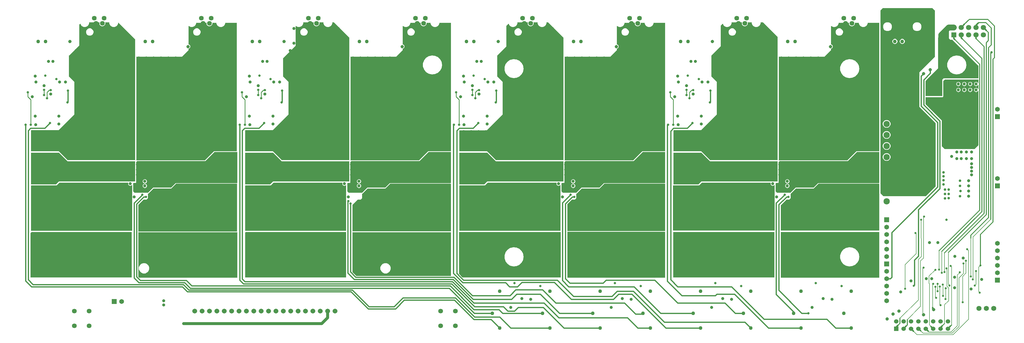
<source format=gbr>
G04 EAGLE Gerber RS-274X export*
G75*
%MOMM*%
%FSLAX34Y34*%
%LPD*%
%INBottom Copper*%
%IPPOS*%
%AMOC8*
5,1,8,0,0,1.08239X$1,22.5*%
G01*
%ADD10C,1.665000*%
%ADD11C,1.755000*%
%ADD12C,1.270000*%
%ADD13C,1.625600*%
%ADD14R,1.800000X1.800000*%
%ADD15C,1.800000*%
%ADD16R,1.651000X1.651000*%
%ADD17C,1.651000*%
%ADD18C,2.159000*%
%ADD19C,1.269000*%
%ADD20C,1.635000*%
%ADD21R,1.524000X1.524000*%
%ADD22C,1.524000*%
%ADD23C,0.812800*%
%ADD24C,1.146403*%
%ADD25C,0.711200*%
%ADD26C,0.406400*%
%ADD27C,1.041400*%
%ADD28C,0.914400*%
%ADD29C,2.032000*%
%ADD30C,0.279400*%
%ADD31C,0.203200*%
%ADD32C,0.508000*%
%ADD33C,1.016000*%
%ADD34C,0.304800*%

G36*
X2849587Y611212D02*
X2849587Y611212D01*
X2849628Y611219D01*
X2849670Y611217D01*
X2849738Y611239D01*
X2849807Y611252D01*
X2849844Y611273D01*
X2849884Y611286D01*
X2849957Y611340D01*
X2850001Y611366D01*
X2850014Y611382D01*
X2850035Y611398D01*
X2880623Y641986D01*
X2958249Y641986D01*
X2958314Y641997D01*
X2958379Y641999D01*
X2958423Y642017D01*
X2958470Y642025D01*
X2958526Y642059D01*
X2958587Y642084D01*
X2958622Y642115D01*
X2958663Y642140D01*
X2958704Y642191D01*
X2958753Y642235D01*
X2958774Y642277D01*
X2958804Y642314D01*
X2958825Y642376D01*
X2958855Y642435D01*
X2958863Y642489D01*
X2958876Y642526D01*
X2958875Y642566D01*
X2958883Y642620D01*
X2958883Y1084580D01*
X2958871Y1084645D01*
X2958869Y1084711D01*
X2958852Y1084754D01*
X2958843Y1084801D01*
X2958810Y1084858D01*
X2958785Y1084918D01*
X2958753Y1084953D01*
X2958729Y1084994D01*
X2958678Y1085036D01*
X2958634Y1085084D01*
X2958592Y1085106D01*
X2958555Y1085135D01*
X2958493Y1085156D01*
X2958434Y1085187D01*
X2958380Y1085195D01*
X2958342Y1085207D01*
X2958303Y1085206D01*
X2958249Y1085214D01*
X2920111Y1085214D01*
X2920046Y1085203D01*
X2919980Y1085201D01*
X2919937Y1085183D01*
X2919890Y1085175D01*
X2919833Y1085141D01*
X2919773Y1085116D01*
X2919738Y1085085D01*
X2919697Y1085060D01*
X2919655Y1085009D01*
X2919607Y1084965D01*
X2919585Y1084923D01*
X2919556Y1084886D01*
X2919535Y1084824D01*
X2919504Y1084765D01*
X2919496Y1084711D01*
X2919484Y1084674D01*
X2919485Y1084634D01*
X2919477Y1084580D01*
X2919477Y1082818D01*
X2917156Y1077217D01*
X2912869Y1072930D01*
X2907268Y1070609D01*
X2901204Y1070609D01*
X2895603Y1072930D01*
X2891316Y1077217D01*
X2888995Y1082818D01*
X2888995Y1084580D01*
X2888984Y1084645D01*
X2888982Y1084711D01*
X2888964Y1084754D01*
X2888956Y1084801D01*
X2888922Y1084858D01*
X2888897Y1084918D01*
X2888866Y1084953D01*
X2888841Y1084994D01*
X2888790Y1085036D01*
X2888746Y1085084D01*
X2888704Y1085106D01*
X2888667Y1085135D01*
X2888605Y1085156D01*
X2888546Y1085187D01*
X2888492Y1085195D01*
X2888455Y1085207D01*
X2888415Y1085206D01*
X2888361Y1085214D01*
X2875661Y1085214D01*
X2875596Y1085203D01*
X2875530Y1085201D01*
X2875487Y1085183D01*
X2875440Y1085175D01*
X2875383Y1085141D01*
X2875323Y1085116D01*
X2875288Y1085085D01*
X2875247Y1085060D01*
X2875205Y1085009D01*
X2875157Y1084965D01*
X2875135Y1084923D01*
X2875106Y1084886D01*
X2875085Y1084824D01*
X2875054Y1084765D01*
X2875046Y1084711D01*
X2875034Y1084674D01*
X2875035Y1084634D01*
X2875027Y1084580D01*
X2875027Y1081289D01*
X2873480Y1077554D01*
X2870622Y1074696D01*
X2866887Y1073149D01*
X2862845Y1073149D01*
X2859110Y1074696D01*
X2856252Y1077554D01*
X2854705Y1081289D01*
X2854705Y1084580D01*
X2854694Y1084645D01*
X2854692Y1084711D01*
X2854674Y1084754D01*
X2854666Y1084801D01*
X2854632Y1084858D01*
X2854607Y1084918D01*
X2854576Y1084953D01*
X2854551Y1084994D01*
X2854500Y1085036D01*
X2854456Y1085084D01*
X2854414Y1085106D01*
X2854377Y1085135D01*
X2854315Y1085156D01*
X2854256Y1085187D01*
X2854202Y1085195D01*
X2854165Y1085207D01*
X2854125Y1085206D01*
X2854071Y1085214D01*
X2820035Y1085214D01*
X2819970Y1085203D01*
X2819904Y1085201D01*
X2819861Y1085183D01*
X2819814Y1085175D01*
X2819757Y1085141D01*
X2819697Y1085116D01*
X2819662Y1085085D01*
X2819621Y1085060D01*
X2819579Y1085009D01*
X2819531Y1084965D01*
X2819509Y1084923D01*
X2819480Y1084886D01*
X2819459Y1084824D01*
X2819428Y1084765D01*
X2819420Y1084711D01*
X2819408Y1084674D01*
X2819409Y1084634D01*
X2819401Y1084580D01*
X2819401Y1082818D01*
X2817080Y1077217D01*
X2812793Y1072930D01*
X2807192Y1070609D01*
X2801128Y1070609D01*
X2795527Y1072930D01*
X2794449Y1074008D01*
X2794375Y1074059D01*
X2794306Y1074115D01*
X2794284Y1074122D01*
X2794264Y1074136D01*
X2794178Y1074158D01*
X2794094Y1074187D01*
X2794070Y1074186D01*
X2794047Y1074192D01*
X2793958Y1074183D01*
X2793869Y1074180D01*
X2793847Y1074171D01*
X2793824Y1074169D01*
X2793744Y1074129D01*
X2793662Y1074096D01*
X2793644Y1074080D01*
X2793623Y1074069D01*
X2793562Y1074004D01*
X2793496Y1073944D01*
X2793485Y1073923D01*
X2793469Y1073906D01*
X2793434Y1073824D01*
X2793393Y1073745D01*
X2793390Y1073719D01*
X2793381Y1073699D01*
X2793379Y1073649D01*
X2793366Y1073559D01*
X2793366Y1011339D01*
X2793375Y1011286D01*
X2793375Y1011231D01*
X2793395Y1011176D01*
X2793405Y1011118D01*
X2793433Y1011071D01*
X2793451Y1011021D01*
X2793490Y1010976D01*
X2793520Y1010925D01*
X2793562Y1010891D01*
X2793597Y1010849D01*
X2793658Y1010813D01*
X2793694Y1010783D01*
X2793723Y1010774D01*
X2793757Y1010753D01*
X2795858Y1009883D01*
X2798043Y1007698D01*
X2799225Y1004845D01*
X2799225Y1001755D01*
X2798043Y998902D01*
X2795858Y996717D01*
X2793757Y995847D01*
X2793712Y995818D01*
X2793662Y995797D01*
X2793618Y995758D01*
X2793568Y995726D01*
X2793536Y995683D01*
X2793496Y995646D01*
X2793469Y995594D01*
X2793434Y995547D01*
X2793418Y995495D01*
X2793393Y995446D01*
X2793383Y995376D01*
X2793370Y995332D01*
X2793372Y995301D01*
X2793366Y995261D01*
X2793366Y990863D01*
X2770877Y968374D01*
X2614168Y968374D01*
X2614103Y968363D01*
X2614037Y968361D01*
X2613994Y968343D01*
X2613947Y968335D01*
X2613890Y968301D01*
X2613830Y968276D01*
X2613795Y968245D01*
X2613754Y968220D01*
X2613713Y968169D01*
X2613664Y968125D01*
X2613642Y968083D01*
X2613613Y968046D01*
X2613592Y967984D01*
X2613561Y967925D01*
X2613553Y967871D01*
X2613541Y967834D01*
X2613542Y967794D01*
X2613534Y967740D01*
X2613534Y611632D01*
X2613545Y611567D01*
X2613547Y611501D01*
X2613565Y611457D01*
X2613573Y611411D01*
X2613607Y611354D01*
X2613632Y611293D01*
X2613664Y611258D01*
X2613688Y611218D01*
X2613739Y611176D01*
X2613784Y611128D01*
X2613825Y611106D01*
X2613862Y611077D01*
X2613924Y611055D01*
X2613983Y611025D01*
X2614037Y611017D01*
X2614074Y611005D01*
X2614114Y611006D01*
X2614169Y610998D01*
X2849587Y611212D01*
G37*
G36*
X2112987Y611212D02*
X2112987Y611212D01*
X2113028Y611219D01*
X2113070Y611217D01*
X2113138Y611239D01*
X2113207Y611252D01*
X2113244Y611273D01*
X2113284Y611286D01*
X2113357Y611340D01*
X2113401Y611366D01*
X2113414Y611382D01*
X2113435Y611398D01*
X2144023Y641986D01*
X2221649Y641986D01*
X2221714Y641997D01*
X2221779Y641999D01*
X2221823Y642017D01*
X2221870Y642025D01*
X2221926Y642059D01*
X2221987Y642084D01*
X2222022Y642115D01*
X2222063Y642140D01*
X2222104Y642191D01*
X2222153Y642235D01*
X2222174Y642277D01*
X2222204Y642314D01*
X2222225Y642376D01*
X2222255Y642435D01*
X2222263Y642489D01*
X2222276Y642526D01*
X2222275Y642566D01*
X2222283Y642620D01*
X2222283Y1084580D01*
X2222271Y1084645D01*
X2222269Y1084711D01*
X2222252Y1084754D01*
X2222243Y1084801D01*
X2222210Y1084858D01*
X2222185Y1084918D01*
X2222153Y1084953D01*
X2222129Y1084994D01*
X2222078Y1085036D01*
X2222034Y1085084D01*
X2221992Y1085106D01*
X2221955Y1085135D01*
X2221893Y1085156D01*
X2221834Y1085187D01*
X2221780Y1085195D01*
X2221742Y1085207D01*
X2221703Y1085206D01*
X2221649Y1085214D01*
X2183511Y1085214D01*
X2183446Y1085203D01*
X2183380Y1085201D01*
X2183337Y1085183D01*
X2183290Y1085175D01*
X2183233Y1085141D01*
X2183173Y1085116D01*
X2183138Y1085085D01*
X2183097Y1085060D01*
X2183055Y1085009D01*
X2183007Y1084965D01*
X2182985Y1084923D01*
X2182956Y1084886D01*
X2182935Y1084824D01*
X2182904Y1084765D01*
X2182896Y1084711D01*
X2182884Y1084674D01*
X2182885Y1084634D01*
X2182877Y1084580D01*
X2182877Y1082818D01*
X2180556Y1077217D01*
X2176269Y1072930D01*
X2170668Y1070609D01*
X2164604Y1070609D01*
X2159003Y1072930D01*
X2154716Y1077217D01*
X2152395Y1082818D01*
X2152395Y1084580D01*
X2152384Y1084645D01*
X2152382Y1084711D01*
X2152364Y1084754D01*
X2152356Y1084801D01*
X2152322Y1084858D01*
X2152297Y1084918D01*
X2152266Y1084953D01*
X2152241Y1084994D01*
X2152190Y1085036D01*
X2152146Y1085084D01*
X2152104Y1085106D01*
X2152067Y1085135D01*
X2152005Y1085156D01*
X2151946Y1085187D01*
X2151892Y1085195D01*
X2151855Y1085207D01*
X2151815Y1085206D01*
X2151761Y1085214D01*
X2139061Y1085214D01*
X2138996Y1085203D01*
X2138930Y1085201D01*
X2138887Y1085183D01*
X2138840Y1085175D01*
X2138783Y1085141D01*
X2138723Y1085116D01*
X2138688Y1085085D01*
X2138647Y1085060D01*
X2138605Y1085009D01*
X2138557Y1084965D01*
X2138535Y1084923D01*
X2138506Y1084886D01*
X2138485Y1084824D01*
X2138454Y1084765D01*
X2138446Y1084711D01*
X2138434Y1084674D01*
X2138435Y1084634D01*
X2138427Y1084580D01*
X2138427Y1081289D01*
X2136880Y1077554D01*
X2134022Y1074696D01*
X2130287Y1073149D01*
X2126245Y1073149D01*
X2122510Y1074696D01*
X2119652Y1077554D01*
X2118105Y1081289D01*
X2118105Y1084580D01*
X2118094Y1084645D01*
X2118092Y1084711D01*
X2118074Y1084754D01*
X2118066Y1084801D01*
X2118032Y1084858D01*
X2118007Y1084918D01*
X2117976Y1084953D01*
X2117951Y1084994D01*
X2117900Y1085036D01*
X2117856Y1085084D01*
X2117814Y1085106D01*
X2117777Y1085135D01*
X2117715Y1085156D01*
X2117656Y1085187D01*
X2117602Y1085195D01*
X2117565Y1085207D01*
X2117525Y1085206D01*
X2117471Y1085214D01*
X2083435Y1085214D01*
X2083370Y1085203D01*
X2083304Y1085201D01*
X2083261Y1085183D01*
X2083214Y1085175D01*
X2083157Y1085141D01*
X2083097Y1085116D01*
X2083062Y1085085D01*
X2083021Y1085060D01*
X2082979Y1085009D01*
X2082931Y1084965D01*
X2082909Y1084923D01*
X2082880Y1084886D01*
X2082859Y1084824D01*
X2082828Y1084765D01*
X2082820Y1084711D01*
X2082808Y1084674D01*
X2082809Y1084634D01*
X2082801Y1084580D01*
X2082801Y1082818D01*
X2080480Y1077217D01*
X2076193Y1072930D01*
X2070592Y1070609D01*
X2064528Y1070609D01*
X2058927Y1072930D01*
X2057849Y1074008D01*
X2057775Y1074059D01*
X2057706Y1074115D01*
X2057684Y1074122D01*
X2057664Y1074136D01*
X2057578Y1074158D01*
X2057494Y1074187D01*
X2057470Y1074186D01*
X2057447Y1074192D01*
X2057358Y1074183D01*
X2057269Y1074180D01*
X2057247Y1074171D01*
X2057224Y1074169D01*
X2057144Y1074129D01*
X2057062Y1074096D01*
X2057044Y1074080D01*
X2057023Y1074069D01*
X2056962Y1074004D01*
X2056896Y1073944D01*
X2056885Y1073923D01*
X2056869Y1073906D01*
X2056834Y1073824D01*
X2056793Y1073745D01*
X2056790Y1073719D01*
X2056781Y1073699D01*
X2056779Y1073649D01*
X2056766Y1073559D01*
X2056766Y1011339D01*
X2056775Y1011286D01*
X2056775Y1011231D01*
X2056795Y1011176D01*
X2056805Y1011118D01*
X2056833Y1011071D01*
X2056851Y1011021D01*
X2056890Y1010976D01*
X2056920Y1010925D01*
X2056962Y1010891D01*
X2056997Y1010849D01*
X2057058Y1010813D01*
X2057094Y1010784D01*
X2057123Y1010774D01*
X2057157Y1010753D01*
X2059258Y1009883D01*
X2061443Y1007698D01*
X2062625Y1004845D01*
X2062625Y1001755D01*
X2061443Y998902D01*
X2059258Y996717D01*
X2057157Y995847D01*
X2057112Y995818D01*
X2057062Y995797D01*
X2057018Y995758D01*
X2056968Y995726D01*
X2056936Y995683D01*
X2056896Y995646D01*
X2056869Y995594D01*
X2056834Y995547D01*
X2056818Y995495D01*
X2056793Y995446D01*
X2056783Y995376D01*
X2056770Y995331D01*
X2056772Y995301D01*
X2056766Y995261D01*
X2056766Y990863D01*
X2034277Y968374D01*
X1877568Y968374D01*
X1877503Y968363D01*
X1877437Y968361D01*
X1877394Y968343D01*
X1877347Y968335D01*
X1877290Y968301D01*
X1877230Y968276D01*
X1877195Y968245D01*
X1877154Y968220D01*
X1877113Y968169D01*
X1877064Y968125D01*
X1877042Y968083D01*
X1877013Y968046D01*
X1876992Y967984D01*
X1876961Y967925D01*
X1876953Y967871D01*
X1876941Y967834D01*
X1876942Y967794D01*
X1876934Y967740D01*
X1876934Y611632D01*
X1876945Y611567D01*
X1876947Y611501D01*
X1876965Y611457D01*
X1876973Y611411D01*
X1877007Y611354D01*
X1877032Y611293D01*
X1877064Y611258D01*
X1877088Y611218D01*
X1877139Y611176D01*
X1877184Y611128D01*
X1877225Y611106D01*
X1877262Y611077D01*
X1877324Y611055D01*
X1877383Y611025D01*
X1877437Y611017D01*
X1877474Y611005D01*
X1877514Y611006D01*
X1877569Y610998D01*
X2112987Y611212D01*
G37*
G36*
X639787Y611212D02*
X639787Y611212D01*
X639828Y611219D01*
X639870Y611217D01*
X639938Y611239D01*
X640007Y611252D01*
X640044Y611273D01*
X640084Y611286D01*
X640157Y611340D01*
X640201Y611366D01*
X640214Y611382D01*
X640235Y611398D01*
X670823Y641986D01*
X748449Y641986D01*
X748514Y641997D01*
X748579Y641999D01*
X748623Y642017D01*
X748670Y642025D01*
X748726Y642059D01*
X748787Y642084D01*
X748822Y642115D01*
X748863Y642140D01*
X748904Y642191D01*
X748953Y642235D01*
X748974Y642277D01*
X749004Y642314D01*
X749025Y642376D01*
X749055Y642435D01*
X749063Y642489D01*
X749076Y642526D01*
X749075Y642566D01*
X749083Y642620D01*
X749083Y1084580D01*
X749071Y1084645D01*
X749069Y1084711D01*
X749052Y1084754D01*
X749043Y1084801D01*
X749010Y1084858D01*
X748985Y1084918D01*
X748953Y1084953D01*
X748929Y1084994D01*
X748878Y1085036D01*
X748834Y1085084D01*
X748792Y1085106D01*
X748755Y1085135D01*
X748693Y1085156D01*
X748634Y1085187D01*
X748580Y1085195D01*
X748542Y1085207D01*
X748503Y1085206D01*
X748449Y1085214D01*
X710311Y1085214D01*
X710246Y1085203D01*
X710180Y1085201D01*
X710137Y1085183D01*
X710090Y1085175D01*
X710033Y1085141D01*
X709973Y1085116D01*
X709938Y1085085D01*
X709897Y1085060D01*
X709855Y1085009D01*
X709807Y1084965D01*
X709785Y1084923D01*
X709756Y1084886D01*
X709735Y1084824D01*
X709704Y1084765D01*
X709696Y1084711D01*
X709684Y1084674D01*
X709685Y1084634D01*
X709677Y1084580D01*
X709677Y1082818D01*
X707356Y1077217D01*
X703069Y1072930D01*
X697468Y1070609D01*
X691404Y1070609D01*
X685803Y1072930D01*
X681516Y1077217D01*
X679195Y1082818D01*
X679195Y1084580D01*
X679184Y1084645D01*
X679182Y1084711D01*
X679164Y1084754D01*
X679156Y1084801D01*
X679122Y1084858D01*
X679097Y1084918D01*
X679066Y1084953D01*
X679041Y1084994D01*
X678990Y1085036D01*
X678946Y1085084D01*
X678904Y1085106D01*
X678867Y1085135D01*
X678805Y1085156D01*
X678746Y1085187D01*
X678692Y1085195D01*
X678655Y1085207D01*
X678615Y1085206D01*
X678561Y1085214D01*
X665861Y1085214D01*
X665796Y1085203D01*
X665730Y1085201D01*
X665687Y1085183D01*
X665640Y1085175D01*
X665583Y1085141D01*
X665523Y1085116D01*
X665488Y1085085D01*
X665447Y1085060D01*
X665405Y1085009D01*
X665357Y1084965D01*
X665335Y1084923D01*
X665306Y1084886D01*
X665285Y1084824D01*
X665254Y1084765D01*
X665246Y1084711D01*
X665234Y1084674D01*
X665235Y1084634D01*
X665227Y1084580D01*
X665227Y1081289D01*
X663680Y1077554D01*
X660822Y1074696D01*
X657087Y1073149D01*
X653045Y1073149D01*
X649310Y1074696D01*
X646452Y1077554D01*
X644905Y1081289D01*
X644905Y1084580D01*
X644894Y1084645D01*
X644892Y1084711D01*
X644874Y1084754D01*
X644866Y1084801D01*
X644832Y1084858D01*
X644807Y1084918D01*
X644776Y1084953D01*
X644751Y1084994D01*
X644700Y1085036D01*
X644656Y1085084D01*
X644614Y1085106D01*
X644577Y1085135D01*
X644515Y1085156D01*
X644456Y1085187D01*
X644402Y1085195D01*
X644365Y1085207D01*
X644325Y1085206D01*
X644271Y1085214D01*
X610235Y1085214D01*
X610170Y1085203D01*
X610104Y1085201D01*
X610061Y1085183D01*
X610014Y1085175D01*
X609957Y1085141D01*
X609897Y1085116D01*
X609862Y1085085D01*
X609821Y1085060D01*
X609779Y1085009D01*
X609731Y1084965D01*
X609709Y1084923D01*
X609680Y1084886D01*
X609659Y1084824D01*
X609628Y1084765D01*
X609620Y1084711D01*
X609608Y1084674D01*
X609609Y1084634D01*
X609601Y1084580D01*
X609601Y1082818D01*
X607280Y1077217D01*
X602993Y1072930D01*
X597392Y1070609D01*
X591328Y1070609D01*
X585727Y1072930D01*
X584649Y1074008D01*
X584575Y1074059D01*
X584506Y1074115D01*
X584484Y1074122D01*
X584464Y1074136D01*
X584378Y1074158D01*
X584294Y1074187D01*
X584270Y1074186D01*
X584247Y1074192D01*
X584158Y1074183D01*
X584069Y1074180D01*
X584047Y1074171D01*
X584024Y1074169D01*
X583944Y1074129D01*
X583862Y1074096D01*
X583844Y1074080D01*
X583823Y1074069D01*
X583762Y1074004D01*
X583696Y1073944D01*
X583685Y1073923D01*
X583669Y1073906D01*
X583634Y1073824D01*
X583593Y1073745D01*
X583590Y1073719D01*
X583581Y1073699D01*
X583579Y1073649D01*
X583566Y1073559D01*
X583566Y1011339D01*
X583575Y1011286D01*
X583575Y1011231D01*
X583595Y1011176D01*
X583605Y1011118D01*
X583633Y1011071D01*
X583651Y1011021D01*
X583690Y1010976D01*
X583720Y1010925D01*
X583762Y1010891D01*
X583797Y1010849D01*
X583858Y1010813D01*
X583894Y1010784D01*
X583923Y1010774D01*
X583957Y1010753D01*
X586058Y1009883D01*
X588243Y1007698D01*
X589425Y1004845D01*
X589425Y1001755D01*
X588243Y998902D01*
X586058Y996717D01*
X583957Y995847D01*
X583912Y995818D01*
X583862Y995797D01*
X583818Y995758D01*
X583768Y995726D01*
X583736Y995683D01*
X583696Y995646D01*
X583669Y995594D01*
X583634Y995547D01*
X583618Y995495D01*
X583593Y995446D01*
X583583Y995376D01*
X583570Y995331D01*
X583572Y995301D01*
X583566Y995261D01*
X583566Y990863D01*
X561077Y968374D01*
X404368Y968374D01*
X404303Y968363D01*
X404237Y968361D01*
X404194Y968343D01*
X404147Y968335D01*
X404090Y968301D01*
X404030Y968276D01*
X403995Y968245D01*
X403954Y968220D01*
X403913Y968169D01*
X403864Y968125D01*
X403842Y968083D01*
X403813Y968046D01*
X403792Y967984D01*
X403761Y967925D01*
X403753Y967871D01*
X403741Y967834D01*
X403742Y967794D01*
X403734Y967740D01*
X403734Y611632D01*
X403745Y611567D01*
X403747Y611501D01*
X403765Y611457D01*
X403773Y611411D01*
X403807Y611354D01*
X403832Y611293D01*
X403864Y611258D01*
X403888Y611218D01*
X403939Y611176D01*
X403984Y611128D01*
X404025Y611106D01*
X404062Y611077D01*
X404124Y611055D01*
X404183Y611025D01*
X404237Y611017D01*
X404274Y611005D01*
X404314Y611006D01*
X404369Y610998D01*
X639787Y611212D01*
G37*
G36*
X1376387Y611212D02*
X1376387Y611212D01*
X1376428Y611219D01*
X1376470Y611217D01*
X1376538Y611239D01*
X1376607Y611252D01*
X1376644Y611273D01*
X1376684Y611286D01*
X1376757Y611340D01*
X1376801Y611366D01*
X1376814Y611382D01*
X1376835Y611398D01*
X1407423Y641986D01*
X1485049Y641986D01*
X1485114Y641997D01*
X1485179Y641999D01*
X1485223Y642017D01*
X1485270Y642025D01*
X1485326Y642059D01*
X1485387Y642084D01*
X1485422Y642115D01*
X1485463Y642140D01*
X1485504Y642191D01*
X1485553Y642235D01*
X1485574Y642277D01*
X1485604Y642314D01*
X1485625Y642376D01*
X1485655Y642435D01*
X1485663Y642489D01*
X1485676Y642526D01*
X1485675Y642566D01*
X1485683Y642620D01*
X1485683Y1084580D01*
X1485671Y1084645D01*
X1485669Y1084711D01*
X1485652Y1084754D01*
X1485643Y1084801D01*
X1485610Y1084858D01*
X1485585Y1084918D01*
X1485553Y1084953D01*
X1485529Y1084994D01*
X1485478Y1085036D01*
X1485434Y1085084D01*
X1485392Y1085106D01*
X1485355Y1085135D01*
X1485293Y1085156D01*
X1485234Y1085187D01*
X1485180Y1085195D01*
X1485142Y1085207D01*
X1485103Y1085206D01*
X1485049Y1085214D01*
X1446911Y1085214D01*
X1446846Y1085203D01*
X1446780Y1085201D01*
X1446737Y1085183D01*
X1446690Y1085175D01*
X1446633Y1085141D01*
X1446573Y1085116D01*
X1446538Y1085085D01*
X1446497Y1085060D01*
X1446455Y1085009D01*
X1446407Y1084965D01*
X1446385Y1084923D01*
X1446356Y1084886D01*
X1446335Y1084824D01*
X1446304Y1084765D01*
X1446296Y1084711D01*
X1446284Y1084674D01*
X1446285Y1084634D01*
X1446277Y1084580D01*
X1446277Y1082818D01*
X1443956Y1077217D01*
X1439669Y1072930D01*
X1434068Y1070609D01*
X1428004Y1070609D01*
X1422403Y1072930D01*
X1418116Y1077217D01*
X1415795Y1082818D01*
X1415795Y1084580D01*
X1415784Y1084645D01*
X1415782Y1084711D01*
X1415764Y1084754D01*
X1415756Y1084801D01*
X1415722Y1084858D01*
X1415697Y1084918D01*
X1415666Y1084953D01*
X1415641Y1084994D01*
X1415590Y1085036D01*
X1415546Y1085084D01*
X1415504Y1085106D01*
X1415467Y1085135D01*
X1415405Y1085156D01*
X1415346Y1085187D01*
X1415292Y1085195D01*
X1415255Y1085207D01*
X1415215Y1085206D01*
X1415161Y1085214D01*
X1402461Y1085214D01*
X1402396Y1085203D01*
X1402330Y1085201D01*
X1402287Y1085183D01*
X1402240Y1085175D01*
X1402183Y1085141D01*
X1402123Y1085116D01*
X1402088Y1085085D01*
X1402047Y1085060D01*
X1402005Y1085009D01*
X1401957Y1084965D01*
X1401935Y1084923D01*
X1401906Y1084886D01*
X1401885Y1084824D01*
X1401854Y1084765D01*
X1401846Y1084711D01*
X1401834Y1084674D01*
X1401835Y1084634D01*
X1401827Y1084580D01*
X1401827Y1081289D01*
X1400280Y1077554D01*
X1397422Y1074696D01*
X1393687Y1073149D01*
X1389645Y1073149D01*
X1385910Y1074696D01*
X1383052Y1077554D01*
X1381505Y1081289D01*
X1381505Y1084580D01*
X1381494Y1084645D01*
X1381492Y1084711D01*
X1381474Y1084754D01*
X1381466Y1084801D01*
X1381432Y1084858D01*
X1381407Y1084918D01*
X1381376Y1084953D01*
X1381351Y1084994D01*
X1381300Y1085036D01*
X1381256Y1085084D01*
X1381214Y1085106D01*
X1381177Y1085135D01*
X1381115Y1085156D01*
X1381056Y1085187D01*
X1381002Y1085195D01*
X1380965Y1085207D01*
X1380925Y1085206D01*
X1380871Y1085214D01*
X1346835Y1085214D01*
X1346770Y1085203D01*
X1346704Y1085201D01*
X1346661Y1085183D01*
X1346614Y1085175D01*
X1346557Y1085141D01*
X1346497Y1085116D01*
X1346462Y1085085D01*
X1346421Y1085060D01*
X1346379Y1085009D01*
X1346331Y1084965D01*
X1346309Y1084923D01*
X1346280Y1084886D01*
X1346259Y1084824D01*
X1346228Y1084765D01*
X1346220Y1084711D01*
X1346208Y1084674D01*
X1346209Y1084634D01*
X1346201Y1084580D01*
X1346201Y1082818D01*
X1343880Y1077217D01*
X1339593Y1072930D01*
X1333992Y1070609D01*
X1327928Y1070609D01*
X1322327Y1072930D01*
X1321249Y1074008D01*
X1321175Y1074059D01*
X1321106Y1074115D01*
X1321084Y1074122D01*
X1321064Y1074136D01*
X1320978Y1074158D01*
X1320894Y1074187D01*
X1320870Y1074186D01*
X1320847Y1074192D01*
X1320758Y1074183D01*
X1320669Y1074180D01*
X1320647Y1074171D01*
X1320624Y1074169D01*
X1320544Y1074129D01*
X1320462Y1074096D01*
X1320444Y1074080D01*
X1320423Y1074069D01*
X1320362Y1074004D01*
X1320296Y1073944D01*
X1320285Y1073923D01*
X1320269Y1073906D01*
X1320234Y1073824D01*
X1320193Y1073745D01*
X1320190Y1073719D01*
X1320181Y1073699D01*
X1320179Y1073649D01*
X1320166Y1073559D01*
X1320166Y1011339D01*
X1320175Y1011286D01*
X1320175Y1011231D01*
X1320195Y1011176D01*
X1320205Y1011118D01*
X1320233Y1011071D01*
X1320251Y1011021D01*
X1320290Y1010976D01*
X1320320Y1010925D01*
X1320362Y1010891D01*
X1320397Y1010849D01*
X1320458Y1010813D01*
X1320494Y1010784D01*
X1320523Y1010774D01*
X1320557Y1010753D01*
X1322658Y1009883D01*
X1324843Y1007698D01*
X1326025Y1004845D01*
X1326025Y1001755D01*
X1324843Y998902D01*
X1322658Y996717D01*
X1320557Y995847D01*
X1320512Y995818D01*
X1320462Y995797D01*
X1320418Y995758D01*
X1320368Y995726D01*
X1320336Y995683D01*
X1320296Y995646D01*
X1320269Y995594D01*
X1320234Y995547D01*
X1320218Y995495D01*
X1320193Y995446D01*
X1320183Y995376D01*
X1320170Y995331D01*
X1320172Y995301D01*
X1320166Y995261D01*
X1320166Y990863D01*
X1297677Y968374D01*
X1140968Y968374D01*
X1140903Y968363D01*
X1140837Y968361D01*
X1140794Y968343D01*
X1140747Y968335D01*
X1140690Y968301D01*
X1140630Y968276D01*
X1140595Y968245D01*
X1140554Y968220D01*
X1140513Y968169D01*
X1140464Y968125D01*
X1140442Y968083D01*
X1140413Y968046D01*
X1140392Y967984D01*
X1140361Y967925D01*
X1140353Y967871D01*
X1140341Y967834D01*
X1140342Y967794D01*
X1140334Y967740D01*
X1140334Y611632D01*
X1140345Y611567D01*
X1140347Y611501D01*
X1140365Y611457D01*
X1140373Y611411D01*
X1140407Y611354D01*
X1140432Y611293D01*
X1140464Y611258D01*
X1140488Y611218D01*
X1140539Y611176D01*
X1140584Y611128D01*
X1140625Y611106D01*
X1140662Y611077D01*
X1140724Y611055D01*
X1140783Y611025D01*
X1140837Y611017D01*
X1140874Y611005D01*
X1140914Y611006D01*
X1140969Y610998D01*
X1376387Y611212D01*
G37*
G36*
X3119162Y487053D02*
X3119162Y487053D01*
X3119204Y487051D01*
X3119271Y487073D01*
X3119341Y487085D01*
X3119377Y487107D01*
X3119418Y487120D01*
X3119491Y487174D01*
X3119534Y487200D01*
X3119547Y487216D01*
X3119568Y487232D01*
X3152588Y520252D01*
X3152613Y520286D01*
X3152644Y520315D01*
X3152676Y520378D01*
X3152717Y520436D01*
X3152727Y520477D01*
X3152747Y520515D01*
X3152760Y520604D01*
X3152773Y520653D01*
X3152770Y520674D01*
X3152774Y520700D01*
X3152774Y739140D01*
X3152767Y739182D01*
X3152769Y739224D01*
X3152747Y739291D01*
X3152735Y739361D01*
X3152713Y739397D01*
X3152700Y739438D01*
X3152646Y739511D01*
X3152620Y739554D01*
X3152604Y739567D01*
X3152588Y739588D01*
X3096894Y795283D01*
X3096894Y914137D01*
X3150048Y967292D01*
X3150073Y967326D01*
X3150104Y967355D01*
X3150136Y967418D01*
X3150177Y967476D01*
X3150187Y967517D01*
X3150207Y967555D01*
X3150220Y967644D01*
X3150233Y967693D01*
X3150230Y967714D01*
X3150234Y967740D01*
X3150234Y1127760D01*
X3150227Y1127802D01*
X3150229Y1127844D01*
X3150207Y1127911D01*
X3150195Y1127981D01*
X3150173Y1128017D01*
X3150160Y1128058D01*
X3150106Y1128131D01*
X3150080Y1128174D01*
X3150064Y1128187D01*
X3150048Y1128208D01*
X3142428Y1135828D01*
X3142394Y1135853D01*
X3142365Y1135884D01*
X3142302Y1135916D01*
X3142244Y1135957D01*
X3142203Y1135967D01*
X3142165Y1135987D01*
X3142076Y1136000D01*
X3142027Y1136013D01*
X3142006Y1136010D01*
X3141980Y1136014D01*
X2971800Y1136014D01*
X2971758Y1136007D01*
X2971716Y1136009D01*
X2971649Y1135987D01*
X2971579Y1135975D01*
X2971543Y1135953D01*
X2971502Y1135940D01*
X2971429Y1135886D01*
X2971386Y1135860D01*
X2971373Y1135844D01*
X2971352Y1135828D01*
X2963732Y1128208D01*
X2963707Y1128174D01*
X2963676Y1128145D01*
X2963644Y1128082D01*
X2963603Y1128024D01*
X2963593Y1127983D01*
X2963573Y1127945D01*
X2963560Y1127856D01*
X2963548Y1127807D01*
X2963550Y1127786D01*
X2963546Y1127760D01*
X2963546Y497840D01*
X2963553Y497798D01*
X2963551Y497756D01*
X2963573Y497689D01*
X2963585Y497619D01*
X2963607Y497583D01*
X2963620Y497542D01*
X2963652Y497500D01*
X2963656Y497490D01*
X2963673Y497470D01*
X2963674Y497469D01*
X2963700Y497426D01*
X2963716Y497413D01*
X2963732Y497392D01*
X2973892Y487232D01*
X2973926Y487207D01*
X2973955Y487176D01*
X2974018Y487144D01*
X2974076Y487103D01*
X2974117Y487093D01*
X2974155Y487073D01*
X2974244Y487060D01*
X2974293Y487048D01*
X2974314Y487050D01*
X2974340Y487046D01*
X3119120Y487046D01*
X3119162Y487053D01*
G37*
G36*
X2608899Y611517D02*
X2608899Y611517D01*
X2608965Y611519D01*
X2609008Y611537D01*
X2609055Y611545D01*
X2609112Y611579D01*
X2609172Y611604D01*
X2609207Y611635D01*
X2609248Y611660D01*
X2609290Y611711D01*
X2609338Y611755D01*
X2609360Y611797D01*
X2609389Y611834D01*
X2609410Y611896D01*
X2609441Y611955D01*
X2609449Y612009D01*
X2609461Y612046D01*
X2609460Y612086D01*
X2609468Y612140D01*
X2609468Y1035812D01*
X2609461Y1035854D01*
X2609463Y1035896D01*
X2609448Y1035942D01*
X2609448Y1035950D01*
X2609440Y1035968D01*
X2609429Y1036033D01*
X2609407Y1036069D01*
X2609394Y1036110D01*
X2609369Y1036144D01*
X2609363Y1036157D01*
X2609340Y1036183D01*
X2609314Y1036226D01*
X2609298Y1036239D01*
X2609282Y1036260D01*
X2559244Y1086298D01*
X2559210Y1086323D01*
X2559181Y1086354D01*
X2559118Y1086386D01*
X2559060Y1086427D01*
X2559019Y1086437D01*
X2558981Y1086457D01*
X2558892Y1086470D01*
X2558843Y1086483D01*
X2558822Y1086480D01*
X2558796Y1086484D01*
X2551811Y1086484D01*
X2551746Y1086473D01*
X2551680Y1086471D01*
X2551637Y1086453D01*
X2551590Y1086445D01*
X2551533Y1086411D01*
X2551473Y1086386D01*
X2551438Y1086355D01*
X2551397Y1086330D01*
X2551355Y1086279D01*
X2551307Y1086235D01*
X2551285Y1086193D01*
X2551256Y1086156D01*
X2551235Y1086094D01*
X2551204Y1086035D01*
X2551196Y1085981D01*
X2551184Y1085944D01*
X2551185Y1085904D01*
X2551177Y1085850D01*
X2551177Y1082818D01*
X2548856Y1077217D01*
X2544569Y1072930D01*
X2538968Y1070609D01*
X2532904Y1070609D01*
X2527303Y1072930D01*
X2523016Y1077217D01*
X2520695Y1082818D01*
X2520695Y1085850D01*
X2520684Y1085915D01*
X2520682Y1085981D01*
X2520664Y1086024D01*
X2520656Y1086071D01*
X2520622Y1086128D01*
X2520597Y1086188D01*
X2520566Y1086223D01*
X2520541Y1086264D01*
X2520490Y1086306D01*
X2520446Y1086354D01*
X2520404Y1086376D01*
X2520367Y1086405D01*
X2520305Y1086426D01*
X2520246Y1086457D01*
X2520192Y1086465D01*
X2520155Y1086477D01*
X2520115Y1086476D01*
X2520061Y1086484D01*
X2507198Y1086484D01*
X2507122Y1086471D01*
X2507045Y1086465D01*
X2507012Y1086451D01*
X2506977Y1086445D01*
X2506911Y1086405D01*
X2506840Y1086373D01*
X2506815Y1086349D01*
X2506784Y1086330D01*
X2506735Y1086270D01*
X2506680Y1086216D01*
X2506665Y1086184D01*
X2506643Y1086156D01*
X2506618Y1086083D01*
X2506585Y1086013D01*
X2506582Y1085977D01*
X2506571Y1085944D01*
X2506573Y1085866D01*
X2506567Y1085789D01*
X2506577Y1085750D01*
X2506578Y1085719D01*
X2506595Y1085676D01*
X2506612Y1085607D01*
X2506727Y1085331D01*
X2506727Y1081289D01*
X2505180Y1077554D01*
X2502322Y1074696D01*
X2498587Y1073149D01*
X2494545Y1073149D01*
X2490810Y1074696D01*
X2487952Y1077554D01*
X2486405Y1081289D01*
X2486405Y1085331D01*
X2486520Y1085607D01*
X2486536Y1085683D01*
X2486561Y1085756D01*
X2486560Y1085792D01*
X2486568Y1085826D01*
X2486557Y1085903D01*
X2486554Y1085981D01*
X2486541Y1086013D01*
X2486536Y1086049D01*
X2486499Y1086117D01*
X2486470Y1086188D01*
X2486446Y1086215D01*
X2486429Y1086246D01*
X2486371Y1086297D01*
X2486319Y1086354D01*
X2486287Y1086370D01*
X2486260Y1086394D01*
X2486188Y1086421D01*
X2486119Y1086457D01*
X2486079Y1086463D01*
X2486051Y1086473D01*
X2486004Y1086474D01*
X2485934Y1086484D01*
X2451735Y1086484D01*
X2451670Y1086473D01*
X2451604Y1086471D01*
X2451561Y1086453D01*
X2451514Y1086445D01*
X2451457Y1086411D01*
X2451397Y1086386D01*
X2451362Y1086355D01*
X2451321Y1086330D01*
X2451279Y1086279D01*
X2451231Y1086235D01*
X2451209Y1086193D01*
X2451180Y1086156D01*
X2451159Y1086094D01*
X2451128Y1086035D01*
X2451120Y1085981D01*
X2451108Y1085944D01*
X2451109Y1085904D01*
X2451101Y1085850D01*
X2451101Y1082818D01*
X2448780Y1077217D01*
X2444493Y1072930D01*
X2438892Y1070609D01*
X2432828Y1070609D01*
X2427227Y1072930D01*
X2422940Y1077217D01*
X2421246Y1081306D01*
X2421204Y1081372D01*
X2421169Y1081441D01*
X2421144Y1081465D01*
X2421124Y1081495D01*
X2421063Y1081542D01*
X2421006Y1081595D01*
X2420974Y1081609D01*
X2420945Y1081630D01*
X2420871Y1081652D01*
X2420800Y1081682D01*
X2420764Y1081684D01*
X2420730Y1081694D01*
X2420653Y1081689D01*
X2420575Y1081692D01*
X2420542Y1081681D01*
X2420506Y1081679D01*
X2420436Y1081647D01*
X2420362Y1081624D01*
X2420329Y1081600D01*
X2420302Y1081587D01*
X2420268Y1081554D01*
X2420211Y1081512D01*
X2414076Y1075376D01*
X2414051Y1075342D01*
X2414020Y1075313D01*
X2413988Y1075250D01*
X2413947Y1075192D01*
X2413937Y1075151D01*
X2413917Y1075113D01*
X2413904Y1075024D01*
X2413892Y1074975D01*
X2413894Y1074954D01*
X2413890Y1074928D01*
X2413890Y1004325D01*
X2382326Y972760D01*
X2382301Y972726D01*
X2382270Y972697D01*
X2382238Y972634D01*
X2382197Y972576D01*
X2382187Y972535D01*
X2382167Y972497D01*
X2382154Y972408D01*
X2382142Y972359D01*
X2382144Y972338D01*
X2382140Y972312D01*
X2382140Y899922D01*
X2382147Y899880D01*
X2382145Y899838D01*
X2382167Y899771D01*
X2382179Y899701D01*
X2382201Y899665D01*
X2382214Y899624D01*
X2382268Y899551D01*
X2382294Y899508D01*
X2382310Y899495D01*
X2382326Y899474D01*
X2400174Y881625D01*
X2400174Y768867D01*
X2345935Y714628D01*
X2252218Y714628D01*
X2252153Y714617D01*
X2252087Y714615D01*
X2252044Y714597D01*
X2251997Y714589D01*
X2251940Y714555D01*
X2251880Y714530D01*
X2251845Y714499D01*
X2251804Y714474D01*
X2251763Y714423D01*
X2251714Y714379D01*
X2251692Y714337D01*
X2251663Y714300D01*
X2251642Y714238D01*
X2251611Y714179D01*
X2251603Y714125D01*
X2251591Y714088D01*
X2251592Y714048D01*
X2251584Y713994D01*
X2251584Y642620D01*
X2251595Y642555D01*
X2251597Y642489D01*
X2251615Y642446D01*
X2251623Y642399D01*
X2251657Y642342D01*
X2251682Y642282D01*
X2251713Y642247D01*
X2251738Y642206D01*
X2251789Y642165D01*
X2251833Y642116D01*
X2251875Y642094D01*
X2251912Y642065D01*
X2251974Y642044D01*
X2252033Y642013D01*
X2252087Y642005D01*
X2252124Y641993D01*
X2252164Y641994D01*
X2252218Y641986D01*
X2346697Y641986D01*
X2376992Y611692D01*
X2377026Y611667D01*
X2377055Y611636D01*
X2377118Y611604D01*
X2377176Y611563D01*
X2377217Y611553D01*
X2377255Y611533D01*
X2377344Y611520D01*
X2377393Y611508D01*
X2377414Y611510D01*
X2377440Y611506D01*
X2608834Y611506D01*
X2608899Y611517D01*
G37*
G36*
X1872299Y611517D02*
X1872299Y611517D01*
X1872365Y611519D01*
X1872408Y611537D01*
X1872455Y611545D01*
X1872512Y611579D01*
X1872572Y611604D01*
X1872607Y611635D01*
X1872648Y611660D01*
X1872690Y611711D01*
X1872738Y611755D01*
X1872760Y611797D01*
X1872789Y611834D01*
X1872810Y611896D01*
X1872841Y611955D01*
X1872849Y612009D01*
X1872861Y612046D01*
X1872860Y612086D01*
X1872868Y612140D01*
X1872868Y1033780D01*
X1872861Y1033822D01*
X1872863Y1033864D01*
X1872841Y1033931D01*
X1872829Y1034001D01*
X1872807Y1034037D01*
X1872794Y1034078D01*
X1872740Y1034151D01*
X1872714Y1034194D01*
X1872698Y1034207D01*
X1872682Y1034228D01*
X1820612Y1086298D01*
X1820578Y1086323D01*
X1820549Y1086354D01*
X1820486Y1086386D01*
X1820428Y1086427D01*
X1820387Y1086437D01*
X1820349Y1086457D01*
X1820260Y1086470D01*
X1820211Y1086483D01*
X1820190Y1086480D01*
X1820164Y1086484D01*
X1815211Y1086484D01*
X1815146Y1086473D01*
X1815080Y1086471D01*
X1815037Y1086453D01*
X1814990Y1086445D01*
X1814933Y1086411D01*
X1814873Y1086386D01*
X1814838Y1086355D01*
X1814797Y1086330D01*
X1814755Y1086279D01*
X1814707Y1086235D01*
X1814685Y1086193D01*
X1814656Y1086156D01*
X1814635Y1086094D01*
X1814604Y1086035D01*
X1814596Y1085981D01*
X1814584Y1085944D01*
X1814585Y1085904D01*
X1814577Y1085850D01*
X1814577Y1082818D01*
X1812256Y1077217D01*
X1807969Y1072930D01*
X1802368Y1070609D01*
X1796304Y1070609D01*
X1790703Y1072930D01*
X1786416Y1077217D01*
X1784095Y1082818D01*
X1784095Y1085850D01*
X1784084Y1085915D01*
X1784082Y1085981D01*
X1784064Y1086024D01*
X1784056Y1086071D01*
X1784022Y1086128D01*
X1783997Y1086188D01*
X1783966Y1086223D01*
X1783941Y1086264D01*
X1783890Y1086306D01*
X1783846Y1086354D01*
X1783804Y1086376D01*
X1783767Y1086405D01*
X1783705Y1086426D01*
X1783646Y1086457D01*
X1783592Y1086465D01*
X1783555Y1086477D01*
X1783515Y1086476D01*
X1783461Y1086484D01*
X1770598Y1086484D01*
X1770522Y1086471D01*
X1770445Y1086465D01*
X1770412Y1086451D01*
X1770377Y1086445D01*
X1770311Y1086405D01*
X1770240Y1086373D01*
X1770215Y1086349D01*
X1770184Y1086330D01*
X1770135Y1086270D01*
X1770080Y1086216D01*
X1770065Y1086184D01*
X1770043Y1086156D01*
X1770018Y1086083D01*
X1769985Y1086013D01*
X1769982Y1085977D01*
X1769971Y1085944D01*
X1769973Y1085866D01*
X1769967Y1085789D01*
X1769977Y1085750D01*
X1769978Y1085719D01*
X1769995Y1085676D01*
X1770012Y1085607D01*
X1770127Y1085331D01*
X1770127Y1081289D01*
X1768580Y1077554D01*
X1765722Y1074696D01*
X1761987Y1073149D01*
X1757945Y1073149D01*
X1754210Y1074696D01*
X1751352Y1077554D01*
X1749805Y1081289D01*
X1749805Y1085331D01*
X1749920Y1085607D01*
X1749936Y1085683D01*
X1749961Y1085756D01*
X1749960Y1085792D01*
X1749968Y1085826D01*
X1749957Y1085903D01*
X1749954Y1085981D01*
X1749941Y1086013D01*
X1749936Y1086049D01*
X1749899Y1086117D01*
X1749870Y1086188D01*
X1749846Y1086215D01*
X1749829Y1086246D01*
X1749771Y1086297D01*
X1749719Y1086354D01*
X1749687Y1086370D01*
X1749660Y1086394D01*
X1749588Y1086421D01*
X1749519Y1086457D01*
X1749479Y1086463D01*
X1749451Y1086473D01*
X1749404Y1086474D01*
X1749334Y1086484D01*
X1715135Y1086484D01*
X1715070Y1086473D01*
X1715004Y1086471D01*
X1714961Y1086453D01*
X1714914Y1086445D01*
X1714857Y1086411D01*
X1714797Y1086386D01*
X1714762Y1086355D01*
X1714721Y1086330D01*
X1714679Y1086279D01*
X1714631Y1086235D01*
X1714609Y1086193D01*
X1714580Y1086156D01*
X1714559Y1086094D01*
X1714528Y1086035D01*
X1714520Y1085981D01*
X1714508Y1085944D01*
X1714509Y1085904D01*
X1714501Y1085850D01*
X1714501Y1082818D01*
X1712180Y1077217D01*
X1707893Y1072930D01*
X1702292Y1070609D01*
X1696228Y1070609D01*
X1690627Y1072930D01*
X1686340Y1077217D01*
X1684646Y1081306D01*
X1684604Y1081372D01*
X1684569Y1081441D01*
X1684544Y1081465D01*
X1684524Y1081495D01*
X1684463Y1081542D01*
X1684406Y1081595D01*
X1684374Y1081609D01*
X1684345Y1081630D01*
X1684271Y1081652D01*
X1684200Y1081682D01*
X1684164Y1081684D01*
X1684130Y1081694D01*
X1684053Y1081689D01*
X1683975Y1081692D01*
X1683942Y1081681D01*
X1683906Y1081679D01*
X1683836Y1081647D01*
X1683762Y1081624D01*
X1683729Y1081600D01*
X1683702Y1081587D01*
X1683668Y1081554D01*
X1683611Y1081512D01*
X1676968Y1074868D01*
X1676943Y1074834D01*
X1676912Y1074805D01*
X1676880Y1074742D01*
X1676839Y1074684D01*
X1676829Y1074643D01*
X1676809Y1074605D01*
X1676796Y1074516D01*
X1676784Y1074467D01*
X1676786Y1074446D01*
X1676782Y1074420D01*
X1676782Y1003817D01*
X1645726Y972760D01*
X1645701Y972726D01*
X1645670Y972697D01*
X1645638Y972634D01*
X1645597Y972576D01*
X1645587Y972535D01*
X1645567Y972497D01*
X1645554Y972408D01*
X1645542Y972359D01*
X1645544Y972338D01*
X1645540Y972312D01*
X1645540Y899922D01*
X1645547Y899880D01*
X1645545Y899838D01*
X1645567Y899771D01*
X1645579Y899701D01*
X1645601Y899665D01*
X1645614Y899624D01*
X1645668Y899551D01*
X1645694Y899508D01*
X1645710Y899495D01*
X1645726Y899474D01*
X1663574Y881625D01*
X1663574Y768867D01*
X1609081Y714374D01*
X1515618Y714374D01*
X1515553Y714363D01*
X1515487Y714361D01*
X1515444Y714343D01*
X1515397Y714335D01*
X1515340Y714301D01*
X1515280Y714276D01*
X1515245Y714245D01*
X1515204Y714220D01*
X1515163Y714169D01*
X1515114Y714125D01*
X1515092Y714083D01*
X1515063Y714046D01*
X1515042Y713984D01*
X1515011Y713925D01*
X1515003Y713871D01*
X1514991Y713834D01*
X1514992Y713794D01*
X1514984Y713740D01*
X1514984Y642620D01*
X1514995Y642555D01*
X1514997Y642489D01*
X1515015Y642446D01*
X1515023Y642399D01*
X1515057Y642342D01*
X1515082Y642282D01*
X1515113Y642247D01*
X1515138Y642206D01*
X1515189Y642165D01*
X1515233Y642116D01*
X1515275Y642094D01*
X1515312Y642065D01*
X1515374Y642044D01*
X1515433Y642013D01*
X1515487Y642005D01*
X1515524Y641993D01*
X1515564Y641994D01*
X1515618Y641986D01*
X1610097Y641986D01*
X1640392Y611692D01*
X1640426Y611667D01*
X1640455Y611636D01*
X1640518Y611604D01*
X1640576Y611563D01*
X1640617Y611553D01*
X1640655Y611533D01*
X1640744Y611520D01*
X1640793Y611508D01*
X1640814Y611510D01*
X1640840Y611506D01*
X1872234Y611506D01*
X1872299Y611517D01*
G37*
G36*
X399099Y611517D02*
X399099Y611517D01*
X399165Y611519D01*
X399208Y611537D01*
X399255Y611545D01*
X399312Y611579D01*
X399372Y611604D01*
X399407Y611635D01*
X399448Y611660D01*
X399490Y611711D01*
X399538Y611755D01*
X399560Y611797D01*
X399589Y611834D01*
X399610Y611896D01*
X399641Y611955D01*
X399649Y612009D01*
X399661Y612046D01*
X399660Y612086D01*
X399668Y612140D01*
X399668Y1028192D01*
X399661Y1028234D01*
X399663Y1028276D01*
X399641Y1028343D01*
X399629Y1028413D01*
X399607Y1028449D01*
X399594Y1028490D01*
X399557Y1028540D01*
X399554Y1028546D01*
X399542Y1028560D01*
X399540Y1028563D01*
X399514Y1028606D01*
X399498Y1028619D01*
X399482Y1028640D01*
X342459Y1085663D01*
X342386Y1085714D01*
X342317Y1085770D01*
X342295Y1085778D01*
X342275Y1085792D01*
X342189Y1085814D01*
X342105Y1085842D01*
X342081Y1085842D01*
X342058Y1085848D01*
X341969Y1085838D01*
X341880Y1085836D01*
X341858Y1085827D01*
X341835Y1085824D01*
X341755Y1085785D01*
X341673Y1085751D01*
X341655Y1085735D01*
X341634Y1085725D01*
X341573Y1085660D01*
X341507Y1085600D01*
X341496Y1085579D01*
X341480Y1085562D01*
X341445Y1085480D01*
X341404Y1085400D01*
X341401Y1085374D01*
X341392Y1085355D01*
X341390Y1085305D01*
X341377Y1085215D01*
X341377Y1082818D01*
X339056Y1077217D01*
X334769Y1072930D01*
X329168Y1070609D01*
X323104Y1070609D01*
X317503Y1072930D01*
X313216Y1077217D01*
X310895Y1082818D01*
X310895Y1085850D01*
X310884Y1085915D01*
X310882Y1085981D01*
X310864Y1086024D01*
X310856Y1086071D01*
X310822Y1086128D01*
X310797Y1086188D01*
X310766Y1086223D01*
X310741Y1086264D01*
X310690Y1086306D01*
X310646Y1086354D01*
X310604Y1086376D01*
X310567Y1086405D01*
X310505Y1086426D01*
X310446Y1086457D01*
X310392Y1086465D01*
X310355Y1086477D01*
X310315Y1086476D01*
X310261Y1086484D01*
X297398Y1086484D01*
X297322Y1086471D01*
X297245Y1086465D01*
X297212Y1086451D01*
X297177Y1086445D01*
X297111Y1086405D01*
X297040Y1086373D01*
X297015Y1086349D01*
X296984Y1086330D01*
X296935Y1086270D01*
X296880Y1086216D01*
X296865Y1086184D01*
X296843Y1086156D01*
X296818Y1086083D01*
X296785Y1086013D01*
X296782Y1085977D01*
X296771Y1085944D01*
X296773Y1085866D01*
X296767Y1085789D01*
X296777Y1085750D01*
X296778Y1085719D01*
X296795Y1085676D01*
X296812Y1085607D01*
X296927Y1085331D01*
X296927Y1081289D01*
X295380Y1077554D01*
X292522Y1074696D01*
X288787Y1073149D01*
X284745Y1073149D01*
X281010Y1074696D01*
X278152Y1077554D01*
X276605Y1081289D01*
X276605Y1085331D01*
X276720Y1085607D01*
X276736Y1085683D01*
X276761Y1085756D01*
X276760Y1085792D01*
X276768Y1085826D01*
X276757Y1085903D01*
X276754Y1085981D01*
X276741Y1086013D01*
X276736Y1086049D01*
X276699Y1086117D01*
X276670Y1086188D01*
X276646Y1086215D01*
X276629Y1086246D01*
X276571Y1086297D01*
X276519Y1086354D01*
X276487Y1086370D01*
X276460Y1086394D01*
X276388Y1086421D01*
X276319Y1086457D01*
X276279Y1086463D01*
X276251Y1086473D01*
X276204Y1086474D01*
X276134Y1086484D01*
X241935Y1086484D01*
X241870Y1086473D01*
X241804Y1086471D01*
X241761Y1086453D01*
X241714Y1086445D01*
X241657Y1086411D01*
X241597Y1086386D01*
X241562Y1086355D01*
X241521Y1086330D01*
X241479Y1086279D01*
X241431Y1086235D01*
X241409Y1086193D01*
X241380Y1086156D01*
X241359Y1086094D01*
X241328Y1086035D01*
X241320Y1085981D01*
X241308Y1085944D01*
X241309Y1085904D01*
X241301Y1085850D01*
X241301Y1082818D01*
X238980Y1077217D01*
X234693Y1072930D01*
X229092Y1070609D01*
X223028Y1070609D01*
X217427Y1072930D01*
X213140Y1077217D01*
X211446Y1081306D01*
X211404Y1081372D01*
X211369Y1081441D01*
X211344Y1081465D01*
X211324Y1081495D01*
X211263Y1081542D01*
X211206Y1081595D01*
X211174Y1081609D01*
X211145Y1081630D01*
X211071Y1081652D01*
X211000Y1081682D01*
X210964Y1081684D01*
X210930Y1081694D01*
X210853Y1081689D01*
X210775Y1081692D01*
X210742Y1081681D01*
X210706Y1081679D01*
X210636Y1081647D01*
X210562Y1081624D01*
X210529Y1081600D01*
X210502Y1081587D01*
X210468Y1081554D01*
X210411Y1081512D01*
X207324Y1078424D01*
X207299Y1078390D01*
X207268Y1078361D01*
X207236Y1078298D01*
X207195Y1078240D01*
X207185Y1078199D01*
X207165Y1078161D01*
X207152Y1078072D01*
X207140Y1078023D01*
X207142Y1078002D01*
X207138Y1077976D01*
X207138Y1007373D01*
X172526Y972760D01*
X172501Y972726D01*
X172470Y972697D01*
X172438Y972634D01*
X172397Y972576D01*
X172387Y972535D01*
X172367Y972497D01*
X172354Y972408D01*
X172342Y972359D01*
X172344Y972338D01*
X172340Y972312D01*
X172340Y899922D01*
X172347Y899880D01*
X172345Y899838D01*
X172367Y899771D01*
X172379Y899701D01*
X172401Y899665D01*
X172414Y899624D01*
X172468Y899551D01*
X172494Y899508D01*
X172510Y899495D01*
X172526Y899474D01*
X190374Y881625D01*
X190374Y768867D01*
X136135Y714628D01*
X42418Y714628D01*
X42353Y714617D01*
X42287Y714615D01*
X42244Y714597D01*
X42197Y714589D01*
X42140Y714555D01*
X42080Y714530D01*
X42045Y714499D01*
X42004Y714474D01*
X41963Y714423D01*
X41914Y714379D01*
X41892Y714337D01*
X41863Y714300D01*
X41842Y714238D01*
X41811Y714179D01*
X41803Y714125D01*
X41791Y714088D01*
X41792Y714048D01*
X41784Y713994D01*
X41784Y642620D01*
X41795Y642555D01*
X41797Y642489D01*
X41815Y642446D01*
X41823Y642399D01*
X41857Y642342D01*
X41882Y642282D01*
X41913Y642247D01*
X41938Y642206D01*
X41989Y642165D01*
X42033Y642116D01*
X42075Y642094D01*
X42112Y642065D01*
X42174Y642044D01*
X42233Y642013D01*
X42287Y642005D01*
X42324Y641993D01*
X42364Y641994D01*
X42418Y641986D01*
X136897Y641986D01*
X167192Y611692D01*
X167226Y611667D01*
X167255Y611636D01*
X167318Y611604D01*
X167376Y611563D01*
X167417Y611553D01*
X167455Y611533D01*
X167544Y611520D01*
X167593Y611508D01*
X167614Y611510D01*
X167640Y611506D01*
X399034Y611506D01*
X399099Y611517D01*
G37*
G36*
X1135699Y611517D02*
X1135699Y611517D01*
X1135765Y611519D01*
X1135808Y611537D01*
X1135855Y611545D01*
X1135912Y611579D01*
X1135972Y611604D01*
X1136007Y611635D01*
X1136048Y611660D01*
X1136090Y611711D01*
X1136138Y611755D01*
X1136160Y611797D01*
X1136189Y611834D01*
X1136210Y611896D01*
X1136241Y611955D01*
X1136249Y612009D01*
X1136261Y612046D01*
X1136260Y612086D01*
X1136268Y612140D01*
X1136268Y1033780D01*
X1136261Y1033822D01*
X1136263Y1033864D01*
X1136241Y1033931D01*
X1136229Y1034001D01*
X1136207Y1034037D01*
X1136194Y1034078D01*
X1136140Y1034151D01*
X1136114Y1034194D01*
X1136098Y1034207D01*
X1136082Y1034228D01*
X1084012Y1086298D01*
X1083978Y1086323D01*
X1083949Y1086354D01*
X1083886Y1086386D01*
X1083828Y1086427D01*
X1083787Y1086437D01*
X1083749Y1086457D01*
X1083660Y1086470D01*
X1083611Y1086483D01*
X1083590Y1086480D01*
X1083564Y1086484D01*
X1078611Y1086484D01*
X1078546Y1086473D01*
X1078480Y1086471D01*
X1078437Y1086453D01*
X1078390Y1086445D01*
X1078333Y1086411D01*
X1078273Y1086386D01*
X1078238Y1086355D01*
X1078197Y1086330D01*
X1078155Y1086279D01*
X1078107Y1086235D01*
X1078085Y1086193D01*
X1078056Y1086156D01*
X1078035Y1086094D01*
X1078004Y1086035D01*
X1077996Y1085981D01*
X1077984Y1085944D01*
X1077985Y1085904D01*
X1077977Y1085850D01*
X1077977Y1082818D01*
X1075656Y1077217D01*
X1071369Y1072930D01*
X1065768Y1070609D01*
X1059704Y1070609D01*
X1054103Y1072930D01*
X1049816Y1077217D01*
X1047495Y1082818D01*
X1047495Y1085850D01*
X1047484Y1085915D01*
X1047482Y1085981D01*
X1047464Y1086024D01*
X1047456Y1086071D01*
X1047422Y1086128D01*
X1047397Y1086188D01*
X1047366Y1086223D01*
X1047341Y1086264D01*
X1047290Y1086306D01*
X1047246Y1086354D01*
X1047204Y1086376D01*
X1047167Y1086405D01*
X1047105Y1086426D01*
X1047046Y1086457D01*
X1046992Y1086465D01*
X1046955Y1086477D01*
X1046915Y1086476D01*
X1046861Y1086484D01*
X1033998Y1086484D01*
X1033922Y1086471D01*
X1033845Y1086465D01*
X1033812Y1086451D01*
X1033777Y1086445D01*
X1033711Y1086405D01*
X1033640Y1086373D01*
X1033615Y1086349D01*
X1033584Y1086330D01*
X1033535Y1086270D01*
X1033480Y1086216D01*
X1033465Y1086184D01*
X1033443Y1086156D01*
X1033418Y1086083D01*
X1033385Y1086013D01*
X1033382Y1085977D01*
X1033371Y1085944D01*
X1033373Y1085866D01*
X1033367Y1085789D01*
X1033377Y1085750D01*
X1033378Y1085719D01*
X1033395Y1085676D01*
X1033412Y1085607D01*
X1033527Y1085331D01*
X1033527Y1081289D01*
X1031980Y1077554D01*
X1029122Y1074696D01*
X1025387Y1073149D01*
X1021345Y1073149D01*
X1017610Y1074696D01*
X1014752Y1077554D01*
X1013205Y1081289D01*
X1013205Y1085331D01*
X1013320Y1085607D01*
X1013336Y1085683D01*
X1013361Y1085756D01*
X1013360Y1085792D01*
X1013368Y1085826D01*
X1013357Y1085903D01*
X1013354Y1085981D01*
X1013341Y1086013D01*
X1013336Y1086049D01*
X1013299Y1086117D01*
X1013270Y1086188D01*
X1013246Y1086215D01*
X1013229Y1086246D01*
X1013171Y1086297D01*
X1013119Y1086354D01*
X1013087Y1086370D01*
X1013060Y1086394D01*
X1012988Y1086421D01*
X1012919Y1086457D01*
X1012879Y1086463D01*
X1012851Y1086473D01*
X1012804Y1086474D01*
X1012734Y1086484D01*
X978535Y1086484D01*
X978470Y1086473D01*
X978404Y1086471D01*
X978361Y1086453D01*
X978314Y1086445D01*
X978257Y1086411D01*
X978197Y1086386D01*
X978162Y1086355D01*
X978121Y1086330D01*
X978079Y1086279D01*
X978031Y1086235D01*
X978009Y1086193D01*
X977980Y1086156D01*
X977959Y1086094D01*
X977928Y1086035D01*
X977920Y1085981D01*
X977908Y1085944D01*
X977909Y1085904D01*
X977901Y1085850D01*
X977901Y1082818D01*
X975580Y1077217D01*
X971293Y1072930D01*
X965692Y1070609D01*
X959628Y1070609D01*
X954027Y1072930D01*
X952695Y1074262D01*
X952621Y1074313D01*
X952552Y1074369D01*
X952530Y1074376D01*
X952510Y1074390D01*
X952424Y1074412D01*
X952340Y1074441D01*
X952316Y1074440D01*
X952293Y1074446D01*
X952204Y1074437D01*
X952115Y1074434D01*
X952093Y1074425D01*
X952070Y1074423D01*
X951990Y1074383D01*
X951908Y1074350D01*
X951890Y1074334D01*
X951869Y1074323D01*
X951808Y1074258D01*
X951742Y1074198D01*
X951731Y1074177D01*
X951715Y1074160D01*
X951680Y1074078D01*
X951639Y1073999D01*
X951636Y1073973D01*
X951627Y1073953D01*
X951625Y1073903D01*
X951612Y1073813D01*
X951612Y1005901D01*
X909126Y963415D01*
X909101Y963380D01*
X909070Y963351D01*
X909038Y963288D01*
X908997Y963231D01*
X908987Y963189D01*
X908967Y963152D01*
X908954Y963062D01*
X908942Y963013D01*
X908944Y962993D01*
X908940Y962966D01*
X908940Y899922D01*
X908947Y899880D01*
X908945Y899838D01*
X908967Y899771D01*
X908979Y899701D01*
X909001Y899665D01*
X909014Y899624D01*
X909068Y899551D01*
X909094Y899508D01*
X909110Y899495D01*
X909126Y899474D01*
X926974Y881625D01*
X926974Y768867D01*
X872735Y714628D01*
X779018Y714628D01*
X778953Y714617D01*
X778887Y714615D01*
X778844Y714597D01*
X778797Y714589D01*
X778740Y714555D01*
X778680Y714530D01*
X778645Y714499D01*
X778604Y714474D01*
X778563Y714423D01*
X778514Y714379D01*
X778492Y714337D01*
X778463Y714300D01*
X778442Y714238D01*
X778411Y714179D01*
X778403Y714125D01*
X778391Y714088D01*
X778392Y714048D01*
X778384Y713994D01*
X778384Y642620D01*
X778395Y642555D01*
X778397Y642489D01*
X778415Y642446D01*
X778423Y642399D01*
X778457Y642342D01*
X778482Y642282D01*
X778513Y642247D01*
X778538Y642206D01*
X778589Y642165D01*
X778633Y642116D01*
X778675Y642094D01*
X778712Y642065D01*
X778774Y642044D01*
X778833Y642013D01*
X778887Y642005D01*
X778924Y641993D01*
X778964Y641994D01*
X779018Y641986D01*
X873497Y641986D01*
X903792Y611692D01*
X903826Y611667D01*
X903855Y611636D01*
X903918Y611604D01*
X903976Y611563D01*
X904017Y611553D01*
X904055Y611533D01*
X904144Y611520D01*
X904193Y611508D01*
X904214Y611510D01*
X904240Y611506D01*
X1135634Y611506D01*
X1135699Y611517D01*
G37*
G36*
X389043Y367677D02*
X389043Y367677D01*
X389108Y367679D01*
X389152Y367697D01*
X389199Y367705D01*
X389256Y367739D01*
X389316Y367764D01*
X389351Y367795D01*
X389392Y367820D01*
X389433Y367871D01*
X389482Y367915D01*
X389504Y367957D01*
X389533Y367994D01*
X389554Y368056D01*
X389584Y368115D01*
X389593Y368169D01*
X389605Y368206D01*
X389604Y368246D01*
X389612Y368300D01*
X389612Y525162D01*
X389596Y525250D01*
X389587Y525339D01*
X389577Y525360D01*
X389572Y525383D01*
X389527Y525460D01*
X389488Y525540D01*
X389470Y525556D01*
X389458Y525576D01*
X389389Y525633D01*
X389324Y525694D01*
X389303Y525703D01*
X389284Y525718D01*
X389200Y525746D01*
X389118Y525781D01*
X389094Y525782D01*
X389072Y525790D01*
X388983Y525787D01*
X388894Y525791D01*
X388871Y525784D01*
X388847Y525783D01*
X388765Y525750D01*
X388680Y525722D01*
X388659Y525707D01*
X388639Y525699D01*
X388602Y525665D01*
X388529Y525611D01*
X387181Y524263D01*
X384520Y523161D01*
X381640Y523161D01*
X378979Y524263D01*
X376943Y526299D01*
X375841Y528960D01*
X375841Y531840D01*
X376386Y533157D01*
X376403Y533233D01*
X376427Y533306D01*
X376426Y533342D01*
X376434Y533376D01*
X376423Y533453D01*
X376421Y533531D01*
X376408Y533563D01*
X376403Y533599D01*
X376366Y533667D01*
X376337Y533738D01*
X376313Y533765D01*
X376296Y533796D01*
X376237Y533847D01*
X376185Y533904D01*
X376154Y533920D01*
X376127Y533944D01*
X376055Y533971D01*
X375986Y534007D01*
X375946Y534013D01*
X375917Y534023D01*
X375871Y534024D01*
X375800Y534034D01*
X139700Y534034D01*
X139658Y534027D01*
X139616Y534029D01*
X139549Y534007D01*
X139479Y533995D01*
X139443Y533973D01*
X139402Y533960D01*
X139329Y533906D01*
X139286Y533880D01*
X139273Y533864D01*
X139252Y533848D01*
X129528Y524125D01*
X127255Y524128D01*
X127254Y524128D01*
X42418Y524128D01*
X42353Y524117D01*
X42287Y524115D01*
X42244Y524097D01*
X42197Y524089D01*
X42140Y524055D01*
X42080Y524030D01*
X42045Y523999D01*
X42004Y523974D01*
X41963Y523923D01*
X41914Y523879D01*
X41892Y523837D01*
X41863Y523800D01*
X41842Y523738D01*
X41811Y523679D01*
X41803Y523625D01*
X41791Y523588D01*
X41792Y523548D01*
X41784Y523494D01*
X41784Y368300D01*
X41795Y368235D01*
X41797Y368169D01*
X41815Y368126D01*
X41823Y368079D01*
X41857Y368022D01*
X41882Y367962D01*
X41913Y367927D01*
X41938Y367886D01*
X41989Y367845D01*
X42033Y367796D01*
X42075Y367774D01*
X42112Y367745D01*
X42174Y367724D01*
X42233Y367693D01*
X42287Y367685D01*
X42324Y367673D01*
X42364Y367674D01*
X42418Y367666D01*
X388978Y367666D01*
X389043Y367677D01*
G37*
G36*
X1862243Y367677D02*
X1862243Y367677D01*
X1862308Y367679D01*
X1862352Y367697D01*
X1862399Y367705D01*
X1862456Y367739D01*
X1862516Y367764D01*
X1862551Y367795D01*
X1862592Y367820D01*
X1862633Y367871D01*
X1862682Y367915D01*
X1862704Y367957D01*
X1862733Y367994D01*
X1862754Y368056D01*
X1862784Y368115D01*
X1862793Y368169D01*
X1862805Y368206D01*
X1862804Y368246D01*
X1862812Y368300D01*
X1862812Y525162D01*
X1862796Y525250D01*
X1862787Y525339D01*
X1862777Y525360D01*
X1862772Y525383D01*
X1862727Y525460D01*
X1862688Y525540D01*
X1862670Y525556D01*
X1862658Y525576D01*
X1862589Y525633D01*
X1862524Y525694D01*
X1862503Y525703D01*
X1862484Y525718D01*
X1862400Y525746D01*
X1862318Y525781D01*
X1862294Y525782D01*
X1862272Y525790D01*
X1862183Y525787D01*
X1862094Y525791D01*
X1862071Y525784D01*
X1862047Y525783D01*
X1861965Y525750D01*
X1861880Y525722D01*
X1861859Y525707D01*
X1861839Y525699D01*
X1861802Y525665D01*
X1861729Y525611D01*
X1860381Y524263D01*
X1857720Y523161D01*
X1854840Y523161D01*
X1852179Y524263D01*
X1850143Y526299D01*
X1849041Y528960D01*
X1849041Y531840D01*
X1849586Y533157D01*
X1849603Y533233D01*
X1849627Y533306D01*
X1849626Y533342D01*
X1849634Y533377D01*
X1849623Y533453D01*
X1849621Y533531D01*
X1849607Y533563D01*
X1849602Y533599D01*
X1849566Y533667D01*
X1849537Y533738D01*
X1849513Y533765D01*
X1849496Y533796D01*
X1849437Y533847D01*
X1849385Y533904D01*
X1849354Y533920D01*
X1849327Y533944D01*
X1849254Y533971D01*
X1849186Y534007D01*
X1849146Y534013D01*
X1849117Y534023D01*
X1849071Y534024D01*
X1849000Y534034D01*
X1612900Y534034D01*
X1612858Y534027D01*
X1612816Y534029D01*
X1612749Y534007D01*
X1612679Y533995D01*
X1612643Y533973D01*
X1612602Y533960D01*
X1612529Y533906D01*
X1612486Y533880D01*
X1612473Y533864D01*
X1612452Y533848D01*
X1602728Y524125D01*
X1600455Y524128D01*
X1600454Y524128D01*
X1515618Y524128D01*
X1515553Y524117D01*
X1515487Y524115D01*
X1515444Y524097D01*
X1515397Y524089D01*
X1515340Y524055D01*
X1515280Y524030D01*
X1515245Y523999D01*
X1515204Y523974D01*
X1515163Y523923D01*
X1515114Y523879D01*
X1515092Y523837D01*
X1515063Y523800D01*
X1515042Y523738D01*
X1515011Y523679D01*
X1515003Y523625D01*
X1514991Y523588D01*
X1514992Y523548D01*
X1514984Y523494D01*
X1514984Y368300D01*
X1514995Y368235D01*
X1514997Y368169D01*
X1515015Y368126D01*
X1515023Y368079D01*
X1515057Y368022D01*
X1515082Y367962D01*
X1515113Y367927D01*
X1515138Y367886D01*
X1515189Y367845D01*
X1515233Y367796D01*
X1515275Y367774D01*
X1515312Y367745D01*
X1515374Y367724D01*
X1515433Y367693D01*
X1515487Y367685D01*
X1515524Y367673D01*
X1515564Y367674D01*
X1515618Y367666D01*
X1862178Y367666D01*
X1862243Y367677D01*
G37*
G36*
X1125135Y367677D02*
X1125135Y367677D01*
X1125200Y367679D01*
X1125244Y367697D01*
X1125291Y367705D01*
X1125348Y367739D01*
X1125408Y367764D01*
X1125443Y367795D01*
X1125484Y367820D01*
X1125525Y367871D01*
X1125574Y367915D01*
X1125596Y367957D01*
X1125625Y367994D01*
X1125646Y368056D01*
X1125676Y368115D01*
X1125685Y368169D01*
X1125697Y368206D01*
X1125696Y368246D01*
X1125704Y368300D01*
X1125704Y524654D01*
X1125688Y524742D01*
X1125679Y524831D01*
X1125669Y524852D01*
X1125664Y524875D01*
X1125619Y524952D01*
X1125580Y525032D01*
X1125562Y525048D01*
X1125550Y525068D01*
X1125481Y525125D01*
X1125416Y525186D01*
X1125395Y525195D01*
X1125376Y525210D01*
X1125292Y525238D01*
X1125210Y525273D01*
X1125186Y525274D01*
X1125164Y525282D01*
X1125075Y525279D01*
X1124986Y525283D01*
X1124963Y525276D01*
X1124939Y525275D01*
X1124857Y525242D01*
X1124772Y525214D01*
X1124751Y525199D01*
X1124731Y525191D01*
X1124694Y525157D01*
X1124621Y525103D01*
X1123781Y524263D01*
X1121120Y523161D01*
X1118240Y523161D01*
X1115579Y524263D01*
X1113543Y526299D01*
X1112441Y528960D01*
X1112441Y531840D01*
X1112986Y533157D01*
X1113003Y533233D01*
X1113027Y533306D01*
X1113026Y533342D01*
X1113034Y533376D01*
X1113023Y533453D01*
X1113021Y533531D01*
X1113008Y533563D01*
X1113003Y533599D01*
X1112966Y533667D01*
X1112937Y533738D01*
X1112913Y533765D01*
X1112896Y533796D01*
X1112837Y533847D01*
X1112785Y533904D01*
X1112754Y533920D01*
X1112727Y533944D01*
X1112655Y533971D01*
X1112586Y534007D01*
X1112546Y534013D01*
X1112517Y534023D01*
X1112471Y534024D01*
X1112400Y534034D01*
X876300Y534034D01*
X876258Y534027D01*
X876216Y534029D01*
X876149Y534007D01*
X876079Y533995D01*
X876043Y533973D01*
X876002Y533960D01*
X875929Y533906D01*
X875886Y533880D01*
X875873Y533864D01*
X875852Y533848D01*
X866128Y524125D01*
X863855Y524128D01*
X863854Y524128D01*
X779018Y524128D01*
X778953Y524117D01*
X778887Y524115D01*
X778844Y524097D01*
X778797Y524089D01*
X778740Y524055D01*
X778680Y524030D01*
X778645Y523999D01*
X778604Y523974D01*
X778563Y523923D01*
X778514Y523879D01*
X778492Y523837D01*
X778463Y523800D01*
X778442Y523738D01*
X778411Y523679D01*
X778403Y523625D01*
X778391Y523588D01*
X778392Y523548D01*
X778384Y523494D01*
X778384Y368300D01*
X778395Y368235D01*
X778397Y368169D01*
X778415Y368126D01*
X778423Y368079D01*
X778457Y368022D01*
X778482Y367962D01*
X778513Y367927D01*
X778538Y367886D01*
X778589Y367845D01*
X778633Y367796D01*
X778675Y367774D01*
X778712Y367745D01*
X778774Y367724D01*
X778833Y367693D01*
X778887Y367685D01*
X778924Y367673D01*
X778964Y367674D01*
X779018Y367666D01*
X1125070Y367666D01*
X1125135Y367677D01*
G37*
G36*
X2598843Y368947D02*
X2598843Y368947D01*
X2598908Y368949D01*
X2598952Y368967D01*
X2598999Y368975D01*
X2599056Y369009D01*
X2599116Y369034D01*
X2599151Y369065D01*
X2599192Y369090D01*
X2599233Y369141D01*
X2599282Y369185D01*
X2599304Y369227D01*
X2599333Y369264D01*
X2599354Y369326D01*
X2599384Y369385D01*
X2599393Y369439D01*
X2599405Y369476D01*
X2599404Y369516D01*
X2599412Y369570D01*
X2599412Y525162D01*
X2599396Y525250D01*
X2599387Y525339D01*
X2599377Y525360D01*
X2599372Y525383D01*
X2599327Y525460D01*
X2599288Y525540D01*
X2599270Y525556D01*
X2599258Y525576D01*
X2599189Y525633D01*
X2599124Y525694D01*
X2599103Y525703D01*
X2599084Y525718D01*
X2599000Y525746D01*
X2598918Y525781D01*
X2598894Y525782D01*
X2598872Y525790D01*
X2598783Y525787D01*
X2598694Y525791D01*
X2598671Y525784D01*
X2598647Y525783D01*
X2598565Y525750D01*
X2598480Y525722D01*
X2598459Y525707D01*
X2598439Y525699D01*
X2598402Y525665D01*
X2598329Y525611D01*
X2596981Y524263D01*
X2594320Y523161D01*
X2591440Y523161D01*
X2588779Y524263D01*
X2586743Y526299D01*
X2585641Y528960D01*
X2585641Y531840D01*
X2586186Y533157D01*
X2586203Y533233D01*
X2586227Y533306D01*
X2586226Y533342D01*
X2586234Y533377D01*
X2586223Y533453D01*
X2586221Y533531D01*
X2586207Y533563D01*
X2586202Y533599D01*
X2586166Y533667D01*
X2586137Y533738D01*
X2586113Y533765D01*
X2586096Y533796D01*
X2586037Y533847D01*
X2585985Y533904D01*
X2585954Y533920D01*
X2585927Y533944D01*
X2585854Y533971D01*
X2585786Y534007D01*
X2585746Y534013D01*
X2585717Y534023D01*
X2585671Y534024D01*
X2585600Y534034D01*
X2349500Y534034D01*
X2349458Y534027D01*
X2349416Y534029D01*
X2349349Y534007D01*
X2349279Y533995D01*
X2349243Y533973D01*
X2349202Y533960D01*
X2349129Y533906D01*
X2349086Y533880D01*
X2349073Y533864D01*
X2349052Y533848D01*
X2339328Y524125D01*
X2337055Y524128D01*
X2337054Y524128D01*
X2250694Y524128D01*
X2250629Y524117D01*
X2250563Y524115D01*
X2250520Y524097D01*
X2250473Y524089D01*
X2250416Y524055D01*
X2250356Y524030D01*
X2250321Y523999D01*
X2250280Y523974D01*
X2250239Y523923D01*
X2250190Y523879D01*
X2250168Y523837D01*
X2250139Y523800D01*
X2250118Y523738D01*
X2250087Y523679D01*
X2250079Y523625D01*
X2250067Y523588D01*
X2250068Y523548D01*
X2250060Y523494D01*
X2250060Y369570D01*
X2250071Y369505D01*
X2250073Y369439D01*
X2250091Y369396D01*
X2250099Y369349D01*
X2250133Y369292D01*
X2250158Y369232D01*
X2250189Y369197D01*
X2250214Y369156D01*
X2250265Y369115D01*
X2250309Y369066D01*
X2250351Y369044D01*
X2250388Y369015D01*
X2250450Y368994D01*
X2250509Y368963D01*
X2250563Y368955D01*
X2250600Y368943D01*
X2250640Y368944D01*
X2250694Y368936D01*
X2598778Y368936D01*
X2598843Y368947D01*
G37*
G36*
X1862901Y206895D02*
X1862901Y206895D01*
X1862967Y206897D01*
X1863010Y206915D01*
X1863057Y206923D01*
X1863114Y206957D01*
X1863174Y206982D01*
X1863209Y207013D01*
X1863250Y207038D01*
X1863292Y207089D01*
X1863340Y207133D01*
X1863362Y207175D01*
X1863391Y207212D01*
X1863412Y207274D01*
X1863443Y207333D01*
X1863451Y207387D01*
X1863463Y207424D01*
X1863462Y207464D01*
X1863470Y207518D01*
X1863470Y363220D01*
X1863459Y363285D01*
X1863457Y363351D01*
X1863439Y363394D01*
X1863431Y363441D01*
X1863397Y363498D01*
X1863372Y363558D01*
X1863341Y363593D01*
X1863316Y363634D01*
X1863265Y363676D01*
X1863221Y363724D01*
X1863179Y363746D01*
X1863142Y363775D01*
X1863080Y363796D01*
X1863021Y363827D01*
X1862967Y363835D01*
X1862930Y363847D01*
X1862890Y363846D01*
X1862836Y363854D01*
X1514856Y363854D01*
X1514791Y363843D01*
X1514725Y363841D01*
X1514682Y363823D01*
X1514635Y363815D01*
X1514578Y363781D01*
X1514518Y363756D01*
X1514483Y363725D01*
X1514442Y363700D01*
X1514401Y363649D01*
X1514352Y363605D01*
X1514330Y363563D01*
X1514301Y363526D01*
X1514280Y363464D01*
X1514249Y363405D01*
X1514241Y363351D01*
X1514229Y363314D01*
X1514230Y363274D01*
X1514222Y363220D01*
X1514222Y218989D01*
X1514229Y218948D01*
X1514227Y218905D01*
X1514249Y218838D01*
X1514261Y218769D01*
X1514283Y218732D01*
X1514296Y218692D01*
X1514350Y218619D01*
X1514376Y218575D01*
X1514392Y218562D01*
X1514408Y218541D01*
X1519360Y213588D01*
X1519361Y213588D01*
X1525879Y207070D01*
X1525914Y207045D01*
X1525942Y207014D01*
X1526005Y206982D01*
X1526063Y206941D01*
X1526104Y206931D01*
X1526142Y206911D01*
X1526232Y206898D01*
X1526280Y206886D01*
X1526301Y206888D01*
X1526327Y206884D01*
X1862836Y206884D01*
X1862901Y206895D01*
G37*
G36*
X2598231Y206895D02*
X2598231Y206895D01*
X2598297Y206897D01*
X2598340Y206915D01*
X2598387Y206923D01*
X2598444Y206957D01*
X2598504Y206982D01*
X2598539Y207013D01*
X2598580Y207038D01*
X2598622Y207089D01*
X2598670Y207133D01*
X2598692Y207175D01*
X2598721Y207212D01*
X2598742Y207274D01*
X2598773Y207333D01*
X2598781Y207387D01*
X2598793Y207424D01*
X2598792Y207464D01*
X2598800Y207518D01*
X2598800Y362966D01*
X2598789Y363031D01*
X2598787Y363097D01*
X2598769Y363140D01*
X2598761Y363187D01*
X2598727Y363244D01*
X2598702Y363304D01*
X2598671Y363339D01*
X2598646Y363380D01*
X2598595Y363422D01*
X2598551Y363470D01*
X2598509Y363492D01*
X2598472Y363521D01*
X2598410Y363542D01*
X2598351Y363573D01*
X2598297Y363581D01*
X2598260Y363593D01*
X2598220Y363592D01*
X2598166Y363600D01*
X2250948Y363600D01*
X2250883Y363589D01*
X2250817Y363587D01*
X2250774Y363569D01*
X2250727Y363561D01*
X2250670Y363527D01*
X2250610Y363502D01*
X2250575Y363471D01*
X2250534Y363446D01*
X2250493Y363395D01*
X2250444Y363351D01*
X2250422Y363309D01*
X2250393Y363272D01*
X2250372Y363210D01*
X2250341Y363151D01*
X2250333Y363097D01*
X2250321Y363060D01*
X2250322Y363020D01*
X2250314Y362966D01*
X2250314Y207518D01*
X2250325Y207453D01*
X2250327Y207387D01*
X2250345Y207344D01*
X2250353Y207297D01*
X2250387Y207240D01*
X2250412Y207180D01*
X2250443Y207145D01*
X2250468Y207104D01*
X2250519Y207063D01*
X2250563Y207014D01*
X2250605Y206992D01*
X2250642Y206963D01*
X2250704Y206942D01*
X2250763Y206911D01*
X2250817Y206903D01*
X2250854Y206891D01*
X2250894Y206892D01*
X2250948Y206884D01*
X2598166Y206884D01*
X2598231Y206895D01*
G37*
G36*
X387669Y206895D02*
X387669Y206895D01*
X387735Y206897D01*
X387778Y206915D01*
X387825Y206923D01*
X387882Y206957D01*
X387942Y206982D01*
X387977Y207013D01*
X388018Y207038D01*
X388060Y207089D01*
X388108Y207133D01*
X388130Y207175D01*
X388159Y207212D01*
X388180Y207274D01*
X388211Y207333D01*
X388219Y207387D01*
X388231Y207424D01*
X388230Y207464D01*
X388238Y207518D01*
X388238Y362966D01*
X388227Y363031D01*
X388225Y363097D01*
X388207Y363140D01*
X388199Y363187D01*
X388165Y363244D01*
X388140Y363304D01*
X388109Y363339D01*
X388084Y363380D01*
X388033Y363422D01*
X387989Y363470D01*
X387947Y363492D01*
X387910Y363521D01*
X387848Y363542D01*
X387789Y363573D01*
X387735Y363581D01*
X387698Y363593D01*
X387658Y363592D01*
X387604Y363600D01*
X43688Y363600D01*
X43646Y363593D01*
X43604Y363595D01*
X43537Y363573D01*
X43467Y363561D01*
X43431Y363539D01*
X43390Y363526D01*
X43317Y363472D01*
X43274Y363446D01*
X43261Y363430D01*
X43240Y363414D01*
X40192Y360366D01*
X40167Y360332D01*
X40136Y360303D01*
X40104Y360240D01*
X40063Y360182D01*
X40053Y360141D01*
X40033Y360103D01*
X40020Y360014D01*
X40008Y359965D01*
X40010Y359944D01*
X40006Y359918D01*
X40006Y207518D01*
X40017Y207453D01*
X40019Y207387D01*
X40037Y207344D01*
X40045Y207297D01*
X40079Y207240D01*
X40104Y207180D01*
X40135Y207145D01*
X40160Y207104D01*
X40211Y207063D01*
X40255Y207014D01*
X40297Y206992D01*
X40334Y206963D01*
X40396Y206942D01*
X40455Y206911D01*
X40509Y206903D01*
X40546Y206891D01*
X40586Y206892D01*
X40640Y206884D01*
X387604Y206884D01*
X387669Y206895D01*
G37*
G36*
X1124777Y206895D02*
X1124777Y206895D01*
X1124843Y206897D01*
X1124886Y206915D01*
X1124933Y206923D01*
X1124990Y206957D01*
X1125050Y206982D01*
X1125085Y207013D01*
X1125126Y207038D01*
X1125168Y207089D01*
X1125216Y207133D01*
X1125238Y207175D01*
X1125267Y207212D01*
X1125288Y207274D01*
X1125319Y207333D01*
X1125327Y207387D01*
X1125339Y207424D01*
X1125338Y207464D01*
X1125346Y207518D01*
X1125346Y362966D01*
X1125335Y363031D01*
X1125333Y363097D01*
X1125315Y363140D01*
X1125307Y363187D01*
X1125273Y363244D01*
X1125248Y363304D01*
X1125217Y363339D01*
X1125192Y363380D01*
X1125141Y363422D01*
X1125097Y363470D01*
X1125055Y363492D01*
X1125018Y363521D01*
X1124956Y363542D01*
X1124897Y363573D01*
X1124843Y363581D01*
X1124806Y363593D01*
X1124766Y363592D01*
X1124712Y363600D01*
X780288Y363600D01*
X780246Y363593D01*
X780204Y363595D01*
X780137Y363573D01*
X780067Y363561D01*
X780031Y363539D01*
X779990Y363526D01*
X779917Y363472D01*
X779874Y363446D01*
X779861Y363430D01*
X779840Y363414D01*
X778062Y361636D01*
X778037Y361602D01*
X778006Y361573D01*
X777974Y361510D01*
X777933Y361452D01*
X777923Y361411D01*
X777903Y361373D01*
X777890Y361284D01*
X777878Y361235D01*
X777880Y361214D01*
X777876Y361188D01*
X777876Y207518D01*
X777887Y207453D01*
X777889Y207387D01*
X777907Y207344D01*
X777915Y207297D01*
X777949Y207240D01*
X777974Y207180D01*
X778005Y207145D01*
X778030Y207104D01*
X778081Y207063D01*
X778125Y207014D01*
X778167Y206992D01*
X778204Y206963D01*
X778266Y206942D01*
X778325Y206911D01*
X778379Y206903D01*
X778416Y206891D01*
X778456Y206892D01*
X778510Y206884D01*
X1124712Y206884D01*
X1124777Y206895D01*
G37*
G36*
X2958657Y206387D02*
X2958657Y206387D01*
X2958723Y206389D01*
X2958766Y206407D01*
X2958813Y206415D01*
X2958870Y206449D01*
X2958930Y206474D01*
X2958965Y206505D01*
X2959006Y206530D01*
X2959048Y206581D01*
X2959096Y206625D01*
X2959118Y206667D01*
X2959147Y206704D01*
X2959168Y206766D01*
X2959199Y206825D01*
X2959207Y206879D01*
X2959219Y206916D01*
X2959218Y206956D01*
X2959226Y207010D01*
X2959226Y363220D01*
X2959215Y363285D01*
X2959213Y363351D01*
X2959195Y363394D01*
X2959187Y363441D01*
X2959153Y363498D01*
X2959128Y363558D01*
X2959097Y363593D01*
X2959072Y363634D01*
X2959021Y363676D01*
X2958977Y363724D01*
X2958935Y363746D01*
X2958898Y363775D01*
X2958836Y363796D01*
X2958777Y363827D01*
X2958723Y363835D01*
X2958686Y363847D01*
X2958646Y363846D01*
X2958592Y363854D01*
X2621280Y363854D01*
X2621215Y363843D01*
X2621149Y363841D01*
X2621106Y363823D01*
X2621059Y363815D01*
X2621002Y363781D01*
X2620942Y363756D01*
X2620907Y363725D01*
X2620866Y363700D01*
X2620825Y363649D01*
X2620776Y363605D01*
X2620754Y363563D01*
X2620725Y363526D01*
X2620704Y363464D01*
X2620673Y363405D01*
X2620665Y363351D01*
X2620653Y363314D01*
X2620654Y363274D01*
X2620646Y363220D01*
X2620646Y207010D01*
X2620657Y206945D01*
X2620659Y206879D01*
X2620677Y206836D01*
X2620685Y206789D01*
X2620719Y206732D01*
X2620744Y206672D01*
X2620775Y206637D01*
X2620800Y206596D01*
X2620851Y206555D01*
X2620895Y206506D01*
X2620937Y206484D01*
X2620974Y206455D01*
X2621036Y206434D01*
X2621095Y206403D01*
X2621149Y206395D01*
X2621186Y206383D01*
X2621226Y206384D01*
X2621280Y206376D01*
X2958592Y206376D01*
X2958657Y206387D01*
G37*
G36*
X750635Y206387D02*
X750635Y206387D01*
X750701Y206389D01*
X750744Y206407D01*
X750791Y206415D01*
X750848Y206449D01*
X750908Y206474D01*
X750943Y206505D01*
X750984Y206530D01*
X751026Y206581D01*
X751074Y206625D01*
X751096Y206667D01*
X751125Y206704D01*
X751146Y206766D01*
X751177Y206825D01*
X751185Y206879D01*
X751197Y206916D01*
X751196Y206956D01*
X751204Y207010D01*
X751204Y362204D01*
X751193Y362269D01*
X751191Y362335D01*
X751173Y362378D01*
X751165Y362425D01*
X751131Y362482D01*
X751106Y362542D01*
X751075Y362577D01*
X751050Y362618D01*
X750999Y362660D01*
X750955Y362708D01*
X750913Y362730D01*
X750876Y362759D01*
X750814Y362780D01*
X750755Y362811D01*
X750701Y362819D01*
X750664Y362831D01*
X750624Y362830D01*
X750570Y362838D01*
X411480Y362838D01*
X411415Y362827D01*
X411349Y362825D01*
X411306Y362807D01*
X411259Y362799D01*
X411202Y362765D01*
X411142Y362740D01*
X411107Y362709D01*
X411066Y362684D01*
X411025Y362633D01*
X410976Y362589D01*
X410954Y362547D01*
X410925Y362510D01*
X410904Y362448D01*
X410873Y362389D01*
X410865Y362335D01*
X410853Y362298D01*
X410854Y362258D01*
X410846Y362204D01*
X410846Y209845D01*
X410853Y209804D01*
X410851Y209761D01*
X410873Y209694D01*
X410885Y209625D01*
X410907Y209588D01*
X410920Y209548D01*
X410974Y209475D01*
X411000Y209431D01*
X411016Y209418D01*
X411032Y209397D01*
X413867Y206562D01*
X413902Y206537D01*
X413930Y206506D01*
X413993Y206474D01*
X414051Y206433D01*
X414092Y206423D01*
X414130Y206403D01*
X414220Y206390D01*
X414268Y206378D01*
X414289Y206380D01*
X414315Y206376D01*
X750570Y206376D01*
X750635Y206387D01*
G37*
G36*
X2222057Y206387D02*
X2222057Y206387D01*
X2222123Y206389D01*
X2222166Y206407D01*
X2222213Y206415D01*
X2222270Y206449D01*
X2222330Y206474D01*
X2222365Y206505D01*
X2222406Y206530D01*
X2222448Y206581D01*
X2222496Y206625D01*
X2222518Y206667D01*
X2222547Y206704D01*
X2222568Y206766D01*
X2222599Y206825D01*
X2222607Y206879D01*
X2222619Y206916D01*
X2222618Y206956D01*
X2222626Y207010D01*
X2222626Y363474D01*
X2222615Y363539D01*
X2222613Y363605D01*
X2222595Y363648D01*
X2222587Y363695D01*
X2222553Y363752D01*
X2222528Y363812D01*
X2222497Y363847D01*
X2222472Y363888D01*
X2222421Y363930D01*
X2222377Y363978D01*
X2222335Y364000D01*
X2222298Y364029D01*
X2222236Y364050D01*
X2222177Y364081D01*
X2222123Y364089D01*
X2222086Y364101D01*
X2222046Y364100D01*
X2221992Y364108D01*
X1886712Y364108D01*
X1886647Y364097D01*
X1886581Y364095D01*
X1886538Y364077D01*
X1886491Y364069D01*
X1886434Y364035D01*
X1886374Y364010D01*
X1886339Y363979D01*
X1886298Y363954D01*
X1886257Y363903D01*
X1886208Y363859D01*
X1886186Y363817D01*
X1886157Y363780D01*
X1886136Y363718D01*
X1886105Y363659D01*
X1886097Y363605D01*
X1886085Y363568D01*
X1886086Y363528D01*
X1886078Y363474D01*
X1886078Y207010D01*
X1886089Y206945D01*
X1886091Y206879D01*
X1886109Y206836D01*
X1886117Y206789D01*
X1886151Y206732D01*
X1886176Y206672D01*
X1886207Y206637D01*
X1886232Y206596D01*
X1886283Y206555D01*
X1886327Y206506D01*
X1886369Y206484D01*
X1886406Y206455D01*
X1886468Y206434D01*
X1886527Y206403D01*
X1886581Y206395D01*
X1886618Y206383D01*
X1886658Y206384D01*
X1886712Y206376D01*
X2221992Y206376D01*
X2222057Y206387D01*
G37*
G36*
X749873Y365391D02*
X749873Y365391D01*
X749939Y365393D01*
X749982Y365411D01*
X750029Y365419D01*
X750086Y365453D01*
X750146Y365478D01*
X750181Y365509D01*
X750222Y365534D01*
X750264Y365585D01*
X750312Y365629D01*
X750334Y365671D01*
X750363Y365708D01*
X750384Y365770D01*
X750415Y365829D01*
X750423Y365883D01*
X750435Y365920D01*
X750434Y365960D01*
X750442Y366014D01*
X750442Y529590D01*
X750431Y529655D01*
X750429Y529721D01*
X750411Y529764D01*
X750403Y529811D01*
X750369Y529868D01*
X750344Y529928D01*
X750313Y529963D01*
X750288Y530004D01*
X750237Y530046D01*
X750193Y530094D01*
X750151Y530116D01*
X750114Y530145D01*
X750052Y530166D01*
X749993Y530197D01*
X749939Y530205D01*
X749902Y530217D01*
X749862Y530216D01*
X749808Y530224D01*
X541020Y530224D01*
X540978Y530217D01*
X540936Y530219D01*
X540869Y530197D01*
X540799Y530185D01*
X540763Y530163D01*
X540722Y530150D01*
X540649Y530096D01*
X540606Y530070D01*
X540593Y530054D01*
X540572Y530038D01*
X523739Y513206D01*
X462280Y513206D01*
X462238Y513199D01*
X462196Y513201D01*
X462129Y513179D01*
X462059Y513167D01*
X462023Y513145D01*
X461982Y513132D01*
X461909Y513078D01*
X461866Y513052D01*
X461853Y513036D01*
X461832Y513020D01*
X444745Y495934D01*
X444500Y495934D01*
X444435Y495923D01*
X444369Y495921D01*
X444326Y495903D01*
X444279Y495895D01*
X444222Y495861D01*
X444162Y495836D01*
X444127Y495805D01*
X444086Y495780D01*
X444045Y495729D01*
X443996Y495685D01*
X443974Y495643D01*
X443945Y495606D01*
X443924Y495544D01*
X443893Y495485D01*
X443885Y495431D01*
X443873Y495394D01*
X443874Y495354D01*
X443866Y495300D01*
X443866Y480323D01*
X439157Y475614D01*
X429260Y475614D01*
X429218Y475607D01*
X429176Y475609D01*
X429109Y475587D01*
X429039Y475575D01*
X429003Y475553D01*
X428962Y475540D01*
X428889Y475486D01*
X428846Y475460D01*
X428833Y475444D01*
X428812Y475428D01*
X411032Y457648D01*
X411007Y457614D01*
X410976Y457585D01*
X410944Y457522D01*
X410903Y457464D01*
X410893Y457423D01*
X410873Y457385D01*
X410860Y457296D01*
X410848Y457247D01*
X410850Y457226D01*
X410846Y457200D01*
X410846Y366014D01*
X410857Y365949D01*
X410859Y365883D01*
X410877Y365840D01*
X410885Y365793D01*
X410919Y365736D01*
X410944Y365676D01*
X410975Y365641D01*
X411000Y365600D01*
X411051Y365559D01*
X411095Y365510D01*
X411137Y365488D01*
X411174Y365459D01*
X411236Y365438D01*
X411295Y365407D01*
X411349Y365399D01*
X411386Y365387D01*
X411426Y365388D01*
X411480Y365380D01*
X749808Y365380D01*
X749873Y365391D01*
G37*
G36*
X1485203Y366407D02*
X1485203Y366407D01*
X1485269Y366409D01*
X1485312Y366427D01*
X1485359Y366435D01*
X1485416Y366469D01*
X1485476Y366494D01*
X1485511Y366525D01*
X1485552Y366550D01*
X1485594Y366601D01*
X1485642Y366645D01*
X1485664Y366687D01*
X1485693Y366724D01*
X1485714Y366786D01*
X1485745Y366845D01*
X1485753Y366899D01*
X1485765Y366936D01*
X1485764Y366976D01*
X1485772Y367030D01*
X1485772Y529590D01*
X1485761Y529655D01*
X1485759Y529721D01*
X1485741Y529764D01*
X1485733Y529811D01*
X1485699Y529868D01*
X1485674Y529928D01*
X1485643Y529963D01*
X1485618Y530004D01*
X1485567Y530046D01*
X1485523Y530094D01*
X1485481Y530116D01*
X1485444Y530145D01*
X1485382Y530166D01*
X1485323Y530197D01*
X1485269Y530205D01*
X1485232Y530217D01*
X1485192Y530216D01*
X1485138Y530224D01*
X1277620Y530224D01*
X1277578Y530217D01*
X1277536Y530219D01*
X1277469Y530197D01*
X1277399Y530185D01*
X1277363Y530163D01*
X1277322Y530150D01*
X1277249Y530096D01*
X1277206Y530070D01*
X1277193Y530054D01*
X1277172Y530038D01*
X1260339Y513206D01*
X1198880Y513206D01*
X1198838Y513199D01*
X1198796Y513201D01*
X1198729Y513179D01*
X1198659Y513167D01*
X1198623Y513145D01*
X1198582Y513132D01*
X1198509Y513078D01*
X1198466Y513052D01*
X1198453Y513036D01*
X1198432Y513020D01*
X1181345Y495934D01*
X1181100Y495934D01*
X1181035Y495923D01*
X1180969Y495921D01*
X1180926Y495903D01*
X1180879Y495895D01*
X1180822Y495861D01*
X1180762Y495836D01*
X1180727Y495805D01*
X1180686Y495780D01*
X1180645Y495729D01*
X1180596Y495685D01*
X1180574Y495643D01*
X1180545Y495606D01*
X1180524Y495544D01*
X1180493Y495485D01*
X1180485Y495431D01*
X1180473Y495394D01*
X1180474Y495354D01*
X1180466Y495300D01*
X1180466Y480323D01*
X1175757Y475614D01*
X1165860Y475614D01*
X1165818Y475607D01*
X1165776Y475609D01*
X1165709Y475587D01*
X1165639Y475575D01*
X1165603Y475553D01*
X1165562Y475540D01*
X1165489Y475486D01*
X1165446Y475460D01*
X1165433Y475444D01*
X1165412Y475428D01*
X1147632Y457648D01*
X1147607Y457614D01*
X1147576Y457585D01*
X1147544Y457522D01*
X1147503Y457464D01*
X1147493Y457423D01*
X1147473Y457385D01*
X1147460Y457296D01*
X1147448Y457247D01*
X1147450Y457226D01*
X1147446Y457200D01*
X1147446Y367030D01*
X1147457Y366965D01*
X1147459Y366899D01*
X1147477Y366856D01*
X1147485Y366809D01*
X1147519Y366752D01*
X1147544Y366692D01*
X1147575Y366657D01*
X1147600Y366616D01*
X1147651Y366575D01*
X1147695Y366526D01*
X1147737Y366504D01*
X1147774Y366475D01*
X1147836Y366454D01*
X1147895Y366423D01*
X1147949Y366415D01*
X1147986Y366403D01*
X1148026Y366404D01*
X1148080Y366396D01*
X1485138Y366396D01*
X1485203Y366407D01*
G37*
G36*
X2221803Y367169D02*
X2221803Y367169D01*
X2221869Y367171D01*
X2221912Y367189D01*
X2221959Y367197D01*
X2222016Y367231D01*
X2222076Y367256D01*
X2222111Y367287D01*
X2222152Y367312D01*
X2222194Y367363D01*
X2222242Y367407D01*
X2222264Y367449D01*
X2222293Y367486D01*
X2222314Y367548D01*
X2222345Y367607D01*
X2222353Y367661D01*
X2222365Y367698D01*
X2222364Y367738D01*
X2222372Y367792D01*
X2222372Y529590D01*
X2222361Y529655D01*
X2222359Y529721D01*
X2222341Y529764D01*
X2222333Y529811D01*
X2222299Y529868D01*
X2222274Y529928D01*
X2222243Y529963D01*
X2222218Y530004D01*
X2222167Y530046D01*
X2222123Y530094D01*
X2222081Y530116D01*
X2222044Y530145D01*
X2221982Y530166D01*
X2221923Y530197D01*
X2221869Y530205D01*
X2221832Y530217D01*
X2221792Y530216D01*
X2221738Y530224D01*
X2014220Y530224D01*
X2014178Y530217D01*
X2014136Y530219D01*
X2014069Y530197D01*
X2013999Y530185D01*
X2013963Y530163D01*
X2013922Y530150D01*
X2013849Y530096D01*
X2013806Y530070D01*
X2013793Y530054D01*
X2013772Y530038D01*
X1996939Y513206D01*
X1935480Y513206D01*
X1935438Y513199D01*
X1935396Y513201D01*
X1935329Y513179D01*
X1935259Y513167D01*
X1935223Y513145D01*
X1935182Y513132D01*
X1935109Y513078D01*
X1935066Y513052D01*
X1935053Y513036D01*
X1935032Y513020D01*
X1917945Y495934D01*
X1917700Y495934D01*
X1917635Y495923D01*
X1917569Y495921D01*
X1917526Y495903D01*
X1917479Y495895D01*
X1917422Y495861D01*
X1917362Y495836D01*
X1917327Y495805D01*
X1917286Y495780D01*
X1917245Y495729D01*
X1917196Y495685D01*
X1917174Y495643D01*
X1917145Y495606D01*
X1917124Y495544D01*
X1917093Y495485D01*
X1917085Y495431D01*
X1917073Y495394D01*
X1917073Y495372D01*
X1917073Y495370D01*
X1917073Y495351D01*
X1917066Y495300D01*
X1917066Y480323D01*
X1912357Y475614D01*
X1902460Y475614D01*
X1902418Y475607D01*
X1902376Y475609D01*
X1902309Y475587D01*
X1902239Y475575D01*
X1902203Y475553D01*
X1902162Y475540D01*
X1902089Y475486D01*
X1902046Y475460D01*
X1902033Y475444D01*
X1902012Y475428D01*
X1886772Y460188D01*
X1886747Y460154D01*
X1886716Y460125D01*
X1886688Y460071D01*
X1886683Y460065D01*
X1886681Y460058D01*
X1886643Y460004D01*
X1886633Y459963D01*
X1886613Y459925D01*
X1886600Y459836D01*
X1886588Y459787D01*
X1886590Y459766D01*
X1886586Y459740D01*
X1886586Y367792D01*
X1886597Y367727D01*
X1886599Y367661D01*
X1886617Y367618D01*
X1886625Y367571D01*
X1886659Y367514D01*
X1886684Y367454D01*
X1886715Y367419D01*
X1886740Y367378D01*
X1886791Y367337D01*
X1886835Y367288D01*
X1886877Y367266D01*
X1886914Y367237D01*
X1886976Y367216D01*
X1887035Y367185D01*
X1887089Y367177D01*
X1887126Y367165D01*
X1887166Y367166D01*
X1887220Y367158D01*
X2221738Y367158D01*
X2221803Y367169D01*
G37*
G36*
X1485457Y212356D02*
X1485457Y212356D01*
X1485523Y212358D01*
X1485566Y212376D01*
X1485613Y212384D01*
X1485670Y212418D01*
X1485730Y212443D01*
X1485765Y212474D01*
X1485806Y212499D01*
X1485848Y212550D01*
X1485896Y212594D01*
X1485918Y212636D01*
X1485947Y212673D01*
X1485968Y212735D01*
X1485999Y212794D01*
X1486007Y212848D01*
X1486019Y212885D01*
X1486018Y212925D01*
X1486026Y212979D01*
X1486026Y362458D01*
X1486015Y362523D01*
X1486013Y362589D01*
X1485995Y362632D01*
X1485987Y362679D01*
X1485953Y362736D01*
X1485928Y362796D01*
X1485897Y362831D01*
X1485872Y362872D01*
X1485821Y362914D01*
X1485777Y362962D01*
X1485735Y362984D01*
X1485698Y363013D01*
X1485636Y363034D01*
X1485577Y363065D01*
X1485523Y363073D01*
X1485486Y363085D01*
X1485446Y363084D01*
X1485392Y363092D01*
X1147572Y363092D01*
X1147507Y363081D01*
X1147441Y363079D01*
X1147398Y363061D01*
X1147351Y363053D01*
X1147294Y363019D01*
X1147234Y362994D01*
X1147199Y362963D01*
X1147158Y362938D01*
X1147117Y362887D01*
X1147068Y362843D01*
X1147046Y362801D01*
X1147017Y362764D01*
X1146996Y362702D01*
X1146965Y362643D01*
X1146957Y362589D01*
X1146945Y362552D01*
X1146946Y362512D01*
X1146938Y362458D01*
X1146938Y225593D01*
X1146945Y225552D01*
X1146943Y225509D01*
X1146965Y225442D01*
X1146977Y225373D01*
X1146999Y225336D01*
X1147012Y225296D01*
X1147066Y225223D01*
X1147092Y225179D01*
X1147108Y225166D01*
X1147124Y225145D01*
X1159738Y212531D01*
X1159773Y212506D01*
X1159801Y212475D01*
X1159864Y212443D01*
X1159922Y212402D01*
X1159963Y212392D01*
X1160001Y212372D01*
X1160091Y212359D01*
X1160139Y212346D01*
X1160160Y212349D01*
X1160186Y212345D01*
X1485392Y212345D01*
X1485457Y212356D01*
G37*
G36*
X2958403Y368947D02*
X2958403Y368947D01*
X2958469Y368949D01*
X2958512Y368967D01*
X2958559Y368975D01*
X2958616Y369009D01*
X2958676Y369034D01*
X2958711Y369065D01*
X2958752Y369090D01*
X2958794Y369141D01*
X2958842Y369185D01*
X2958864Y369227D01*
X2958893Y369264D01*
X2958914Y369326D01*
X2958945Y369385D01*
X2958953Y369439D01*
X2958965Y369476D01*
X2958964Y369516D01*
X2958972Y369570D01*
X2958972Y529590D01*
X2958961Y529655D01*
X2958959Y529721D01*
X2958941Y529764D01*
X2958933Y529811D01*
X2958899Y529868D01*
X2958874Y529928D01*
X2958843Y529963D01*
X2958818Y530004D01*
X2958767Y530046D01*
X2958723Y530094D01*
X2958681Y530116D01*
X2958644Y530145D01*
X2958582Y530166D01*
X2958523Y530197D01*
X2958469Y530205D01*
X2958432Y530217D01*
X2958392Y530216D01*
X2958338Y530224D01*
X2750820Y530224D01*
X2750778Y530217D01*
X2750736Y530219D01*
X2750669Y530197D01*
X2750599Y530185D01*
X2750563Y530163D01*
X2750522Y530150D01*
X2750449Y530096D01*
X2750406Y530070D01*
X2750393Y530054D01*
X2750372Y530038D01*
X2733539Y513206D01*
X2672080Y513206D01*
X2672038Y513199D01*
X2671996Y513201D01*
X2671929Y513179D01*
X2671859Y513167D01*
X2671823Y513145D01*
X2671782Y513132D01*
X2671709Y513078D01*
X2671666Y513052D01*
X2671653Y513036D01*
X2671632Y513020D01*
X2654360Y495748D01*
X2654335Y495714D01*
X2654304Y495685D01*
X2654272Y495622D01*
X2654231Y495564D01*
X2654221Y495523D01*
X2654201Y495485D01*
X2654188Y495396D01*
X2654176Y495347D01*
X2654178Y495326D01*
X2654174Y495300D01*
X2654174Y480831D01*
X2648957Y475614D01*
X2641092Y475614D01*
X2641050Y475607D01*
X2641008Y475609D01*
X2640941Y475587D01*
X2640871Y475575D01*
X2640835Y475553D01*
X2640794Y475540D01*
X2640721Y475486D01*
X2640678Y475460D01*
X2640665Y475444D01*
X2640644Y475428D01*
X2620832Y455616D01*
X2620807Y455582D01*
X2620776Y455553D01*
X2620744Y455490D01*
X2620703Y455432D01*
X2620693Y455391D01*
X2620673Y455353D01*
X2620660Y455264D01*
X2620648Y455215D01*
X2620650Y455194D01*
X2620646Y455168D01*
X2620646Y369570D01*
X2620657Y369505D01*
X2620659Y369439D01*
X2620677Y369396D01*
X2620685Y369349D01*
X2620719Y369292D01*
X2620744Y369232D01*
X2620775Y369197D01*
X2620800Y369156D01*
X2620851Y369115D01*
X2620895Y369066D01*
X2620937Y369044D01*
X2620974Y369015D01*
X2621036Y368994D01*
X2621095Y368963D01*
X2621149Y368955D01*
X2621186Y368943D01*
X2621226Y368944D01*
X2621280Y368936D01*
X2958338Y368936D01*
X2958403Y368947D01*
G37*
G36*
X444288Y499499D02*
X444288Y499499D01*
X444330Y499497D01*
X444397Y499519D01*
X444467Y499531D01*
X444503Y499553D01*
X444544Y499566D01*
X444617Y499620D01*
X444660Y499646D01*
X444673Y499662D01*
X444694Y499678D01*
X462035Y517018D01*
X523240Y517018D01*
X523282Y517025D01*
X523324Y517023D01*
X523391Y517045D01*
X523461Y517057D01*
X523497Y517079D01*
X523538Y517092D01*
X523611Y517146D01*
X523654Y517172D01*
X523667Y517188D01*
X523688Y517204D01*
X538997Y532512D01*
X750316Y532512D01*
X750381Y532523D01*
X750447Y532525D01*
X750490Y532543D01*
X750537Y532551D01*
X750594Y532585D01*
X750654Y532610D01*
X750689Y532641D01*
X750730Y532666D01*
X750772Y532717D01*
X750820Y532761D01*
X750842Y532803D01*
X750871Y532840D01*
X750892Y532902D01*
X750923Y532961D01*
X750931Y533015D01*
X750943Y533052D01*
X750942Y533092D01*
X750950Y533146D01*
X750950Y639064D01*
X750939Y639129D01*
X750937Y639195D01*
X750919Y639238D01*
X750911Y639285D01*
X750877Y639342D01*
X750852Y639402D01*
X750821Y639437D01*
X750796Y639478D01*
X750745Y639520D01*
X750701Y639568D01*
X750659Y639590D01*
X750622Y639619D01*
X750560Y639640D01*
X750501Y639671D01*
X750447Y639679D01*
X750410Y639691D01*
X750370Y639690D01*
X750316Y639698D01*
X672846Y639698D01*
X672804Y639691D01*
X672762Y639693D01*
X672695Y639671D01*
X672625Y639659D01*
X672589Y639637D01*
X672548Y639624D01*
X672475Y639570D01*
X672432Y639544D01*
X672419Y639528D01*
X672398Y639512D01*
X641087Y608202D01*
X407162Y608202D01*
X407120Y608195D01*
X407078Y608197D01*
X407011Y608175D01*
X406941Y608163D01*
X406905Y608141D01*
X406864Y608128D01*
X406791Y608074D01*
X406748Y608048D01*
X406735Y608032D01*
X406714Y608016D01*
X403412Y604714D01*
X403387Y604680D01*
X403356Y604651D01*
X403324Y604588D01*
X403283Y604530D01*
X403273Y604489D01*
X403253Y604451D01*
X403240Y604362D01*
X403228Y604313D01*
X403230Y604292D01*
X403226Y604266D01*
X403226Y533018D01*
X394716Y533018D01*
X394674Y533011D01*
X394632Y533013D01*
X394565Y532991D01*
X394495Y532979D01*
X394459Y532957D01*
X394418Y532944D01*
X394345Y532890D01*
X394302Y532864D01*
X394289Y532848D01*
X394268Y532832D01*
X393506Y532070D01*
X393481Y532036D01*
X393450Y532007D01*
X393418Y531944D01*
X393377Y531886D01*
X393367Y531845D01*
X393347Y531807D01*
X393334Y531718D01*
X393322Y531669D01*
X393324Y531648D01*
X393320Y531622D01*
X393320Y503682D01*
X393327Y503640D01*
X393325Y503598D01*
X393347Y503531D01*
X393359Y503461D01*
X393381Y503425D01*
X393394Y503384D01*
X393448Y503311D01*
X393474Y503268D01*
X393490Y503255D01*
X393506Y503234D01*
X397062Y499678D01*
X397096Y499653D01*
X397125Y499622D01*
X397188Y499590D01*
X397246Y499549D01*
X397287Y499539D01*
X397325Y499519D01*
X397414Y499506D01*
X397463Y499494D01*
X397484Y499496D01*
X397510Y499492D01*
X444246Y499492D01*
X444288Y499499D01*
G37*
G36*
X1180888Y499499D02*
X1180888Y499499D01*
X1180930Y499497D01*
X1180997Y499519D01*
X1181067Y499531D01*
X1181103Y499553D01*
X1181144Y499566D01*
X1181217Y499620D01*
X1181260Y499646D01*
X1181273Y499662D01*
X1181294Y499678D01*
X1198635Y517018D01*
X1259840Y517018D01*
X1259882Y517025D01*
X1259924Y517023D01*
X1259991Y517045D01*
X1260061Y517057D01*
X1260097Y517079D01*
X1260138Y517092D01*
X1260211Y517146D01*
X1260254Y517172D01*
X1260267Y517188D01*
X1260288Y517204D01*
X1275597Y532512D01*
X1485138Y532512D01*
X1485203Y532523D01*
X1485269Y532525D01*
X1485312Y532543D01*
X1485359Y532551D01*
X1485416Y532585D01*
X1485476Y532610D01*
X1485511Y532641D01*
X1485552Y532666D01*
X1485594Y532717D01*
X1485642Y532761D01*
X1485664Y532803D01*
X1485693Y532840D01*
X1485714Y532902D01*
X1485745Y532961D01*
X1485753Y533015D01*
X1485765Y533052D01*
X1485764Y533092D01*
X1485772Y533146D01*
X1485772Y639064D01*
X1485761Y639129D01*
X1485759Y639195D01*
X1485741Y639238D01*
X1485733Y639285D01*
X1485699Y639342D01*
X1485674Y639402D01*
X1485643Y639437D01*
X1485618Y639478D01*
X1485567Y639520D01*
X1485523Y639568D01*
X1485481Y639590D01*
X1485444Y639619D01*
X1485382Y639640D01*
X1485323Y639671D01*
X1485269Y639679D01*
X1485232Y639691D01*
X1485192Y639690D01*
X1485138Y639698D01*
X1409446Y639698D01*
X1409404Y639691D01*
X1409362Y639693D01*
X1409295Y639671D01*
X1409225Y639659D01*
X1409189Y639637D01*
X1409148Y639624D01*
X1409075Y639570D01*
X1409032Y639544D01*
X1409019Y639528D01*
X1408998Y639512D01*
X1377687Y608202D01*
X1143762Y608202D01*
X1143720Y608195D01*
X1143678Y608197D01*
X1143611Y608175D01*
X1143541Y608163D01*
X1143505Y608141D01*
X1143464Y608128D01*
X1143391Y608074D01*
X1143348Y608048D01*
X1143335Y608032D01*
X1143314Y608016D01*
X1140012Y604714D01*
X1139987Y604680D01*
X1139956Y604651D01*
X1139924Y604588D01*
X1139883Y604530D01*
X1139873Y604489D01*
X1139853Y604451D01*
X1139840Y604362D01*
X1139828Y604313D01*
X1139830Y604292D01*
X1139826Y604266D01*
X1139826Y533018D01*
X1131316Y533018D01*
X1131274Y533011D01*
X1131232Y533013D01*
X1131165Y532991D01*
X1131095Y532979D01*
X1131059Y532957D01*
X1131018Y532944D01*
X1130945Y532890D01*
X1130902Y532864D01*
X1130889Y532848D01*
X1130868Y532832D01*
X1130106Y532070D01*
X1130081Y532036D01*
X1130050Y532007D01*
X1130018Y531944D01*
X1129977Y531886D01*
X1129967Y531845D01*
X1129947Y531807D01*
X1129934Y531718D01*
X1129922Y531669D01*
X1129924Y531648D01*
X1129920Y531622D01*
X1129920Y503682D01*
X1129927Y503640D01*
X1129925Y503598D01*
X1129947Y503531D01*
X1129959Y503461D01*
X1129981Y503425D01*
X1129994Y503384D01*
X1130048Y503311D01*
X1130074Y503268D01*
X1130090Y503255D01*
X1130106Y503234D01*
X1133662Y499678D01*
X1133696Y499653D01*
X1133725Y499622D01*
X1133788Y499590D01*
X1133846Y499549D01*
X1133887Y499539D01*
X1133925Y499519D01*
X1134014Y499506D01*
X1134063Y499494D01*
X1134084Y499496D01*
X1134110Y499492D01*
X1180846Y499492D01*
X1180888Y499499D01*
G37*
G36*
X2654088Y499499D02*
X2654088Y499499D01*
X2654130Y499497D01*
X2654197Y499519D01*
X2654267Y499531D01*
X2654303Y499553D01*
X2654344Y499566D01*
X2654417Y499620D01*
X2654460Y499646D01*
X2654473Y499662D01*
X2654494Y499678D01*
X2671835Y517018D01*
X2733040Y517018D01*
X2733082Y517025D01*
X2733124Y517023D01*
X2733191Y517045D01*
X2733261Y517057D01*
X2733297Y517079D01*
X2733338Y517092D01*
X2733411Y517146D01*
X2733454Y517172D01*
X2733467Y517188D01*
X2733488Y517204D01*
X2748797Y532512D01*
X2958338Y532512D01*
X2958403Y532523D01*
X2958469Y532525D01*
X2958512Y532543D01*
X2958559Y532551D01*
X2958616Y532585D01*
X2958676Y532610D01*
X2958711Y532641D01*
X2958752Y532666D01*
X2958794Y532717D01*
X2958842Y532761D01*
X2958864Y532803D01*
X2958893Y532840D01*
X2958914Y532902D01*
X2958945Y532961D01*
X2958953Y533015D01*
X2958965Y533052D01*
X2958964Y533092D01*
X2958972Y533146D01*
X2958972Y639064D01*
X2958961Y639129D01*
X2958959Y639195D01*
X2958941Y639238D01*
X2958933Y639285D01*
X2958899Y639342D01*
X2958874Y639402D01*
X2958843Y639437D01*
X2958818Y639478D01*
X2958767Y639520D01*
X2958723Y639568D01*
X2958681Y639590D01*
X2958644Y639619D01*
X2958582Y639640D01*
X2958523Y639671D01*
X2958469Y639679D01*
X2958432Y639691D01*
X2958392Y639690D01*
X2958338Y639698D01*
X2882646Y639698D01*
X2882604Y639691D01*
X2882562Y639693D01*
X2882495Y639671D01*
X2882425Y639659D01*
X2882389Y639637D01*
X2882348Y639624D01*
X2882275Y639570D01*
X2882232Y639544D01*
X2882219Y639528D01*
X2882198Y639512D01*
X2850887Y608202D01*
X2616962Y608202D01*
X2616920Y608195D01*
X2616878Y608197D01*
X2616811Y608175D01*
X2616741Y608163D01*
X2616705Y608141D01*
X2616664Y608128D01*
X2616591Y608074D01*
X2616548Y608048D01*
X2616535Y608032D01*
X2616514Y608016D01*
X2613212Y604714D01*
X2613187Y604680D01*
X2613156Y604651D01*
X2613124Y604588D01*
X2613083Y604530D01*
X2613073Y604489D01*
X2613053Y604451D01*
X2613040Y604362D01*
X2613028Y604313D01*
X2613030Y604292D01*
X2613026Y604266D01*
X2613026Y533018D01*
X2604516Y533018D01*
X2604474Y533011D01*
X2604432Y533013D01*
X2604365Y532991D01*
X2604295Y532979D01*
X2604259Y532957D01*
X2604218Y532944D01*
X2604145Y532890D01*
X2604102Y532864D01*
X2604089Y532848D01*
X2604068Y532832D01*
X2603306Y532070D01*
X2603281Y532036D01*
X2603250Y532007D01*
X2603218Y531944D01*
X2603177Y531886D01*
X2603167Y531845D01*
X2603147Y531807D01*
X2603134Y531718D01*
X2603122Y531669D01*
X2603124Y531648D01*
X2603120Y531622D01*
X2603120Y503682D01*
X2603127Y503640D01*
X2603125Y503598D01*
X2603147Y503531D01*
X2603159Y503461D01*
X2603181Y503425D01*
X2603194Y503384D01*
X2603248Y503311D01*
X2603274Y503268D01*
X2603290Y503255D01*
X2603306Y503234D01*
X2606862Y499678D01*
X2606896Y499653D01*
X2606925Y499622D01*
X2606988Y499590D01*
X2607046Y499549D01*
X2607087Y499539D01*
X2607125Y499519D01*
X2607214Y499506D01*
X2607263Y499494D01*
X2607284Y499496D01*
X2607310Y499492D01*
X2654046Y499492D01*
X2654088Y499499D01*
G37*
G36*
X1917488Y499499D02*
X1917488Y499499D01*
X1917530Y499497D01*
X1917597Y499519D01*
X1917667Y499531D01*
X1917703Y499553D01*
X1917744Y499566D01*
X1917817Y499620D01*
X1917860Y499646D01*
X1917873Y499662D01*
X1917894Y499678D01*
X1935235Y517018D01*
X1996440Y517018D01*
X1996482Y517025D01*
X1996524Y517023D01*
X1996591Y517045D01*
X1996661Y517057D01*
X1996697Y517079D01*
X1996738Y517092D01*
X1996811Y517146D01*
X1996854Y517172D01*
X1996867Y517188D01*
X1996888Y517204D01*
X2012197Y532512D01*
X2221738Y532512D01*
X2221803Y532523D01*
X2221869Y532525D01*
X2221912Y532543D01*
X2221959Y532551D01*
X2222016Y532585D01*
X2222076Y532610D01*
X2222111Y532641D01*
X2222152Y532666D01*
X2222194Y532717D01*
X2222242Y532761D01*
X2222264Y532803D01*
X2222293Y532840D01*
X2222314Y532902D01*
X2222345Y532961D01*
X2222353Y533015D01*
X2222365Y533052D01*
X2222364Y533092D01*
X2222372Y533146D01*
X2222372Y639064D01*
X2222361Y639129D01*
X2222359Y639195D01*
X2222341Y639238D01*
X2222333Y639285D01*
X2222299Y639342D01*
X2222274Y639402D01*
X2222243Y639437D01*
X2222218Y639478D01*
X2222167Y639520D01*
X2222123Y639568D01*
X2222081Y639590D01*
X2222044Y639619D01*
X2221982Y639640D01*
X2221923Y639671D01*
X2221869Y639679D01*
X2221832Y639691D01*
X2221792Y639690D01*
X2221738Y639698D01*
X2146046Y639698D01*
X2146004Y639691D01*
X2145962Y639693D01*
X2145895Y639671D01*
X2145825Y639659D01*
X2145789Y639637D01*
X2145748Y639624D01*
X2145675Y639570D01*
X2145632Y639544D01*
X2145619Y639528D01*
X2145598Y639512D01*
X2114287Y608202D01*
X1880362Y608202D01*
X1880320Y608195D01*
X1880278Y608197D01*
X1880211Y608175D01*
X1880141Y608163D01*
X1880105Y608141D01*
X1880064Y608128D01*
X1879991Y608074D01*
X1879948Y608048D01*
X1879935Y608032D01*
X1879914Y608016D01*
X1876612Y604714D01*
X1876587Y604680D01*
X1876556Y604651D01*
X1876524Y604588D01*
X1876483Y604530D01*
X1876473Y604489D01*
X1876453Y604451D01*
X1876440Y604362D01*
X1876428Y604313D01*
X1876430Y604292D01*
X1876426Y604266D01*
X1876426Y533018D01*
X1867916Y533018D01*
X1867874Y533011D01*
X1867832Y533013D01*
X1867765Y532991D01*
X1867695Y532979D01*
X1867659Y532957D01*
X1867618Y532944D01*
X1867545Y532890D01*
X1867502Y532864D01*
X1867489Y532848D01*
X1867468Y532832D01*
X1866706Y532070D01*
X1866681Y532036D01*
X1866650Y532007D01*
X1866618Y531944D01*
X1866577Y531886D01*
X1866567Y531845D01*
X1866547Y531807D01*
X1866534Y531718D01*
X1866522Y531669D01*
X1866524Y531648D01*
X1866520Y531622D01*
X1866520Y503682D01*
X1866527Y503640D01*
X1866525Y503598D01*
X1866547Y503531D01*
X1866559Y503461D01*
X1866581Y503425D01*
X1866594Y503384D01*
X1866648Y503311D01*
X1866674Y503268D01*
X1866690Y503255D01*
X1866706Y503234D01*
X1870262Y499678D01*
X1870296Y499653D01*
X1870325Y499622D01*
X1870388Y499590D01*
X1870446Y499549D01*
X1870487Y499539D01*
X1870525Y499519D01*
X1870614Y499506D01*
X1870663Y499494D01*
X1870684Y499496D01*
X1870710Y499492D01*
X1917446Y499492D01*
X1917488Y499499D01*
G37*
G36*
X3286802Y649613D02*
X3286802Y649613D01*
X3286844Y649611D01*
X3286911Y649633D01*
X3286981Y649645D01*
X3287017Y649667D01*
X3287058Y649680D01*
X3287131Y649734D01*
X3287174Y649760D01*
X3287187Y649776D01*
X3287208Y649792D01*
X3299908Y662492D01*
X3299933Y662526D01*
X3299964Y662555D01*
X3299991Y662607D01*
X3300000Y662619D01*
X3300004Y662628D01*
X3300037Y662676D01*
X3300047Y662717D01*
X3300067Y662755D01*
X3300080Y662844D01*
X3300093Y662893D01*
X3300090Y662914D01*
X3300094Y662940D01*
X3300094Y850288D01*
X3300076Y850387D01*
X3300062Y850487D01*
X3300057Y850497D01*
X3300055Y850509D01*
X3300003Y850596D01*
X3299956Y850684D01*
X3299947Y850692D01*
X3299940Y850702D01*
X3299863Y850766D01*
X3299787Y850832D01*
X3299775Y850836D01*
X3299766Y850844D01*
X3299671Y850876D01*
X3299577Y850912D01*
X3299565Y850912D01*
X3299554Y850916D01*
X3299454Y850913D01*
X3299353Y850913D01*
X3299341Y850909D01*
X3299329Y850909D01*
X3299237Y850871D01*
X3299142Y850837D01*
X3299133Y850829D01*
X3299122Y850825D01*
X3299047Y850757D01*
X3298971Y850692D01*
X3298964Y850680D01*
X3298956Y850673D01*
X3298935Y850633D01*
X3298874Y850531D01*
X3298486Y849593D01*
X3296449Y847556D01*
X3293788Y846454D01*
X3290908Y846454D01*
X3288247Y847556D01*
X3286210Y849593D01*
X3285108Y852254D01*
X3285108Y855134D01*
X3286210Y857795D01*
X3288247Y859832D01*
X3290908Y860934D01*
X3293788Y860934D01*
X3296449Y859832D01*
X3298486Y857795D01*
X3298874Y856857D01*
X3298928Y856772D01*
X3298980Y856686D01*
X3298989Y856678D01*
X3298995Y856668D01*
X3299076Y856608D01*
X3299154Y856544D01*
X3299165Y856541D01*
X3299175Y856533D01*
X3299271Y856505D01*
X3299366Y856472D01*
X3299378Y856473D01*
X3299390Y856469D01*
X3299491Y856476D01*
X3299591Y856479D01*
X3299602Y856484D01*
X3299613Y856484D01*
X3299706Y856526D01*
X3299798Y856563D01*
X3299807Y856571D01*
X3299818Y856576D01*
X3299890Y856647D01*
X3299964Y856715D01*
X3299970Y856725D01*
X3299978Y856734D01*
X3300020Y856825D01*
X3300067Y856914D01*
X3300069Y856927D01*
X3300073Y856937D01*
X3300077Y856982D01*
X3300094Y857100D01*
X3300094Y870608D01*
X3300076Y870707D01*
X3300062Y870807D01*
X3300057Y870817D01*
X3300055Y870829D01*
X3300003Y870916D01*
X3299956Y871004D01*
X3299947Y871012D01*
X3299940Y871022D01*
X3299863Y871086D01*
X3299787Y871152D01*
X3299775Y871156D01*
X3299766Y871164D01*
X3299671Y871196D01*
X3299577Y871232D01*
X3299565Y871232D01*
X3299554Y871236D01*
X3299454Y871233D01*
X3299353Y871233D01*
X3299341Y871229D01*
X3299329Y871229D01*
X3299237Y871191D01*
X3299142Y871157D01*
X3299133Y871149D01*
X3299122Y871145D01*
X3299048Y871077D01*
X3298971Y871012D01*
X3298964Y871000D01*
X3298956Y870993D01*
X3298935Y870953D01*
X3298874Y870851D01*
X3298486Y869913D01*
X3296449Y867876D01*
X3293788Y866774D01*
X3290908Y866774D01*
X3288247Y867876D01*
X3286210Y869913D01*
X3285108Y872574D01*
X3285108Y875454D01*
X3286210Y878115D01*
X3288247Y880152D01*
X3290908Y881254D01*
X3293788Y881254D01*
X3296449Y880152D01*
X3298486Y878115D01*
X3298874Y877177D01*
X3298928Y877092D01*
X3298980Y877006D01*
X3298989Y876998D01*
X3298995Y876988D01*
X3299076Y876928D01*
X3299154Y876864D01*
X3299165Y876861D01*
X3299175Y876853D01*
X3299271Y876825D01*
X3299366Y876792D01*
X3299378Y876793D01*
X3299390Y876789D01*
X3299491Y876796D01*
X3299591Y876799D01*
X3299602Y876804D01*
X3299613Y876804D01*
X3299706Y876846D01*
X3299798Y876883D01*
X3299807Y876891D01*
X3299818Y876896D01*
X3299890Y876967D01*
X3299964Y877035D01*
X3299970Y877045D01*
X3299978Y877054D01*
X3300020Y877145D01*
X3300067Y877234D01*
X3300069Y877247D01*
X3300073Y877257D01*
X3300077Y877302D01*
X3300094Y877420D01*
X3300094Y889000D01*
X3300083Y889065D01*
X3300081Y889131D01*
X3300063Y889174D01*
X3300055Y889221D01*
X3300021Y889278D01*
X3299996Y889338D01*
X3299965Y889373D01*
X3299940Y889414D01*
X3299889Y889456D01*
X3299845Y889504D01*
X3299803Y889526D01*
X3299766Y889555D01*
X3299704Y889576D01*
X3299645Y889607D01*
X3299591Y889615D01*
X3299554Y889627D01*
X3299514Y889626D01*
X3299460Y889634D01*
X3185160Y889634D01*
X3185118Y889627D01*
X3185076Y889629D01*
X3185009Y889607D01*
X3184939Y889595D01*
X3184903Y889573D01*
X3184862Y889560D01*
X3184789Y889506D01*
X3184746Y889480D01*
X3184733Y889464D01*
X3184712Y889448D01*
X3179632Y884368D01*
X3179607Y884334D01*
X3179576Y884305D01*
X3179544Y884242D01*
X3179503Y884184D01*
X3179493Y884143D01*
X3179473Y884105D01*
X3179460Y884016D01*
X3179448Y883967D01*
X3179450Y883946D01*
X3179446Y883920D01*
X3179446Y830843D01*
X3177277Y828674D01*
X3119120Y828674D01*
X3119055Y828663D01*
X3118989Y828661D01*
X3118946Y828643D01*
X3118899Y828635D01*
X3118842Y828601D01*
X3118782Y828576D01*
X3118747Y828545D01*
X3118706Y828520D01*
X3118665Y828469D01*
X3118616Y828425D01*
X3118594Y828383D01*
X3118565Y828346D01*
X3118544Y828284D01*
X3118513Y828225D01*
X3118505Y828171D01*
X3118493Y828134D01*
X3118494Y828094D01*
X3118486Y828040D01*
X3118486Y805180D01*
X3118493Y805138D01*
X3118491Y805096D01*
X3118513Y805029D01*
X3118525Y804959D01*
X3118547Y804923D01*
X3118560Y804882D01*
X3118614Y804809D01*
X3118640Y804766D01*
X3118656Y804753D01*
X3118672Y804732D01*
X3174366Y749037D01*
X3174366Y660400D01*
X3174373Y660358D01*
X3174371Y660316D01*
X3174393Y660249D01*
X3174405Y660179D01*
X3174427Y660143D01*
X3174440Y660102D01*
X3174472Y660060D01*
X3174476Y660050D01*
X3174493Y660030D01*
X3174494Y660029D01*
X3174520Y659986D01*
X3174536Y659973D01*
X3174552Y659952D01*
X3184712Y649792D01*
X3184746Y649767D01*
X3184775Y649736D01*
X3184838Y649704D01*
X3184896Y649663D01*
X3184937Y649653D01*
X3184975Y649633D01*
X3185064Y649620D01*
X3185113Y649608D01*
X3185134Y649610D01*
X3185160Y649606D01*
X3286760Y649606D01*
X3286802Y649613D01*
G37*
G36*
X2336842Y527693D02*
X2336842Y527693D01*
X2336884Y527691D01*
X2336951Y527713D01*
X2337021Y527725D01*
X2337057Y527747D01*
X2337098Y527760D01*
X2337171Y527814D01*
X2337214Y527840D01*
X2337227Y527856D01*
X2337248Y527872D01*
X2347223Y537846D01*
X2608580Y537846D01*
X2608645Y537857D01*
X2608711Y537859D01*
X2608754Y537877D01*
X2608801Y537885D01*
X2608858Y537919D01*
X2608918Y537944D01*
X2608953Y537975D01*
X2608994Y538000D01*
X2609036Y538051D01*
X2609084Y538095D01*
X2609106Y538137D01*
X2609135Y538174D01*
X2609156Y538236D01*
X2609187Y538295D01*
X2609195Y538349D01*
X2609207Y538386D01*
X2609206Y538426D01*
X2609214Y538480D01*
X2609214Y607060D01*
X2609203Y607125D01*
X2609201Y607191D01*
X2609183Y607234D01*
X2609175Y607281D01*
X2609141Y607338D01*
X2609116Y607398D01*
X2609085Y607433D01*
X2609060Y607474D01*
X2609009Y607516D01*
X2608965Y607564D01*
X2608923Y607586D01*
X2608886Y607615D01*
X2608824Y607636D01*
X2608765Y607667D01*
X2608711Y607675D01*
X2608674Y607687D01*
X2608634Y607686D01*
X2608580Y607694D01*
X2376941Y607694D01*
X2347662Y636972D01*
X2347628Y636997D01*
X2347599Y637028D01*
X2347536Y637060D01*
X2347478Y637101D01*
X2347437Y637111D01*
X2347399Y637131D01*
X2347310Y637144D01*
X2347261Y637157D01*
X2347240Y637154D01*
X2347214Y637158D01*
X2251964Y637158D01*
X2251899Y637147D01*
X2251833Y637145D01*
X2251790Y637127D01*
X2251743Y637119D01*
X2251686Y637085D01*
X2251626Y637060D01*
X2251591Y637029D01*
X2251550Y637004D01*
X2251509Y636953D01*
X2251460Y636909D01*
X2251438Y636867D01*
X2251409Y636830D01*
X2251388Y636768D01*
X2251357Y636709D01*
X2251349Y636655D01*
X2251337Y636618D01*
X2251338Y636578D01*
X2251330Y636524D01*
X2251330Y528320D01*
X2251341Y528255D01*
X2251343Y528189D01*
X2251361Y528146D01*
X2251369Y528099D01*
X2251403Y528042D01*
X2251428Y527982D01*
X2251459Y527947D01*
X2251484Y527906D01*
X2251535Y527865D01*
X2251579Y527816D01*
X2251621Y527794D01*
X2251658Y527765D01*
X2251720Y527744D01*
X2251779Y527713D01*
X2251833Y527705D01*
X2251870Y527693D01*
X2251910Y527694D01*
X2251964Y527686D01*
X2336800Y527686D01*
X2336842Y527693D01*
G37*
G36*
X863642Y527693D02*
X863642Y527693D01*
X863684Y527691D01*
X863751Y527713D01*
X863821Y527725D01*
X863857Y527747D01*
X863898Y527760D01*
X863971Y527814D01*
X864014Y527840D01*
X864027Y527856D01*
X864048Y527872D01*
X874023Y537846D01*
X1135380Y537846D01*
X1135445Y537857D01*
X1135511Y537859D01*
X1135554Y537877D01*
X1135601Y537885D01*
X1135658Y537919D01*
X1135718Y537944D01*
X1135753Y537975D01*
X1135794Y538000D01*
X1135836Y538051D01*
X1135884Y538095D01*
X1135906Y538137D01*
X1135935Y538174D01*
X1135956Y538236D01*
X1135987Y538295D01*
X1135995Y538349D01*
X1136007Y538386D01*
X1136006Y538426D01*
X1136014Y538480D01*
X1136014Y607060D01*
X1136003Y607125D01*
X1136001Y607191D01*
X1135983Y607234D01*
X1135975Y607281D01*
X1135941Y607338D01*
X1135916Y607398D01*
X1135885Y607433D01*
X1135860Y607474D01*
X1135809Y607516D01*
X1135765Y607564D01*
X1135723Y607586D01*
X1135686Y607615D01*
X1135624Y607636D01*
X1135565Y607667D01*
X1135511Y607675D01*
X1135474Y607687D01*
X1135434Y607686D01*
X1135380Y607694D01*
X903741Y607694D01*
X874462Y636972D01*
X874428Y636997D01*
X874399Y637028D01*
X874336Y637060D01*
X874278Y637101D01*
X874237Y637111D01*
X874199Y637131D01*
X874110Y637144D01*
X874061Y637157D01*
X874040Y637154D01*
X874014Y637158D01*
X778764Y637158D01*
X778699Y637147D01*
X778633Y637145D01*
X778590Y637127D01*
X778543Y637119D01*
X778486Y637085D01*
X778426Y637060D01*
X778391Y637029D01*
X778350Y637004D01*
X778309Y636953D01*
X778260Y636909D01*
X778238Y636867D01*
X778209Y636830D01*
X778188Y636768D01*
X778157Y636709D01*
X778149Y636655D01*
X778137Y636618D01*
X778138Y636578D01*
X778130Y636524D01*
X778130Y528320D01*
X778141Y528255D01*
X778143Y528189D01*
X778161Y528146D01*
X778169Y528099D01*
X778203Y528042D01*
X778228Y527982D01*
X778259Y527947D01*
X778284Y527906D01*
X778335Y527865D01*
X778379Y527816D01*
X778421Y527794D01*
X778458Y527765D01*
X778520Y527744D01*
X778579Y527713D01*
X778633Y527705D01*
X778670Y527693D01*
X778710Y527694D01*
X778764Y527686D01*
X863600Y527686D01*
X863642Y527693D01*
G37*
G36*
X127042Y527693D02*
X127042Y527693D01*
X127084Y527691D01*
X127151Y527713D01*
X127221Y527725D01*
X127257Y527747D01*
X127298Y527760D01*
X127371Y527814D01*
X127414Y527840D01*
X127427Y527856D01*
X127448Y527872D01*
X137423Y537846D01*
X398780Y537846D01*
X398845Y537857D01*
X398911Y537859D01*
X398954Y537877D01*
X399001Y537885D01*
X399058Y537919D01*
X399118Y537944D01*
X399153Y537975D01*
X399194Y538000D01*
X399236Y538051D01*
X399284Y538095D01*
X399306Y538137D01*
X399335Y538174D01*
X399356Y538236D01*
X399387Y538295D01*
X399395Y538349D01*
X399407Y538386D01*
X399406Y538426D01*
X399414Y538480D01*
X399414Y607060D01*
X399403Y607125D01*
X399401Y607191D01*
X399383Y607234D01*
X399375Y607281D01*
X399341Y607338D01*
X399316Y607398D01*
X399285Y607433D01*
X399260Y607474D01*
X399209Y607516D01*
X399165Y607564D01*
X399123Y607586D01*
X399086Y607615D01*
X399024Y607636D01*
X398965Y607667D01*
X398911Y607675D01*
X398874Y607687D01*
X398834Y607686D01*
X398780Y607694D01*
X167141Y607694D01*
X137862Y636972D01*
X137828Y636997D01*
X137799Y637028D01*
X137736Y637060D01*
X137678Y637101D01*
X137637Y637111D01*
X137599Y637131D01*
X137510Y637144D01*
X137461Y637157D01*
X137440Y637154D01*
X137414Y637158D01*
X42164Y637158D01*
X42099Y637147D01*
X42033Y637145D01*
X41990Y637127D01*
X41943Y637119D01*
X41886Y637085D01*
X41826Y637060D01*
X41791Y637029D01*
X41750Y637004D01*
X41709Y636953D01*
X41660Y636909D01*
X41638Y636867D01*
X41609Y636830D01*
X41588Y636768D01*
X41557Y636709D01*
X41549Y636655D01*
X41537Y636618D01*
X41538Y636578D01*
X41530Y636524D01*
X41530Y528320D01*
X41541Y528255D01*
X41543Y528189D01*
X41561Y528146D01*
X41569Y528099D01*
X41603Y528042D01*
X41628Y527982D01*
X41659Y527947D01*
X41684Y527906D01*
X41735Y527865D01*
X41779Y527816D01*
X41821Y527794D01*
X41858Y527765D01*
X41920Y527744D01*
X41979Y527713D01*
X42033Y527705D01*
X42070Y527693D01*
X42110Y527694D01*
X42164Y527686D01*
X127000Y527686D01*
X127042Y527693D01*
G37*
G36*
X1600242Y527693D02*
X1600242Y527693D01*
X1600284Y527691D01*
X1600351Y527713D01*
X1600421Y527725D01*
X1600457Y527747D01*
X1600498Y527760D01*
X1600571Y527814D01*
X1600614Y527840D01*
X1600627Y527856D01*
X1600648Y527872D01*
X1610623Y537846D01*
X1871980Y537846D01*
X1872045Y537857D01*
X1872111Y537859D01*
X1872154Y537877D01*
X1872201Y537885D01*
X1872258Y537919D01*
X1872318Y537944D01*
X1872353Y537975D01*
X1872394Y538000D01*
X1872436Y538051D01*
X1872484Y538095D01*
X1872506Y538137D01*
X1872535Y538174D01*
X1872556Y538236D01*
X1872587Y538295D01*
X1872595Y538349D01*
X1872607Y538386D01*
X1872606Y538426D01*
X1872614Y538480D01*
X1872614Y607060D01*
X1872603Y607125D01*
X1872601Y607191D01*
X1872583Y607234D01*
X1872575Y607281D01*
X1872541Y607338D01*
X1872516Y607398D01*
X1872485Y607433D01*
X1872460Y607474D01*
X1872409Y607516D01*
X1872365Y607564D01*
X1872323Y607586D01*
X1872286Y607615D01*
X1872224Y607636D01*
X1872165Y607667D01*
X1872111Y607675D01*
X1872074Y607687D01*
X1872034Y607686D01*
X1871980Y607694D01*
X1640341Y607694D01*
X1611062Y636972D01*
X1611028Y636997D01*
X1610999Y637028D01*
X1610936Y637060D01*
X1610878Y637101D01*
X1610837Y637111D01*
X1610799Y637131D01*
X1610710Y637144D01*
X1610661Y637157D01*
X1610640Y637154D01*
X1610614Y637158D01*
X1515364Y637158D01*
X1515299Y637147D01*
X1515233Y637145D01*
X1515190Y637127D01*
X1515143Y637119D01*
X1515086Y637085D01*
X1515026Y637060D01*
X1514991Y637029D01*
X1514950Y637004D01*
X1514909Y636953D01*
X1514860Y636909D01*
X1514838Y636867D01*
X1514809Y636830D01*
X1514788Y636768D01*
X1514757Y636709D01*
X1514749Y636655D01*
X1514737Y636618D01*
X1514738Y636578D01*
X1514730Y636524D01*
X1514730Y528320D01*
X1514741Y528255D01*
X1514743Y528189D01*
X1514761Y528146D01*
X1514769Y528099D01*
X1514803Y528042D01*
X1514828Y527982D01*
X1514859Y527947D01*
X1514884Y527906D01*
X1514935Y527865D01*
X1514979Y527816D01*
X1515021Y527794D01*
X1515058Y527765D01*
X1515120Y527744D01*
X1515179Y527713D01*
X1515233Y527705D01*
X1515270Y527693D01*
X1515310Y527694D01*
X1515364Y527686D01*
X1600200Y527686D01*
X1600242Y527693D01*
G37*
G36*
X3175065Y832497D02*
X3175065Y832497D01*
X3175131Y832499D01*
X3175174Y832517D01*
X3175221Y832525D01*
X3175278Y832559D01*
X3175338Y832584D01*
X3175373Y832615D01*
X3175414Y832640D01*
X3175456Y832691D01*
X3175504Y832735D01*
X3175526Y832777D01*
X3175555Y832814D01*
X3175576Y832876D01*
X3175607Y832935D01*
X3175615Y832989D01*
X3175627Y833026D01*
X3175626Y833066D01*
X3175634Y833120D01*
X3175634Y888737D01*
X3180343Y893446D01*
X3299460Y893446D01*
X3299525Y893457D01*
X3299591Y893459D01*
X3299634Y893477D01*
X3299681Y893485D01*
X3299738Y893519D01*
X3299798Y893544D01*
X3299833Y893575D01*
X3299874Y893600D01*
X3299916Y893651D01*
X3299964Y893695D01*
X3299986Y893737D01*
X3300015Y893774D01*
X3300036Y893836D01*
X3300067Y893895D01*
X3300075Y893949D01*
X3300087Y893986D01*
X3300086Y894026D01*
X3300094Y894080D01*
X3300094Y937260D01*
X3300087Y937302D01*
X3300089Y937344D01*
X3300067Y937411D01*
X3300055Y937481D01*
X3300033Y937517D01*
X3300020Y937558D01*
X3299966Y937631D01*
X3299940Y937674D01*
X3299924Y937687D01*
X3299908Y937708D01*
X3211008Y1026608D01*
X3210974Y1026633D01*
X3210945Y1026664D01*
X3210882Y1026696D01*
X3210824Y1026737D01*
X3210783Y1026747D01*
X3210745Y1026767D01*
X3210656Y1026780D01*
X3210607Y1026793D01*
X3210586Y1026790D01*
X3210560Y1026794D01*
X3203203Y1026794D01*
X3198494Y1031503D01*
X3198494Y1056640D01*
X3198483Y1056705D01*
X3198481Y1056771D01*
X3198463Y1056814D01*
X3198455Y1056861D01*
X3198421Y1056918D01*
X3198396Y1056978D01*
X3198365Y1057013D01*
X3198340Y1057054D01*
X3198289Y1057096D01*
X3198245Y1057144D01*
X3198203Y1057166D01*
X3198166Y1057195D01*
X3198104Y1057216D01*
X3198045Y1057247D01*
X3197991Y1057255D01*
X3197954Y1057267D01*
X3197914Y1057266D01*
X3197860Y1057274D01*
X3185160Y1057274D01*
X3185118Y1057267D01*
X3185076Y1057269D01*
X3185009Y1057247D01*
X3184939Y1057235D01*
X3184903Y1057213D01*
X3184862Y1057200D01*
X3184789Y1057146D01*
X3184746Y1057120D01*
X3184733Y1057104D01*
X3184712Y1057088D01*
X3161852Y1034228D01*
X3161827Y1034194D01*
X3161796Y1034165D01*
X3161764Y1034102D01*
X3161723Y1034044D01*
X3161713Y1034003D01*
X3161693Y1033965D01*
X3161680Y1033876D01*
X3161668Y1033827D01*
X3161670Y1033806D01*
X3161666Y1033780D01*
X3161666Y927363D01*
X3118672Y884368D01*
X3118647Y884334D01*
X3118616Y884305D01*
X3118584Y884242D01*
X3118543Y884184D01*
X3118533Y884143D01*
X3118513Y884105D01*
X3118500Y884016D01*
X3118488Y883967D01*
X3118490Y883946D01*
X3118486Y883920D01*
X3118486Y833120D01*
X3118497Y833055D01*
X3118499Y832989D01*
X3118517Y832946D01*
X3118525Y832899D01*
X3118559Y832842D01*
X3118584Y832782D01*
X3118615Y832747D01*
X3118640Y832706D01*
X3118691Y832665D01*
X3118735Y832616D01*
X3118777Y832594D01*
X3118814Y832565D01*
X3118876Y832544D01*
X3118935Y832513D01*
X3118989Y832505D01*
X3119026Y832493D01*
X3119066Y832494D01*
X3119120Y832486D01*
X3175000Y832486D01*
X3175065Y832497D01*
G37*
%LPC*%
G36*
X1409139Y909569D02*
X1409139Y909569D01*
X1400042Y915512D01*
X1393367Y924088D01*
X1389838Y934366D01*
X1389838Y945234D01*
X1393367Y955512D01*
X1400042Y964088D01*
X1409139Y970031D01*
X1419674Y972699D01*
X1430504Y971802D01*
X1440456Y967436D01*
X1448451Y960076D01*
X1453623Y950519D01*
X1455412Y939800D01*
X1453623Y929081D01*
X1448451Y919524D01*
X1440456Y912164D01*
X1430504Y907798D01*
X1419674Y906901D01*
X1409139Y909569D01*
G37*
%LPD*%
%LPC*%
G36*
X1689555Y247899D02*
X1689555Y247899D01*
X1680458Y253842D01*
X1673783Y262418D01*
X1670254Y272696D01*
X1670254Y283564D01*
X1673783Y293842D01*
X1680458Y302418D01*
X1689555Y308361D01*
X1700090Y311029D01*
X1710920Y310132D01*
X1720872Y305766D01*
X1728867Y298406D01*
X1734039Y288849D01*
X1735828Y278130D01*
X1734039Y267411D01*
X1728867Y257854D01*
X1720872Y250494D01*
X1710920Y246128D01*
X1700090Y245231D01*
X1689555Y247899D01*
G37*
%LPD*%
%LPC*%
G36*
X2844239Y247899D02*
X2844239Y247899D01*
X2835142Y253842D01*
X2828467Y262418D01*
X2824938Y272696D01*
X2824938Y283564D01*
X2828467Y293842D01*
X2835142Y302418D01*
X2844239Y308361D01*
X2854774Y311029D01*
X2865604Y310132D01*
X2875556Y305766D01*
X2883551Y298406D01*
X2888723Y288849D01*
X2890512Y278130D01*
X2888723Y267411D01*
X2883551Y257854D01*
X2875556Y250494D01*
X2865604Y246128D01*
X2854774Y245231D01*
X2844239Y247899D01*
G37*
%LPD*%
%LPC*%
G36*
X1689555Y896869D02*
X1689555Y896869D01*
X1680458Y902812D01*
X1673783Y911388D01*
X1670254Y921666D01*
X1670254Y932534D01*
X1673783Y942812D01*
X1680458Y951388D01*
X1689555Y957331D01*
X1700090Y959999D01*
X1710920Y959102D01*
X1720872Y954736D01*
X1728867Y947376D01*
X1734039Y937819D01*
X1735828Y927100D01*
X1734039Y916381D01*
X1728867Y906824D01*
X1720872Y899464D01*
X1710920Y895098D01*
X1700090Y894201D01*
X1689555Y896869D01*
G37*
%LPD*%
%LPC*%
G36*
X3212539Y909569D02*
X3212539Y909569D01*
X3203442Y915512D01*
X3196767Y924088D01*
X3193238Y934366D01*
X3193238Y945234D01*
X3196767Y955512D01*
X3203442Y964088D01*
X3212539Y970031D01*
X3223074Y972699D01*
X3233904Y971802D01*
X3243856Y967436D01*
X3251851Y960076D01*
X3257023Y950519D01*
X3258812Y939800D01*
X3257023Y929081D01*
X3251851Y919524D01*
X3243856Y912164D01*
X3233904Y907798D01*
X3223074Y906901D01*
X3212539Y909569D01*
G37*
%LPD*%
%LPC*%
G36*
X2844239Y896869D02*
X2844239Y896869D01*
X2835142Y902812D01*
X2828467Y911388D01*
X2824938Y921666D01*
X2824938Y932534D01*
X2828467Y942812D01*
X2835142Y951388D01*
X2844239Y957331D01*
X2854774Y959999D01*
X2865604Y959102D01*
X2875556Y954736D01*
X2883551Y947376D01*
X2888723Y937819D01*
X2890512Y927100D01*
X2888723Y916381D01*
X2883551Y906824D01*
X2875556Y899464D01*
X2865604Y895098D01*
X2854774Y894201D01*
X2844239Y896869D01*
G37*
%LPD*%
%LPC*%
G36*
X1257573Y220979D02*
X1257573Y220979D01*
X1251038Y223686D01*
X1246036Y228688D01*
X1243329Y235223D01*
X1243329Y242297D01*
X1246036Y248832D01*
X1251038Y253834D01*
X1257573Y256541D01*
X1264647Y256541D01*
X1271182Y253834D01*
X1276184Y248832D01*
X1278891Y242297D01*
X1278891Y235223D01*
X1276184Y228688D01*
X1271182Y223686D01*
X1264647Y220979D01*
X1257573Y220979D01*
G37*
%LPD*%
%LPC*%
G36*
X426993Y220979D02*
X426993Y220979D01*
X420458Y223686D01*
X415456Y228688D01*
X412749Y235223D01*
X412749Y242297D01*
X415456Y248832D01*
X420458Y253834D01*
X426993Y256541D01*
X434067Y256541D01*
X440602Y253834D01*
X445604Y248832D01*
X448311Y242297D01*
X448311Y235223D01*
X445604Y228688D01*
X440602Y223686D01*
X434067Y220979D01*
X426993Y220979D01*
G37*
%LPD*%
%LPC*%
G36*
X3086148Y1056799D02*
X3086148Y1056799D01*
X3080605Y1059095D01*
X3076363Y1063337D01*
X3074067Y1068880D01*
X3074067Y1074880D01*
X3076363Y1080423D01*
X3080605Y1084665D01*
X3086148Y1086961D01*
X3092148Y1086961D01*
X3097691Y1084665D01*
X3101933Y1080423D01*
X3104229Y1074880D01*
X3104229Y1068880D01*
X3101933Y1063337D01*
X3097691Y1059095D01*
X3092148Y1056799D01*
X3086148Y1056799D01*
G37*
%LPD*%
%LPC*%
G36*
X2984548Y1056799D02*
X2984548Y1056799D01*
X2979005Y1059095D01*
X2974763Y1063337D01*
X2972467Y1068880D01*
X2972467Y1074880D01*
X2974763Y1080423D01*
X2979005Y1084665D01*
X2984548Y1086961D01*
X2990548Y1086961D01*
X2996091Y1084665D01*
X3000333Y1080423D01*
X3002629Y1074880D01*
X3002629Y1068880D01*
X3000333Y1063337D01*
X2996091Y1059095D01*
X2990548Y1056799D01*
X2984548Y1056799D01*
G37*
%LPD*%
%LPC*%
G36*
X2981847Y647064D02*
X2981847Y647064D01*
X2976946Y649095D01*
X2973195Y652846D01*
X2971164Y657747D01*
X2971164Y663053D01*
X2973195Y667954D01*
X2976946Y671705D01*
X2981847Y673736D01*
X2987153Y673736D01*
X2992054Y671705D01*
X2995805Y667954D01*
X2997836Y663053D01*
X2997836Y657747D01*
X2995805Y652846D01*
X2992054Y649095D01*
X2987153Y647064D01*
X2981847Y647064D01*
G37*
%LPD*%
%LPC*%
G36*
X2981847Y685164D02*
X2981847Y685164D01*
X2976946Y687195D01*
X2973195Y690946D01*
X2971164Y695847D01*
X2971164Y701153D01*
X2973195Y706054D01*
X2976946Y709805D01*
X2981847Y711836D01*
X2987153Y711836D01*
X2992054Y709805D01*
X2995805Y706054D01*
X2997836Y701153D01*
X2997836Y695847D01*
X2995805Y690946D01*
X2992054Y687195D01*
X2987153Y685164D01*
X2981847Y685164D01*
G37*
%LPD*%
%LPC*%
G36*
X2981847Y723264D02*
X2981847Y723264D01*
X2976946Y725295D01*
X2973195Y729046D01*
X2971164Y733947D01*
X2971164Y739253D01*
X2973195Y744154D01*
X2976946Y747905D01*
X2981847Y749936D01*
X2987153Y749936D01*
X2992054Y747905D01*
X2995805Y744154D01*
X2997836Y739253D01*
X2997836Y733947D01*
X2995805Y729046D01*
X2992054Y725295D01*
X2987153Y723264D01*
X2981847Y723264D01*
G37*
%LPD*%
%LPC*%
G36*
X2981847Y608964D02*
X2981847Y608964D01*
X2976946Y610995D01*
X2973195Y614746D01*
X2971164Y619647D01*
X2971164Y624953D01*
X2973195Y629854D01*
X2976946Y633605D01*
X2981847Y635636D01*
X2987153Y635636D01*
X2992054Y633605D01*
X2995805Y629854D01*
X2997836Y624953D01*
X2997836Y619647D01*
X2995805Y614746D01*
X2992054Y610995D01*
X2987153Y608964D01*
X2981847Y608964D01*
G37*
%LPD*%
%LPC*%
G36*
X241060Y1040637D02*
X241060Y1040637D01*
X236392Y1042571D01*
X232819Y1046144D01*
X230885Y1050812D01*
X230885Y1055864D01*
X232819Y1060532D01*
X236392Y1064105D01*
X241060Y1066039D01*
X246112Y1066039D01*
X250780Y1064105D01*
X254353Y1060532D01*
X256287Y1055864D01*
X256287Y1050812D01*
X254353Y1046144D01*
X250780Y1042571D01*
X246112Y1040637D01*
X241060Y1040637D01*
G37*
%LPD*%
%LPC*%
G36*
X1714260Y1040637D02*
X1714260Y1040637D01*
X1709592Y1042571D01*
X1706019Y1046144D01*
X1704085Y1050812D01*
X1704085Y1055864D01*
X1706019Y1060532D01*
X1709592Y1064105D01*
X1714260Y1066039D01*
X1719312Y1066039D01*
X1723980Y1064105D01*
X1727553Y1060532D01*
X1729487Y1055864D01*
X1729487Y1050812D01*
X1727553Y1046144D01*
X1723980Y1042571D01*
X1719312Y1040637D01*
X1714260Y1040637D01*
G37*
%LPD*%
%LPC*%
G36*
X2082560Y1040637D02*
X2082560Y1040637D01*
X2077892Y1042571D01*
X2074319Y1046144D01*
X2072385Y1050812D01*
X2072385Y1055864D01*
X2074319Y1060532D01*
X2077892Y1064105D01*
X2082560Y1066039D01*
X2087612Y1066039D01*
X2092280Y1064105D01*
X2095853Y1060532D01*
X2097787Y1055864D01*
X2097787Y1050812D01*
X2095853Y1046144D01*
X2092280Y1042571D01*
X2087612Y1040637D01*
X2082560Y1040637D01*
G37*
%LPD*%
%LPC*%
G36*
X609360Y1040637D02*
X609360Y1040637D01*
X604692Y1042571D01*
X601119Y1046144D01*
X599185Y1050812D01*
X599185Y1055864D01*
X601119Y1060532D01*
X604692Y1064105D01*
X609360Y1066039D01*
X614412Y1066039D01*
X619080Y1064105D01*
X622653Y1060532D01*
X624587Y1055864D01*
X624587Y1050812D01*
X622653Y1046144D01*
X619080Y1042571D01*
X614412Y1040637D01*
X609360Y1040637D01*
G37*
%LPD*%
%LPC*%
G36*
X2450860Y1040637D02*
X2450860Y1040637D01*
X2446192Y1042571D01*
X2442619Y1046144D01*
X2440685Y1050812D01*
X2440685Y1055864D01*
X2442619Y1060532D01*
X2446192Y1064105D01*
X2450860Y1066039D01*
X2455912Y1066039D01*
X2460580Y1064105D01*
X2464153Y1060532D01*
X2466087Y1055864D01*
X2466087Y1050812D01*
X2464153Y1046144D01*
X2460580Y1042571D01*
X2455912Y1040637D01*
X2450860Y1040637D01*
G37*
%LPD*%
%LPC*%
G36*
X977660Y1040637D02*
X977660Y1040637D01*
X972992Y1042571D01*
X969419Y1046144D01*
X967485Y1050812D01*
X967485Y1055864D01*
X969419Y1060532D01*
X972992Y1064105D01*
X977660Y1066039D01*
X982712Y1066039D01*
X987380Y1064105D01*
X990953Y1060532D01*
X992887Y1055864D01*
X992887Y1050812D01*
X990953Y1046144D01*
X987380Y1042571D01*
X982712Y1040637D01*
X977660Y1040637D01*
G37*
%LPD*%
%LPC*%
G36*
X1345960Y1040637D02*
X1345960Y1040637D01*
X1341292Y1042571D01*
X1337719Y1046144D01*
X1335785Y1050812D01*
X1335785Y1055864D01*
X1337719Y1060532D01*
X1341292Y1064105D01*
X1345960Y1066039D01*
X1351012Y1066039D01*
X1355680Y1064105D01*
X1359253Y1060532D01*
X1361187Y1055864D01*
X1361187Y1050812D01*
X1359253Y1046144D01*
X1355680Y1042571D01*
X1351012Y1040637D01*
X1345960Y1040637D01*
G37*
%LPD*%
%LPC*%
G36*
X2819160Y1040637D02*
X2819160Y1040637D01*
X2814492Y1042571D01*
X2810919Y1046144D01*
X2808985Y1050812D01*
X2808985Y1055864D01*
X2810919Y1060532D01*
X2814492Y1064105D01*
X2819160Y1066039D01*
X2824212Y1066039D01*
X2828880Y1064105D01*
X2832453Y1060532D01*
X2834387Y1055864D01*
X2834387Y1050812D01*
X2832453Y1046144D01*
X2828880Y1042571D01*
X2824212Y1040637D01*
X2819160Y1040637D01*
G37*
%LPD*%
%LPC*%
G36*
X3011180Y1012189D02*
X3011180Y1012189D01*
X3007912Y1013543D01*
X3005411Y1016044D01*
X3004057Y1019312D01*
X3004057Y1022848D01*
X3005411Y1026116D01*
X3007912Y1028617D01*
X3011180Y1029971D01*
X3014716Y1029971D01*
X3017984Y1028617D01*
X3020485Y1026116D01*
X3021839Y1022848D01*
X3021839Y1019312D01*
X3020485Y1016044D01*
X3017984Y1013543D01*
X3014716Y1012189D01*
X3011180Y1012189D01*
G37*
%LPD*%
%LPC*%
G36*
X3036580Y1012189D02*
X3036580Y1012189D01*
X3033312Y1013543D01*
X3030811Y1016044D01*
X3029457Y1019312D01*
X3029457Y1022848D01*
X3030811Y1026116D01*
X3033312Y1028617D01*
X3036580Y1029971D01*
X3040116Y1029971D01*
X3043384Y1028617D01*
X3045885Y1026116D01*
X3047239Y1022848D01*
X3047239Y1019312D01*
X3045885Y1016044D01*
X3043384Y1013543D01*
X3040116Y1012189D01*
X3036580Y1012189D01*
G37*
%LPD*%
%LPC*%
G36*
X3229948Y846454D02*
X3229948Y846454D01*
X3227287Y847556D01*
X3225250Y849593D01*
X3224148Y852254D01*
X3224148Y855134D01*
X3225250Y857795D01*
X3227287Y859832D01*
X3229948Y860934D01*
X3232828Y860934D01*
X3235489Y859832D01*
X3237526Y857795D01*
X3238628Y855134D01*
X3238628Y852254D01*
X3237526Y849593D01*
X3235489Y847556D01*
X3232828Y846454D01*
X3229948Y846454D01*
G37*
%LPD*%
%LPC*%
G36*
X1168230Y531329D02*
X1168230Y531329D01*
X1165569Y532431D01*
X1163532Y534468D01*
X1162430Y537129D01*
X1162430Y540009D01*
X1163532Y542670D01*
X1165569Y544706D01*
X1168230Y545809D01*
X1171110Y545809D01*
X1173771Y544706D01*
X1175808Y542670D01*
X1176910Y540009D01*
X1176910Y537129D01*
X1175808Y534468D01*
X1173771Y532431D01*
X1171110Y531329D01*
X1168230Y531329D01*
G37*
%LPD*%
%LPC*%
G36*
X3250268Y846454D02*
X3250268Y846454D01*
X3247607Y847556D01*
X3245570Y849593D01*
X3244468Y852254D01*
X3244468Y855134D01*
X3245570Y857795D01*
X3247607Y859832D01*
X3250268Y860934D01*
X3253148Y860934D01*
X3255809Y859832D01*
X3257846Y857795D01*
X3258948Y855134D01*
X3258948Y852254D01*
X3257846Y849593D01*
X3255809Y847556D01*
X3253148Y846454D01*
X3250268Y846454D01*
G37*
%LPD*%
%LPC*%
G36*
X3270588Y846454D02*
X3270588Y846454D01*
X3267927Y847556D01*
X3265890Y849593D01*
X3264788Y852254D01*
X3264788Y855134D01*
X3265890Y857795D01*
X3267927Y859832D01*
X3270588Y860934D01*
X3273468Y860934D01*
X3276129Y859832D01*
X3278166Y857795D01*
X3279268Y855134D01*
X3279268Y852254D01*
X3278166Y849593D01*
X3276129Y847556D01*
X3273468Y846454D01*
X3270588Y846454D01*
G37*
%LPD*%
%LPC*%
G36*
X2641430Y531329D02*
X2641430Y531329D01*
X2638769Y532431D01*
X2636732Y534468D01*
X2635630Y537129D01*
X2635630Y540009D01*
X2636732Y542670D01*
X2638769Y544706D01*
X2641430Y545809D01*
X2644310Y545809D01*
X2646971Y544706D01*
X2649008Y542670D01*
X2650110Y540009D01*
X2650110Y537129D01*
X2649008Y534468D01*
X2646971Y532431D01*
X2644310Y531329D01*
X2641430Y531329D01*
G37*
%LPD*%
%LPC*%
G36*
X431630Y515492D02*
X431630Y515492D01*
X428969Y516594D01*
X426932Y518631D01*
X425830Y521292D01*
X425830Y524172D01*
X426932Y526833D01*
X428969Y528870D01*
X431630Y529972D01*
X434510Y529972D01*
X437171Y528870D01*
X439207Y526833D01*
X440310Y524172D01*
X440310Y521292D01*
X439207Y518631D01*
X437171Y516594D01*
X434510Y515492D01*
X431630Y515492D01*
G37*
%LPD*%
%LPC*%
G36*
X1904830Y515492D02*
X1904830Y515492D01*
X1902169Y516594D01*
X1900132Y518631D01*
X1899030Y521292D01*
X1899030Y524172D01*
X1900132Y526833D01*
X1902169Y528870D01*
X1904830Y529972D01*
X1907710Y529972D01*
X1910371Y528870D01*
X1912407Y526833D01*
X1913510Y524172D01*
X1913510Y521292D01*
X1912407Y518631D01*
X1910371Y516594D01*
X1907710Y515492D01*
X1904830Y515492D01*
G37*
%LPD*%
%LPC*%
G36*
X2641430Y515492D02*
X2641430Y515492D01*
X2638769Y516594D01*
X2636732Y518631D01*
X2635630Y521292D01*
X2635630Y524172D01*
X2636732Y526833D01*
X2638769Y528870D01*
X2641430Y529972D01*
X2644310Y529972D01*
X2646971Y528870D01*
X2649007Y526833D01*
X2650110Y524172D01*
X2650110Y521292D01*
X2649007Y518631D01*
X2646971Y516594D01*
X2644310Y515492D01*
X2641430Y515492D01*
G37*
%LPD*%
%LPC*%
G36*
X431630Y531329D02*
X431630Y531329D01*
X428969Y532431D01*
X426932Y534468D01*
X425830Y537129D01*
X425830Y540009D01*
X426932Y542670D01*
X428969Y544706D01*
X431630Y545809D01*
X434510Y545809D01*
X437171Y544706D01*
X439208Y542670D01*
X440310Y540009D01*
X440310Y537129D01*
X439208Y534468D01*
X437171Y532431D01*
X434510Y531329D01*
X431630Y531329D01*
G37*
%LPD*%
%LPC*%
G36*
X3270588Y866774D02*
X3270588Y866774D01*
X3267927Y867876D01*
X3265890Y869913D01*
X3264788Y872574D01*
X3264788Y875454D01*
X3265890Y878115D01*
X3267927Y880152D01*
X3270588Y881254D01*
X3273468Y881254D01*
X3276129Y880152D01*
X3278166Y878115D01*
X3279268Y875454D01*
X3279268Y872574D01*
X3278166Y869913D01*
X3276129Y867876D01*
X3273468Y866774D01*
X3270588Y866774D01*
G37*
%LPD*%
%LPC*%
G36*
X3229948Y866774D02*
X3229948Y866774D01*
X3227287Y867876D01*
X3225250Y869913D01*
X3224148Y872574D01*
X3224148Y875454D01*
X3225250Y878115D01*
X3227287Y880152D01*
X3229948Y881254D01*
X3232828Y881254D01*
X3235489Y880152D01*
X3237526Y878115D01*
X3238628Y875454D01*
X3238628Y872574D01*
X3237526Y869913D01*
X3235489Y867876D01*
X3232828Y866774D01*
X3229948Y866774D01*
G37*
%LPD*%
%LPC*%
G36*
X3250268Y866774D02*
X3250268Y866774D01*
X3247607Y867876D01*
X3245570Y869913D01*
X3244468Y872574D01*
X3244468Y875454D01*
X3245570Y878115D01*
X3247607Y880152D01*
X3250268Y881254D01*
X3253148Y881254D01*
X3255809Y880152D01*
X3257846Y878115D01*
X3258948Y875454D01*
X3258948Y872574D01*
X3257846Y869913D01*
X3255809Y867876D01*
X3253148Y866774D01*
X3250268Y866774D01*
G37*
%LPD*%
%LPC*%
G36*
X1904830Y531329D02*
X1904830Y531329D01*
X1902169Y532431D01*
X1900132Y534468D01*
X1899030Y537129D01*
X1899030Y540009D01*
X1900132Y542670D01*
X1902169Y544706D01*
X1904830Y545809D01*
X1907710Y545809D01*
X1910371Y544706D01*
X1912408Y542670D01*
X1913510Y540009D01*
X1913510Y537129D01*
X1912408Y534468D01*
X1910371Y532431D01*
X1907710Y531329D01*
X1904830Y531329D01*
G37*
%LPD*%
%LPC*%
G36*
X1168230Y515492D02*
X1168230Y515492D01*
X1165569Y516594D01*
X1163532Y518631D01*
X1162430Y521292D01*
X1162430Y524172D01*
X1163532Y526833D01*
X1165569Y528870D01*
X1168230Y529972D01*
X1171110Y529972D01*
X1173771Y528870D01*
X1175807Y526833D01*
X1176910Y524172D01*
X1176910Y521292D01*
X1175807Y518631D01*
X1173771Y516594D01*
X1171110Y515492D01*
X1168230Y515492D01*
G37*
%LPD*%
D10*
X1087120Y91440D03*
X1061720Y91440D03*
X1036320Y91440D03*
X1010920Y91440D03*
X985520Y91440D03*
X960120Y91440D03*
X934720Y91440D03*
X909320Y91440D03*
X883920Y91440D03*
X858520Y91440D03*
X833120Y91440D03*
X807720Y91440D03*
X782320Y91440D03*
X756920Y91440D03*
X731520Y91440D03*
X706120Y91440D03*
X680720Y91440D03*
X655320Y91440D03*
X629920Y91440D03*
X604520Y91440D03*
D11*
X3352800Y100076D03*
X3327400Y100076D03*
X3302000Y100076D03*
D12*
X91948Y1021080D03*
X66548Y1021080D03*
D13*
X259080Y1100836D03*
X265430Y1083310D03*
X286766Y1083310D03*
X293116Y1100836D03*
D12*
X460248Y1021080D03*
X434848Y1021080D03*
D13*
X627380Y1100836D03*
X633730Y1083310D03*
X655066Y1083310D03*
X661416Y1100836D03*
D14*
X3215640Y1043940D03*
D15*
X3215640Y1069340D03*
X3241040Y1043940D03*
X3241040Y1069340D03*
X3266440Y1043940D03*
X3266440Y1069340D03*
X3291840Y1043940D03*
X3291840Y1069340D03*
X3317240Y1043940D03*
X3317240Y1069340D03*
D12*
X3038348Y1021080D03*
X3012948Y1021080D03*
D16*
X3365500Y523240D03*
D17*
X3365500Y548640D03*
D16*
X327660Y124460D03*
D17*
X353060Y124460D03*
D16*
X3365500Y198120D03*
D17*
X3365500Y223520D03*
X3365500Y248920D03*
X3365500Y274320D03*
X3365500Y299720D03*
X3365500Y325120D03*
D18*
X2984500Y736600D03*
X2984500Y698500D03*
X2984500Y660400D03*
X2984500Y622300D03*
X2984500Y584200D03*
X2984500Y546100D03*
X2984500Y508000D03*
X2984500Y469900D03*
D19*
X1653540Y160020D03*
X1628140Y83820D03*
X1653540Y33020D03*
X1826260Y160020D03*
X1800860Y83820D03*
X1826260Y33020D03*
D20*
X241300Y91440D03*
X190500Y91440D03*
X241300Y40640D03*
X190500Y40640D03*
X1501140Y91440D03*
X1450340Y91440D03*
X1501140Y40640D03*
X1450340Y40640D03*
D21*
X3017520Y30480D03*
D22*
X3017520Y55880D03*
X3042920Y30480D03*
X3042920Y55880D03*
X3068320Y30480D03*
X3068320Y55880D03*
X3093720Y30480D03*
X3093720Y55880D03*
X3119120Y30480D03*
X3119120Y55880D03*
X3144520Y30480D03*
X3144520Y55880D03*
X3169920Y30480D03*
X3169920Y55880D03*
X3195320Y30480D03*
X3195320Y55880D03*
D16*
X2984500Y254000D03*
D17*
X2984500Y228600D03*
X2984500Y203200D03*
X2984500Y177800D03*
X2984500Y152400D03*
X2984500Y127000D03*
D16*
X2984500Y406400D03*
D17*
X2984500Y381000D03*
X2984500Y355600D03*
X2984500Y330200D03*
X2984500Y304800D03*
X2984500Y279400D03*
D12*
X828548Y1021080D03*
X803148Y1021080D03*
D13*
X995680Y1100836D03*
X1002030Y1083310D03*
X1023366Y1083310D03*
X1029716Y1100836D03*
D12*
X1196848Y1021080D03*
X1171448Y1021080D03*
D13*
X1363980Y1100836D03*
X1370330Y1083310D03*
X1391666Y1083310D03*
X1398016Y1100836D03*
D19*
X1998980Y160020D03*
X1973580Y83820D03*
X1998980Y33020D03*
X2171700Y160020D03*
X2146300Y83820D03*
X2171700Y33020D03*
D12*
X1565148Y1021080D03*
X1539748Y1021080D03*
D13*
X1732280Y1100836D03*
X1738630Y1083310D03*
X1759966Y1083310D03*
X1766316Y1100836D03*
D12*
X1933448Y1021080D03*
X1908048Y1021080D03*
D13*
X2100580Y1100836D03*
X2106930Y1083310D03*
X2128266Y1083310D03*
X2134616Y1100836D03*
D19*
X2344420Y160020D03*
X2319020Y83820D03*
X2344420Y33020D03*
X2517140Y160020D03*
X2491740Y83820D03*
X2517140Y33020D03*
D12*
X2301748Y1021080D03*
X2276348Y1021080D03*
D13*
X2468880Y1100836D03*
X2475230Y1083310D03*
X2496566Y1083310D03*
X2502916Y1100836D03*
D12*
X2670048Y1021080D03*
X2644648Y1021080D03*
D13*
X2837180Y1100836D03*
X2843530Y1083310D03*
X2864866Y1083310D03*
X2871216Y1100836D03*
D19*
X2689860Y160020D03*
X2664460Y83820D03*
X2689860Y33020D03*
X2862580Y160020D03*
X2837180Y83820D03*
X2862580Y33020D03*
D16*
X3365500Y762000D03*
D17*
X3365500Y787400D03*
D23*
X1704340Y187960D03*
X1793240Y177800D03*
X90932Y902716D03*
X827532Y902716D03*
X1564132Y902716D03*
X2300732Y902716D03*
D24*
X3134614Y923036D03*
D25*
X3077874Y178045D03*
D26*
X3112121Y802019D02*
X3112121Y888605D01*
X3112121Y802019D02*
X3167380Y746760D01*
X3167380Y513931D01*
X3093876Y440427D01*
X3093876Y280407D01*
X3080414Y266945D02*
X3080414Y180585D01*
X3077874Y178045D01*
X3080414Y266945D02*
X3093876Y280407D01*
X3134614Y911098D02*
X3134614Y923036D01*
X3134614Y911098D02*
X3112121Y888605D01*
D27*
X101600Y952500D03*
D24*
X175260Y1021080D03*
X581660Y1003300D03*
D27*
X58420Y881380D03*
X139700Y881380D03*
X109220Y839216D03*
X45720Y830580D03*
X56134Y901700D03*
X55880Y763524D03*
X136906Y763524D03*
X433070Y522732D03*
X396240Y485140D03*
X1691640Y104140D03*
X1729740Y134620D03*
X542290Y520446D03*
X542290Y501396D03*
X542290Y482346D03*
X562610Y520446D03*
X562610Y501396D03*
X562610Y482346D03*
X582930Y520446D03*
X582930Y501396D03*
X582930Y482346D03*
X603250Y520446D03*
X603250Y501396D03*
X603250Y482346D03*
X623570Y520446D03*
X623570Y501396D03*
X623570Y482346D03*
X170180Y522224D03*
X170180Y503174D03*
X170180Y484124D03*
X190500Y522224D03*
X190500Y503174D03*
X190500Y484124D03*
X210820Y522224D03*
X210820Y503174D03*
X210820Y484124D03*
X231140Y522224D03*
X231140Y503174D03*
X231140Y484124D03*
X251460Y522224D03*
X251460Y503174D03*
X251460Y484124D03*
X838200Y952500D03*
D24*
X911860Y1021080D03*
X1318260Y1003300D03*
D27*
X795020Y881380D03*
X876300Y881380D03*
X845820Y839216D03*
X782320Y830580D03*
X792734Y901700D03*
X792480Y763524D03*
X873506Y763524D03*
X1169670Y522732D03*
X1132840Y485140D03*
X2037080Y104140D03*
X2075180Y134620D03*
X1278890Y520446D03*
X1278890Y501396D03*
X1278890Y482346D03*
X1299210Y520446D03*
X1299210Y501396D03*
X1299210Y482346D03*
X1319530Y520446D03*
X1319530Y501396D03*
X1319530Y482346D03*
X1339850Y520446D03*
X1339850Y501396D03*
X1339850Y482346D03*
X1360170Y520446D03*
X1360170Y501396D03*
X1360170Y482346D03*
X906780Y522224D03*
X906780Y503174D03*
X906780Y484124D03*
X927100Y522224D03*
X927100Y503174D03*
X927100Y484124D03*
X947420Y522224D03*
X947420Y503174D03*
X947420Y484124D03*
X967740Y522224D03*
X967740Y503174D03*
X967740Y484124D03*
X988060Y522224D03*
X988060Y503174D03*
X988060Y484124D03*
X1574800Y952500D03*
D24*
X1648460Y1021080D03*
X2054860Y1003300D03*
D27*
X1531620Y881380D03*
X1612900Y881380D03*
X1582420Y839216D03*
X1518920Y830580D03*
X1529334Y901700D03*
X1529080Y763524D03*
X1610106Y763524D03*
X1906270Y522732D03*
X1869440Y485140D03*
X2382520Y104140D03*
X2420620Y134620D03*
X2015490Y520446D03*
X2015490Y501396D03*
X2015490Y482346D03*
X2035810Y520446D03*
X2035810Y501396D03*
X2035810Y482346D03*
X2056130Y520446D03*
X2056130Y501396D03*
X2056130Y482346D03*
X2076450Y520446D03*
X2076450Y501396D03*
X2076450Y482346D03*
X2096770Y520446D03*
X2096770Y501396D03*
X2096770Y482346D03*
X1643380Y522224D03*
X1643380Y503174D03*
X1643380Y484124D03*
X1663700Y522224D03*
X1663700Y503174D03*
X1663700Y484124D03*
X1684020Y522224D03*
X1684020Y503174D03*
X1684020Y484124D03*
X1704340Y522224D03*
X1704340Y503174D03*
X1704340Y484124D03*
X1724660Y522224D03*
X1724660Y503174D03*
X1724660Y484124D03*
X2311400Y952500D03*
D24*
X2385060Y1021080D03*
X2791460Y1003300D03*
D27*
X2268220Y881380D03*
X2349500Y881380D03*
X2319020Y839216D03*
X2255520Y830580D03*
X2265934Y901700D03*
X2265680Y763524D03*
X2346706Y763524D03*
X2642870Y522732D03*
X2606040Y485140D03*
X2727960Y104140D03*
X2766060Y134620D03*
X2752090Y520446D03*
X2752090Y501396D03*
X2752090Y482346D03*
X2772410Y520446D03*
X2772410Y501396D03*
X2772410Y482346D03*
X2792730Y520446D03*
X2792730Y501396D03*
X2792730Y482346D03*
X2813050Y520446D03*
X2813050Y501396D03*
X2813050Y482346D03*
X2833370Y520446D03*
X2833370Y501396D03*
X2833370Y482346D03*
X2379980Y522224D03*
X2379980Y503174D03*
X2379980Y484124D03*
X2400300Y522224D03*
X2400300Y503174D03*
X2400300Y484124D03*
X2420620Y522224D03*
X2420620Y503174D03*
X2420620Y484124D03*
X2440940Y522224D03*
X2440940Y503174D03*
X2440940Y484124D03*
X2461260Y522224D03*
X2461260Y503174D03*
X2461260Y484124D03*
X3068320Y195580D03*
D23*
X3190240Y406400D03*
D27*
X3248152Y274320D03*
X3218053Y171831D03*
D28*
X3197860Y480568D03*
X3185160Y480060D03*
X3197860Y495300D03*
X3197860Y510540D03*
X3185160Y510540D03*
X3185160Y495300D03*
X3180588Y528066D03*
X3180334Y542036D03*
X3180080Y555498D03*
X3180080Y569468D03*
D27*
X3190748Y884174D03*
X3190748Y861314D03*
X3190748Y838454D03*
X3178048Y800354D03*
X3190748Y815594D03*
X3167888Y815594D03*
X3145028Y815594D03*
X3125216Y815340D03*
X3157728Y800354D03*
X3132328Y800354D03*
X3160528Y327412D03*
X3120898Y202692D03*
X3274695Y167640D03*
X86360Y868680D03*
X160020Y881380D03*
X57912Y733971D03*
X136906Y735838D03*
X822960Y868680D03*
X896620Y881380D03*
X794512Y733971D03*
X873506Y735838D03*
X1559560Y868680D03*
X1633220Y881380D03*
X1531112Y733971D03*
X1610106Y735838D03*
X2296160Y868680D03*
X2369820Y881380D03*
X2267712Y733971D03*
X2346706Y735838D03*
X497586Y112014D03*
X497840Y127000D03*
X3032760Y157480D03*
X3219196Y279908D03*
X3218561Y207637D03*
X3150108Y881634D03*
X3129788Y881634D03*
X3150108Y861314D03*
X3150108Y840994D03*
X3129788Y861314D03*
X3129788Y840994D03*
X3132074Y327660D03*
X3139440Y203200D03*
X3311779Y200472D03*
D29*
X3215640Y1069340D02*
X3197860Y1069340D01*
X3172460Y1043940D01*
X3172460Y924306D02*
X3129788Y881634D01*
X3172460Y924306D02*
X3172460Y1043940D01*
X3129788Y881634D02*
X3129788Y861314D01*
D27*
X3124200Y1117600D03*
X3098800Y1117600D03*
X3073400Y1117600D03*
X3048000Y1117600D03*
X3022600Y1117600D03*
X2997200Y1117600D03*
X2971800Y1117600D03*
X2971800Y1092200D03*
X2971800Y1041400D03*
X2971800Y1016000D03*
X2997200Y1016000D03*
X2997200Y1041400D03*
X3022600Y1041400D03*
X3048000Y1041400D03*
X3073400Y1041400D03*
X3073400Y1016000D03*
X3098800Y1016000D03*
X3098800Y1041400D03*
X3048000Y1066800D03*
X3022600Y1066800D03*
X3022600Y1092200D03*
X2997200Y1092200D03*
X3048000Y1092200D03*
X3073400Y1092200D03*
X3098800Y1092200D03*
X3124200Y1041400D03*
X3124200Y1016000D03*
X3124200Y1066800D03*
X3124200Y1092200D03*
X3124200Y990600D03*
X3098800Y990600D03*
X3073400Y990600D03*
X2997200Y990600D03*
X2971800Y990600D03*
X116840Y952500D03*
X433070Y538569D03*
X383080Y530400D03*
X1760220Y132080D03*
X853440Y952500D03*
X1169670Y538569D03*
X1119680Y530400D03*
X2105660Y132080D03*
X1590040Y952500D03*
X1906270Y538569D03*
X1856280Y530400D03*
X2451100Y132080D03*
X2326640Y952500D03*
X2642870Y538569D03*
X2592880Y530400D03*
X2796540Y132080D03*
X3208020Y624840D03*
D28*
X3237230Y487172D03*
X3238500Y505460D03*
X3237230Y522478D03*
X3237230Y540766D03*
D27*
X3266440Y505460D03*
X3266440Y487680D03*
X3266440Y523240D03*
X3266440Y541020D03*
X3276600Y561340D03*
X3276600Y574040D03*
X3276600Y586740D03*
X3276600Y599440D03*
X3272028Y853694D03*
X3251708Y853694D03*
X3231388Y853694D03*
X3231388Y874014D03*
X3251708Y874014D03*
X3272028Y874014D03*
X3292348Y874014D03*
X3292348Y853694D03*
X3276600Y640080D03*
X3258820Y640080D03*
X3241040Y640080D03*
X3225800Y640080D03*
X3225800Y617220D03*
X3241040Y617220D03*
X3258820Y617220D03*
X3276600Y617220D03*
D23*
X40640Y734060D03*
D30*
X40640Y820420D01*
X30480Y830580D02*
X30480Y845383D01*
X30664Y845199D01*
D23*
X30664Y845199D03*
D30*
X30480Y830580D02*
X40640Y820420D01*
D23*
X86360Y835914D03*
D30*
X86868Y836422D01*
X86868Y853694D01*
D23*
X86868Y853694D03*
X129032Y891540D03*
X865632Y891540D03*
X1602232Y891540D03*
X2338832Y891540D03*
D24*
X3112008Y910082D03*
D26*
X3103372Y901446D01*
X2997200Y203200D02*
X2984500Y203200D01*
X2997200Y203200D02*
X3002280Y208280D01*
X3002280Y362204D01*
X3159760Y519684D01*
X3159760Y741680D01*
X3103372Y798068D01*
X3103372Y901446D01*
D23*
X22860Y734060D03*
D26*
X22860Y455168D01*
X1624076Y62484D02*
X1653540Y33020D01*
X1564655Y62484D02*
X1498099Y129039D01*
X1325379Y129039D01*
X1295400Y99060D01*
X1564655Y62484D02*
X1624076Y62484D01*
X1142492Y157988D02*
X579150Y157988D01*
X561878Y175260D02*
X175260Y175260D01*
X172720Y175260D01*
X561878Y175260D02*
X579150Y157988D01*
X1201420Y99060D02*
X1295400Y99060D01*
X1201420Y99060D02*
X1142492Y157988D01*
X22860Y195580D02*
X22860Y455168D01*
X22860Y195580D02*
X43180Y175260D01*
X172720Y175260D01*
D23*
X424180Y492760D03*
D26*
X424180Y491495D01*
X396240Y463555D01*
X1566709Y83820D02*
X1628140Y83820D01*
X1480349Y170180D02*
X589280Y170180D01*
X412750Y189230D02*
X396240Y205740D01*
X1480349Y170180D02*
X1566709Y83820D01*
X396240Y205740D02*
X396240Y463555D01*
X570230Y189230D02*
X589280Y170180D01*
X570230Y189230D02*
X412750Y189230D01*
D27*
X219202Y583184D03*
X205232Y583438D03*
X191770Y583946D03*
X177038Y583946D03*
X184658Y595376D03*
X167894Y593852D03*
X167894Y573024D03*
X252476Y575056D03*
X270002Y575564D03*
X288290Y575564D03*
X306324Y575564D03*
X323850Y576326D03*
X341376Y576072D03*
X261112Y562356D03*
X278892Y562356D03*
X296672Y561848D03*
X314706Y561594D03*
X332232Y561594D03*
X235458Y582168D03*
X270002Y546608D03*
X286512Y546608D03*
X304292Y546608D03*
X324612Y546100D03*
X342392Y546608D03*
X362712Y546608D03*
X380492Y546608D03*
X350266Y561594D03*
X369316Y562610D03*
X358140Y575564D03*
X69342Y227203D03*
X56642Y252603D03*
X69342Y278003D03*
X56642Y303403D03*
X69342Y328803D03*
X56642Y354203D03*
X56642Y659003D03*
X69342Y684403D03*
X94742Y227203D03*
X82042Y252603D03*
X94742Y278003D03*
X82042Y303403D03*
X94742Y328803D03*
X82042Y354203D03*
X82042Y659003D03*
X94742Y684403D03*
X120142Y227203D03*
X107442Y252603D03*
X120142Y278003D03*
X107442Y303403D03*
X120142Y328803D03*
X107442Y354203D03*
X107442Y659003D03*
X120142Y684403D03*
X145542Y227203D03*
X132842Y252603D03*
X145542Y278003D03*
X132842Y303403D03*
X145542Y328803D03*
X132842Y354203D03*
X132842Y659003D03*
X145542Y684403D03*
X170942Y227203D03*
X158242Y252603D03*
X170942Y278003D03*
X158242Y303403D03*
X170942Y328803D03*
X158242Y354203D03*
X170942Y633603D03*
X158242Y659003D03*
X170942Y684403D03*
X158242Y709803D03*
X170942Y735203D03*
X196342Y227203D03*
X183642Y252603D03*
X196342Y278003D03*
X183642Y303403D03*
X196342Y328803D03*
X183642Y354203D03*
X183642Y659003D03*
X196342Y684403D03*
X183642Y709803D03*
X196342Y735203D03*
X196342Y786003D03*
X196342Y836803D03*
X183642Y913003D03*
X196342Y938403D03*
X183642Y963803D03*
X196342Y989203D03*
X221742Y227203D03*
X209042Y252603D03*
X221742Y278003D03*
X209042Y303403D03*
X221742Y328803D03*
X209042Y354203D03*
X221742Y684403D03*
X209042Y709803D03*
X221742Y735203D03*
X209042Y760603D03*
X221742Y786003D03*
X209042Y811403D03*
X221742Y836803D03*
X209042Y862203D03*
X209042Y913003D03*
X221742Y938403D03*
X209042Y963803D03*
X221742Y989203D03*
X221742Y1040003D03*
X247142Y227203D03*
X234442Y252603D03*
X247142Y278003D03*
X234442Y303403D03*
X247142Y328803D03*
X234442Y354203D03*
X247142Y633603D03*
X247142Y684403D03*
X234442Y709803D03*
X247142Y735203D03*
X234442Y760603D03*
X247142Y786003D03*
X234442Y811403D03*
X247142Y836803D03*
X234442Y862203D03*
X234442Y913003D03*
X247142Y938403D03*
X234442Y963803D03*
X247142Y989203D03*
X234442Y1014603D03*
X272542Y227203D03*
X259842Y252603D03*
X272542Y278003D03*
X259842Y303403D03*
X272542Y328803D03*
X259842Y354203D03*
X272542Y633603D03*
X259842Y659003D03*
X272542Y684403D03*
X259842Y709803D03*
X272542Y735203D03*
X259842Y760603D03*
X272542Y786003D03*
X259842Y811403D03*
X272542Y836803D03*
X259842Y862203D03*
X259842Y913003D03*
X272542Y938403D03*
X259842Y963803D03*
X272542Y989203D03*
X259842Y1014603D03*
X272542Y1040003D03*
X259842Y1065403D03*
X297942Y227203D03*
X285242Y252603D03*
X297942Y278003D03*
X285242Y303403D03*
X297942Y328803D03*
X285242Y354203D03*
X297942Y633603D03*
X285242Y659003D03*
X297942Y684403D03*
X285242Y709803D03*
X297942Y735203D03*
X285242Y760603D03*
X297942Y786003D03*
X285242Y811403D03*
X297942Y836803D03*
X285242Y862203D03*
X285242Y913003D03*
X297942Y938403D03*
X285242Y963803D03*
X297942Y989203D03*
X285242Y1014603D03*
X297942Y1040003D03*
X285242Y1065403D03*
X323342Y227203D03*
X310642Y252603D03*
X323342Y278003D03*
X310642Y303403D03*
X323342Y328803D03*
X310642Y354203D03*
X323342Y633603D03*
X310642Y659003D03*
X323342Y684403D03*
X310642Y709803D03*
X323342Y735203D03*
X310642Y760603D03*
X323342Y786003D03*
X310642Y811403D03*
X323342Y836803D03*
X310642Y862203D03*
X310642Y913003D03*
X323342Y938403D03*
X310642Y963803D03*
X323342Y989203D03*
X310642Y1014603D03*
X323342Y1040003D03*
X310642Y1065403D03*
X348742Y227203D03*
X336042Y252603D03*
X348742Y278003D03*
X336042Y303403D03*
X348742Y328803D03*
X336042Y354203D03*
X348742Y633603D03*
X336042Y659003D03*
X348742Y684403D03*
X336042Y709803D03*
X348742Y735203D03*
X336042Y760603D03*
X348742Y786003D03*
X336042Y811403D03*
X348742Y836803D03*
X336042Y862203D03*
X336042Y913003D03*
X348742Y938403D03*
X336042Y963803D03*
X348742Y989203D03*
X336042Y1014603D03*
X348742Y1040003D03*
X336042Y1065403D03*
X374142Y227203D03*
X361442Y252603D03*
X374142Y278003D03*
X361442Y303403D03*
X374142Y328803D03*
X361442Y354203D03*
X374142Y633603D03*
X361442Y659003D03*
X374142Y684403D03*
X361442Y709803D03*
X374142Y735203D03*
X361442Y760603D03*
X374142Y786003D03*
X361442Y811403D03*
X374142Y836803D03*
X361442Y862203D03*
X361442Y913003D03*
X374142Y938403D03*
X361442Y963803D03*
X374142Y989203D03*
X361442Y1014603D03*
X374142Y1040003D03*
X386842Y659003D03*
X386842Y709803D03*
X386842Y760603D03*
X386842Y811403D03*
X386842Y862203D03*
X386842Y913003D03*
X386842Y963803D03*
X386842Y1014603D03*
X132842Y709803D03*
X107442Y709803D03*
X82042Y709803D03*
X56642Y709803D03*
D23*
X109220Y853440D03*
D30*
X104140Y853440D01*
X96520Y845820D01*
X96520Y825500D01*
D23*
X96520Y825500D03*
X166878Y810514D03*
D26*
X168656Y812292D02*
X168656Y851662D01*
X168656Y812292D02*
X166878Y810514D01*
D23*
X168656Y851662D03*
X106447Y739394D03*
D26*
X31929Y713665D02*
X31929Y207168D01*
X88667Y721614D02*
X106447Y739394D01*
X88667Y721614D02*
X39878Y721614D01*
X1691640Y33020D02*
X1826260Y33020D01*
X1691640Y33020D02*
X1653540Y71120D01*
X1567180Y71120D01*
X1501140Y137160D02*
X1320800Y137160D01*
X1501140Y137160D02*
X1567180Y71120D01*
X1320800Y137160D02*
X1290320Y106680D01*
X1146556Y164084D02*
X584215Y164084D01*
X565419Y182880D01*
X1203960Y106680D02*
X1290320Y106680D01*
X1203960Y106680D02*
X1146556Y164084D01*
X48417Y182880D02*
X31929Y199368D01*
X48417Y182880D02*
X565419Y182880D01*
X31929Y199368D02*
X31929Y207168D01*
X31929Y713665D02*
X39878Y721614D01*
D23*
X436880Y485140D03*
D26*
X429768Y485140D01*
X405130Y460502D01*
X1663700Y83820D02*
X1800860Y83820D01*
X1663700Y83820D02*
X1651000Y96520D01*
X1564640Y96520D01*
X417830Y196850D02*
X405130Y209550D01*
X1483106Y178054D02*
X1564640Y96520D01*
X1483106Y178054D02*
X594360Y178054D01*
X405130Y209550D02*
X405130Y460502D01*
X575564Y196850D02*
X594360Y178054D01*
X575564Y196850D02*
X417830Y196850D01*
D27*
X558546Y584962D03*
X574548Y584708D03*
X590296Y584708D03*
X622300Y568960D03*
X540766Y586740D03*
X529336Y596392D03*
X529336Y579120D03*
X529590Y560578D03*
X539496Y568452D03*
X514096Y596392D03*
X498856Y596392D03*
X483616Y596392D03*
X468376Y596392D03*
X453136Y596392D03*
X437896Y596392D03*
X422656Y596392D03*
X407416Y596392D03*
X407416Y578612D03*
X407416Y560832D03*
X422656Y578612D03*
X422656Y560832D03*
X437896Y560832D03*
X437896Y578612D03*
X453136Y578612D03*
X468376Y578612D03*
X483616Y578612D03*
X498856Y578612D03*
X514096Y578612D03*
X514096Y560832D03*
X498856Y560832D03*
X483616Y560832D03*
X468376Y560832D03*
X453136Y560832D03*
X516890Y542798D03*
X501650Y542798D03*
X516890Y527558D03*
X501650Y527558D03*
X424942Y278003D03*
X424942Y328803D03*
X424942Y633603D03*
X412242Y659003D03*
X424942Y684403D03*
X412242Y709803D03*
X424942Y735203D03*
X412242Y760603D03*
X424942Y786003D03*
X412242Y811403D03*
X424942Y836803D03*
X412242Y862203D03*
X412242Y913003D03*
X424942Y938403D03*
X412242Y963803D03*
X450596Y227203D03*
X450342Y278003D03*
X437642Y303403D03*
X450342Y328803D03*
X437642Y354203D03*
X450342Y633603D03*
X437642Y659003D03*
X450342Y684403D03*
X437642Y709803D03*
X450342Y735203D03*
X437642Y760603D03*
X450342Y786003D03*
X437642Y811403D03*
X450342Y836803D03*
X437642Y862203D03*
X437642Y913003D03*
X450342Y938403D03*
X437642Y963803D03*
X475742Y227203D03*
X463042Y252603D03*
X475742Y278003D03*
X463042Y303403D03*
X475742Y328803D03*
X463042Y354203D03*
X475742Y633603D03*
X463042Y659003D03*
X475742Y684403D03*
X463042Y709803D03*
X475742Y735203D03*
X463042Y760603D03*
X475742Y786003D03*
X463042Y811403D03*
X475742Y836803D03*
X463042Y862203D03*
X463042Y913003D03*
X475742Y938403D03*
X463042Y963803D03*
X501142Y227203D03*
X488442Y252603D03*
X501142Y278003D03*
X488442Y303403D03*
X501142Y328803D03*
X488442Y354203D03*
X501142Y633603D03*
X488442Y659003D03*
X501142Y684403D03*
X488442Y709803D03*
X501142Y735203D03*
X488442Y760603D03*
X501142Y786003D03*
X488442Y811403D03*
X501142Y836803D03*
X488442Y862203D03*
X488442Y913003D03*
X501142Y938403D03*
X488442Y963803D03*
X526542Y227203D03*
X513842Y252603D03*
X526542Y278003D03*
X513842Y303403D03*
X526542Y328803D03*
X513842Y354203D03*
X526542Y633603D03*
X513842Y659003D03*
X526542Y684403D03*
X513842Y709803D03*
X526542Y735203D03*
X513842Y760603D03*
X526542Y786003D03*
X513842Y811403D03*
X526542Y836803D03*
X513842Y862203D03*
X513842Y913003D03*
X526542Y938403D03*
X513842Y963803D03*
X551942Y227203D03*
X539242Y252603D03*
X551942Y278003D03*
X539242Y303403D03*
X551942Y328803D03*
X539242Y354203D03*
X551942Y633603D03*
X539242Y659003D03*
X551942Y684403D03*
X539242Y709803D03*
X551942Y735203D03*
X539242Y760603D03*
X551942Y786003D03*
X539242Y811403D03*
X551942Y836803D03*
X539242Y862203D03*
X539242Y913003D03*
X551942Y938403D03*
X539242Y963803D03*
X577342Y227203D03*
X564642Y252603D03*
X577342Y278003D03*
X564642Y303403D03*
X577342Y328803D03*
X564642Y354203D03*
X577342Y684403D03*
X564642Y709803D03*
X577342Y735203D03*
X564642Y760603D03*
X577342Y786003D03*
X564642Y811403D03*
X577342Y836803D03*
X564642Y862203D03*
X564642Y913003D03*
X577342Y938403D03*
X564642Y963803D03*
X602742Y227203D03*
X590042Y252603D03*
X602742Y278003D03*
X590042Y303403D03*
X602742Y328803D03*
X590042Y354203D03*
X602742Y684403D03*
X590042Y709803D03*
X602742Y735203D03*
X590042Y760603D03*
X602742Y786003D03*
X590042Y811403D03*
X602742Y836803D03*
X590042Y862203D03*
X590042Y913003D03*
X602742Y938403D03*
X590042Y963803D03*
X602742Y989203D03*
X590042Y1014603D03*
X590042Y1065403D03*
X628142Y227203D03*
X615442Y252603D03*
X628142Y278003D03*
X615442Y303403D03*
X628142Y328803D03*
X615442Y354203D03*
X628142Y633603D03*
X628142Y684403D03*
X615442Y709803D03*
X628142Y735203D03*
X615442Y760603D03*
X628142Y786003D03*
X615442Y811403D03*
X628142Y836803D03*
X615442Y862203D03*
X615442Y913003D03*
X628142Y938403D03*
X615442Y963803D03*
X628142Y989203D03*
X615442Y1014603D03*
X628142Y1040003D03*
X653542Y227203D03*
X640842Y252603D03*
X653542Y278003D03*
X640842Y303403D03*
X653542Y328803D03*
X640842Y354203D03*
X653542Y633603D03*
X640842Y659003D03*
X653542Y684403D03*
X640842Y709803D03*
X653542Y735203D03*
X640842Y760603D03*
X653542Y786003D03*
X640842Y811403D03*
X653542Y836803D03*
X640842Y862203D03*
X640842Y913003D03*
X653542Y938403D03*
X640842Y963803D03*
X653542Y989203D03*
X640842Y1014603D03*
X653542Y1040003D03*
X640842Y1065403D03*
X678942Y227203D03*
X666242Y252603D03*
X678942Y278003D03*
X666242Y303403D03*
X678942Y328803D03*
X666242Y354203D03*
X666242Y659003D03*
X678942Y684403D03*
X666242Y709803D03*
X678942Y735203D03*
X666242Y760603D03*
X678942Y786003D03*
X666242Y811403D03*
X678942Y836803D03*
X666242Y862203D03*
X666242Y913003D03*
X678942Y938403D03*
X666242Y963803D03*
X678942Y989203D03*
X666242Y1014603D03*
X678942Y1040003D03*
X666242Y1065403D03*
X704342Y227203D03*
X691642Y252603D03*
X704342Y278003D03*
X691642Y303403D03*
X704342Y328803D03*
X691642Y354203D03*
X691642Y659003D03*
X704342Y684403D03*
X691642Y709803D03*
X704342Y735203D03*
X691642Y760603D03*
X704342Y786003D03*
X691642Y811403D03*
X704342Y836803D03*
X691642Y862203D03*
X691642Y913003D03*
X704342Y938403D03*
X691642Y963803D03*
X704342Y989203D03*
X691642Y1014603D03*
X704342Y1040003D03*
X691642Y1065403D03*
X729742Y227203D03*
X717042Y252603D03*
X729742Y278003D03*
X717042Y303403D03*
X729742Y328803D03*
X717042Y354203D03*
X717042Y659003D03*
X729742Y684403D03*
X717042Y709803D03*
X729742Y735203D03*
X717042Y760603D03*
X729742Y786003D03*
X717042Y811403D03*
X729742Y836803D03*
X717042Y862203D03*
X717042Y913003D03*
X729742Y938403D03*
X717042Y963803D03*
X729742Y989203D03*
X717042Y1014603D03*
X729742Y1040003D03*
X717042Y1065403D03*
X742442Y252603D03*
X742442Y303403D03*
X742442Y354203D03*
X742442Y659003D03*
X742442Y709803D03*
X742442Y760603D03*
X742442Y811403D03*
X742442Y862203D03*
X742442Y913003D03*
X742442Y963803D03*
X742442Y1014603D03*
X742442Y1065403D03*
D31*
X3101417Y22937D02*
X3109621Y14732D01*
X3210052Y14732D01*
X3233420Y38100D02*
X3233420Y205740D01*
X3248660Y220980D01*
X3248660Y255524D01*
D25*
X3248660Y255524D03*
D31*
X3233420Y38100D02*
X3210052Y14732D01*
D32*
X3093873Y30480D02*
X3093720Y30480D01*
X3093873Y30480D02*
X3101417Y22937D01*
D24*
X3026747Y90678D03*
D25*
X3154680Y137160D03*
D31*
X3152648Y139192D01*
X3152648Y175260D01*
X3152140Y175260D01*
D25*
X3152140Y175260D03*
D24*
X2986024Y64008D03*
D25*
X3169920Y111760D03*
D31*
X3167380Y114300D01*
D25*
X3167380Y176022D03*
D31*
X3167380Y114300D01*
D27*
X584200Y48260D03*
X566420Y48260D03*
D33*
X584200Y48260D02*
X1041400Y48260D01*
X1061720Y68580D02*
X1061720Y91440D01*
X1061720Y68580D02*
X1041400Y48260D01*
X584200Y48260D02*
X566420Y48260D01*
D24*
X3146298Y96266D03*
D31*
X3142996Y183896D02*
X3144520Y185420D01*
X3142996Y183896D02*
X3142996Y104140D01*
D25*
X3144520Y185420D03*
D32*
X3142996Y99568D02*
X3146298Y96266D01*
X3142996Y99568D02*
X3142996Y104140D01*
D24*
X3111500Y78740D03*
D25*
X3111500Y241300D03*
D31*
X3108960Y238760D01*
X3108960Y81280D01*
X3111500Y78740D01*
D24*
X3006598Y81280D03*
D25*
X3246120Y121920D03*
D31*
X3246120Y210820D01*
X3257296Y221996D01*
X3257296Y264668D01*
D25*
X3257296Y264668D03*
X3178778Y143510D03*
D31*
X3178778Y181080D02*
X3177513Y182345D01*
X3178778Y181080D02*
X3178778Y143510D01*
D25*
X3177513Y182345D03*
X3187192Y132842D03*
X3187954Y170180D03*
D31*
X3187954Y133604D02*
X3187192Y132842D01*
X3187954Y133604D02*
X3187954Y170180D01*
D25*
X3174492Y223520D03*
D31*
X3174492Y296672D01*
D34*
X3312160Y962660D02*
X3244850Y1029970D01*
X3312160Y434340D02*
X3174492Y296672D01*
X3312160Y434340D02*
X3312160Y962660D01*
D32*
X3241040Y1033780D02*
X3241040Y1043940D01*
X3241040Y1033780D02*
X3244850Y1029970D01*
D23*
X2829560Y177800D03*
X2049780Y187960D03*
X2138680Y177800D03*
X2395220Y187960D03*
X2484120Y177800D03*
X2740660Y187960D03*
D25*
X3164586Y234442D03*
D31*
X3164586Y299466D01*
D34*
X3304540Y439420D01*
X3304540Y942340D01*
X3219450Y1027430D01*
D32*
X3215640Y1031240D02*
X3215640Y1043940D01*
X3215640Y1031240D02*
X3219450Y1027430D01*
D25*
X3183636Y226060D03*
D31*
X3183636Y292100D01*
D34*
X3319780Y428244D01*
X3319780Y1003300D01*
X3291840Y1031240D01*
D32*
X3291840Y1043940D01*
D25*
X3200146Y179070D03*
D31*
X3200146Y180689D01*
X3196844Y183991D01*
X3196844Y293624D01*
D34*
X3334512Y1052068D02*
X3327400Y1059180D01*
X3334512Y1052068D02*
X3334512Y1023830D01*
X3327400Y1016718D01*
X3327400Y424180D01*
X3196844Y293624D01*
D32*
X3327400Y1059180D02*
X3317240Y1069340D01*
D25*
X3274060Y210820D03*
D31*
X3274060Y342900D01*
D34*
X3300730Y1085850D02*
X3326107Y1085850D01*
X3344672Y1067285D02*
X3344672Y1009026D01*
X3344672Y1067285D02*
X3326107Y1085850D01*
X3300730Y1085850D02*
X3299460Y1084580D01*
X3274060Y353060D02*
X3274060Y342900D01*
X3274060Y353060D02*
X3335020Y414020D01*
X3335020Y999374D01*
X3344672Y1009026D01*
D32*
X3291840Y1069340D02*
X3291840Y1076960D01*
X3299460Y1084580D01*
D34*
X3208020Y43180D02*
X3204210Y39370D01*
D31*
X3208020Y243840D02*
X3204932Y246928D01*
X3208020Y243840D02*
X3208020Y43180D01*
X3204464Y246460D02*
X3204932Y246928D01*
D25*
X3204464Y246460D03*
D32*
X3204210Y39370D02*
X3195320Y30480D01*
D34*
X3183636Y47752D02*
X3175762Y39878D01*
D31*
X3183636Y112776D02*
X3197860Y127000D01*
X3192328Y176474D02*
X3192067Y236933D01*
X3190240Y238760D01*
X3192328Y176474D02*
X3197860Y170942D01*
X3197860Y127000D01*
D25*
X3190240Y238760D03*
D31*
X3183636Y112776D02*
X3183636Y47752D01*
D32*
X3169920Y34036D02*
X3169920Y30480D01*
X3169920Y34036D02*
X3175762Y39878D01*
D31*
X3130550Y186690D02*
X3130550Y212090D01*
X3130550Y186690D02*
X3132074Y185166D01*
X3132074Y43434D01*
X3136900Y38608D02*
X3136900Y38100D01*
X3136900Y38608D02*
X3132074Y43434D01*
X3130550Y212090D02*
X3152140Y233680D01*
D25*
X3152140Y233680D03*
D32*
X3136900Y38100D02*
X3144520Y30480D01*
D31*
X3130550Y19050D02*
X3128010Y21590D01*
X3130550Y19050D02*
X3206750Y19050D01*
X3227578Y39878D01*
X3227578Y215138D02*
X3235960Y223520D01*
X3235960Y225044D01*
D25*
X3235960Y225044D03*
D31*
X3227578Y215138D02*
X3227578Y39878D01*
D32*
X3128010Y21590D02*
X3119120Y30480D01*
D25*
X3304540Y154940D03*
D31*
X3300984Y158496D02*
X3300984Y242824D01*
X3300984Y158496D02*
X3304540Y154940D01*
X3300984Y242824D02*
X3307080Y248920D01*
D25*
X3307080Y248920D03*
D34*
X3307080Y355600D01*
X3350260Y398780D01*
X3350260Y960120D02*
X3355340Y965200D01*
X3355340Y1074420D01*
X3332480Y1097280D01*
X3268980Y1097280D01*
X3252470Y1080770D01*
X3350260Y960120D02*
X3350260Y398780D01*
D32*
X3241040Y1069340D02*
X3252470Y1080770D01*
D25*
X3288030Y179070D03*
D31*
X3288030Y179832D01*
X3291586Y183388D02*
X3291586Y229108D01*
X3291586Y183388D02*
X3288030Y179832D01*
D25*
X3291586Y229108D03*
D34*
X3055620Y43180D02*
X3051810Y39370D01*
X3055620Y43180D02*
X3055620Y61779D01*
D31*
X3100832Y106991D01*
D25*
X3113532Y417322D03*
D31*
X3111500Y415290D01*
X3111500Y274320D01*
X3100832Y263652D01*
X3100832Y106991D01*
D32*
X3051810Y39370D02*
X3042920Y30480D01*
D31*
X3077210Y21590D02*
X3088640Y10160D01*
X3213100Y10160D02*
X3266440Y63500D01*
X3266440Y299720D01*
X3261360Y304800D01*
D25*
X3261360Y304800D03*
D31*
X3213100Y10160D02*
X3088640Y10160D01*
D32*
X3077210Y21590D02*
X3068320Y30480D01*
D34*
X3030474Y48965D02*
X3023645Y42135D01*
X3030474Y48965D02*
X3030474Y66294D01*
D31*
X3093720Y129540D01*
D25*
X3103118Y406400D03*
D31*
X3103224Y406294D02*
X3103880Y279400D01*
X3103224Y406294D02*
X3103118Y406400D01*
X3103880Y279400D02*
X3093720Y269240D01*
X3093720Y129540D01*
D32*
X3017520Y36011D02*
X3017520Y30480D01*
X3017520Y36011D02*
X3023645Y42135D01*
D25*
X3159760Y160020D03*
D31*
X3159760Y185420D01*
D25*
X3159760Y185420D03*
X3281200Y200660D03*
D31*
X3281934Y201394D01*
X3281934Y346964D01*
X3342640Y407670D01*
D34*
X3342640Y981202D02*
X3345180Y983742D01*
X3342640Y981202D02*
X3342640Y407670D01*
D23*
X3345180Y983742D03*
D25*
X3048290Y167930D03*
X3083560Y360680D03*
D31*
X3085846Y358394D01*
X3085846Y289306D01*
X3048000Y251460D01*
X3048000Y168219D01*
X3048290Y167930D01*
D23*
X777240Y734060D03*
D30*
X777240Y820420D01*
X767080Y830580D02*
X767080Y845383D01*
X767264Y845199D01*
D23*
X767264Y845199D03*
D30*
X767080Y830580D02*
X777240Y820420D01*
D23*
X822960Y835914D03*
D30*
X823468Y836422D01*
X823468Y853694D01*
D23*
X823468Y853694D03*
X759460Y734060D03*
D26*
X759460Y426720D01*
X1874520Y33020D02*
X1998980Y33020D01*
X1874520Y33020D02*
X1803400Y104140D01*
X1717040Y104140D01*
X1704340Y91440D01*
X1681480Y91440D01*
X1666240Y106680D01*
X772160Y185420D02*
X759460Y198120D01*
X759460Y426720D01*
X1567180Y106680D02*
X1666240Y106680D01*
X1567180Y106680D02*
X1488440Y185420D01*
X772160Y185420D01*
X1131570Y469346D02*
X1132684Y470460D01*
D23*
X1132684Y470460D03*
D26*
X1859280Y83820D02*
X1973580Y83820D01*
X1859280Y83820D02*
X1793240Y149860D01*
X1711960Y149860D01*
X1694180Y132080D01*
X1562100Y132080D01*
X1493520Y200660D02*
X1153160Y200660D01*
X1131570Y222250D01*
X1493520Y200660D02*
X1562100Y132080D01*
X1131570Y222250D02*
X1131570Y469346D01*
D27*
X955802Y583184D03*
X941832Y583438D03*
X928370Y583946D03*
X913638Y583946D03*
X921258Y595376D03*
X904494Y593852D03*
X904494Y573024D03*
X989076Y575056D03*
X1006602Y575564D03*
X1024890Y575564D03*
X1042924Y575564D03*
X1060450Y576326D03*
X1077976Y576072D03*
X997712Y562356D03*
X1015492Y562356D03*
X1033272Y561848D03*
X1051306Y561594D03*
X1068832Y561594D03*
X972058Y582168D03*
X1006602Y546608D03*
X1023112Y546608D03*
X1040892Y546608D03*
X1061212Y546100D03*
X1078992Y546608D03*
X1099312Y546608D03*
X1117092Y546608D03*
X1086866Y561594D03*
X1105916Y562610D03*
X1094740Y575564D03*
X805942Y227203D03*
X793242Y252603D03*
X805942Y278003D03*
X793242Y303403D03*
X805942Y328803D03*
X793242Y354203D03*
X793242Y659003D03*
X805942Y684403D03*
X793242Y709803D03*
X831342Y227203D03*
X818642Y252603D03*
X831342Y278003D03*
X818642Y303403D03*
X831342Y328803D03*
X818642Y354203D03*
X818642Y659003D03*
X831342Y684403D03*
X818642Y709803D03*
X856742Y227203D03*
X844042Y252603D03*
X856742Y278003D03*
X844042Y303403D03*
X856742Y328803D03*
X844042Y354203D03*
X844042Y659003D03*
X856742Y684403D03*
X844042Y709803D03*
X882142Y227203D03*
X869442Y252603D03*
X882142Y278003D03*
X869442Y303403D03*
X882142Y328803D03*
X869442Y354203D03*
X869442Y659003D03*
X882142Y684403D03*
X869442Y709803D03*
X907542Y227203D03*
X894842Y252603D03*
X907542Y278003D03*
X894842Y303403D03*
X907542Y328803D03*
X894842Y354203D03*
X907542Y633603D03*
X894842Y659003D03*
X907542Y684403D03*
X894842Y709803D03*
X907542Y735203D03*
X932942Y227203D03*
X920242Y252603D03*
X932942Y278003D03*
X920242Y303403D03*
X932942Y328803D03*
X920242Y354203D03*
X920242Y659003D03*
X932942Y684403D03*
X920242Y709803D03*
X932942Y735203D03*
X932942Y786003D03*
X932942Y836803D03*
X920242Y913003D03*
X932942Y938403D03*
X920242Y963803D03*
X932942Y989203D03*
X958342Y227203D03*
X945642Y252603D03*
X958342Y278003D03*
X945642Y303403D03*
X958342Y328803D03*
X945642Y354203D03*
X958342Y684403D03*
X945642Y709803D03*
X958342Y735203D03*
X945642Y760603D03*
X958342Y786003D03*
X945642Y811403D03*
X958342Y836803D03*
X945642Y862203D03*
X945642Y913003D03*
X958342Y938403D03*
X945642Y963803D03*
X958342Y989203D03*
X945642Y1014603D03*
X958342Y1040003D03*
X945642Y1065403D03*
X983742Y227203D03*
X971042Y252603D03*
X983742Y278003D03*
X971042Y303403D03*
X983742Y328803D03*
X971042Y354203D03*
X983742Y633603D03*
X983742Y684403D03*
X971042Y709803D03*
X983742Y735203D03*
X971042Y760603D03*
X983742Y786003D03*
X971042Y811403D03*
X983742Y836803D03*
X971042Y862203D03*
X971042Y913003D03*
X983742Y938403D03*
X971042Y963803D03*
X983742Y989203D03*
X971042Y1014603D03*
X1009142Y227203D03*
X996442Y252603D03*
X1009142Y278003D03*
X996442Y303403D03*
X1009142Y328803D03*
X996442Y354203D03*
X1009142Y633603D03*
X996442Y659003D03*
X1009142Y684403D03*
X996442Y709803D03*
X1009142Y735203D03*
X996442Y760603D03*
X1009142Y786003D03*
X996442Y811403D03*
X1009142Y836803D03*
X996442Y862203D03*
X996442Y913003D03*
X1009142Y938403D03*
X996442Y963803D03*
X1009142Y989203D03*
X996442Y1014603D03*
X1009142Y1040003D03*
X996442Y1065403D03*
X1034542Y227203D03*
X1021842Y252603D03*
X1034542Y278003D03*
X1021842Y303403D03*
X1034542Y328803D03*
X1021842Y354203D03*
X1034542Y633603D03*
X1021842Y659003D03*
X1034542Y684403D03*
X1021842Y709803D03*
X1034542Y735203D03*
X1021842Y760603D03*
X1034542Y786003D03*
X1021842Y811403D03*
X1034542Y836803D03*
X1021842Y862203D03*
X1021842Y913003D03*
X1034542Y938403D03*
X1021842Y963803D03*
X1034542Y989203D03*
X1021842Y1014603D03*
X1034542Y1040003D03*
X1021842Y1065403D03*
X1059942Y227203D03*
X1047242Y252603D03*
X1059942Y278003D03*
X1047242Y303403D03*
X1059942Y328803D03*
X1047242Y354203D03*
X1059942Y633603D03*
X1047242Y659003D03*
X1059942Y684403D03*
X1047242Y709803D03*
X1059942Y735203D03*
X1047242Y760603D03*
X1059942Y786003D03*
X1047242Y811403D03*
X1059942Y836803D03*
X1047242Y862203D03*
X1047242Y913003D03*
X1059942Y938403D03*
X1047242Y963803D03*
X1059942Y989203D03*
X1047242Y1014603D03*
X1059942Y1040003D03*
X1047242Y1065403D03*
X1085342Y227203D03*
X1072642Y252603D03*
X1085342Y278003D03*
X1072642Y303403D03*
X1085342Y328803D03*
X1072642Y354203D03*
X1085342Y633603D03*
X1072642Y659003D03*
X1085342Y684403D03*
X1072642Y709803D03*
X1085342Y735203D03*
X1072642Y760603D03*
X1085342Y786003D03*
X1072642Y811403D03*
X1085342Y836803D03*
X1072642Y862203D03*
X1072642Y913003D03*
X1085342Y938403D03*
X1072642Y963803D03*
X1085342Y989203D03*
X1072642Y1014603D03*
X1085342Y1040003D03*
X1072642Y1065403D03*
X1110742Y227203D03*
X1098042Y252603D03*
X1110742Y278003D03*
X1098042Y303403D03*
X1110742Y328803D03*
X1098042Y354203D03*
X1110742Y633603D03*
X1098042Y659003D03*
X1110742Y684403D03*
X1098042Y709803D03*
X1110742Y735203D03*
X1098042Y760603D03*
X1110742Y786003D03*
X1098042Y811403D03*
X1110742Y836803D03*
X1098042Y862203D03*
X1098042Y913003D03*
X1110742Y938403D03*
X1098042Y963803D03*
X1110742Y989203D03*
X1098042Y1014603D03*
X1110742Y1040003D03*
X1098042Y1065403D03*
X1123442Y659003D03*
X1123442Y709803D03*
X1123442Y760603D03*
X1123442Y811403D03*
X1123442Y862203D03*
X1123442Y913003D03*
X1123442Y963803D03*
X1123442Y1014603D03*
D23*
X845820Y853440D03*
D30*
X840740Y853440D01*
X833120Y845820D01*
X833120Y825500D01*
D23*
X833120Y825500D03*
X903478Y810514D03*
D26*
X905256Y812292D02*
X905256Y851662D01*
X905256Y812292D02*
X903478Y810514D01*
D23*
X905256Y851662D03*
X843047Y739394D03*
D26*
X768350Y713232D02*
X768350Y201930D01*
X777240Y193040D01*
X825267Y721614D02*
X843047Y739394D01*
X825267Y721614D02*
X776732Y721614D01*
X768350Y713232D01*
X2128520Y33020D02*
X2171700Y33020D01*
X2128520Y33020D02*
X2092960Y68580D01*
X1856740Y68580D01*
X1805940Y119380D01*
X1564640Y119380D01*
X1490980Y193040D01*
X777240Y193040D01*
X1140206Y460756D02*
X1140968Y461518D01*
D23*
X1140968Y461518D03*
D26*
X1689100Y144780D02*
X1708912Y164592D01*
X1801368Y164592D01*
X1846580Y119380D02*
X2082800Y119380D01*
X2120900Y81280D01*
X2143760Y81280D01*
X2146300Y83820D01*
X1158240Y208280D02*
X1140206Y226314D01*
X1158240Y208280D02*
X1496060Y208280D01*
X1559560Y144780D01*
X1689100Y144780D01*
X1801368Y164592D02*
X1846580Y119380D01*
X1140206Y226314D02*
X1140206Y460756D01*
D27*
X1295146Y584962D03*
X1311148Y584708D03*
X1326896Y584708D03*
X1358900Y568960D03*
X1277366Y586740D03*
X1265936Y596392D03*
X1265936Y579120D03*
X1266190Y560578D03*
X1276096Y568452D03*
X1250696Y596392D03*
X1235456Y596392D03*
X1220216Y596392D03*
X1204976Y596392D03*
X1189736Y596392D03*
X1174496Y596392D03*
X1159256Y596392D03*
X1144016Y596392D03*
X1144016Y578612D03*
X1144016Y560832D03*
X1159256Y578612D03*
X1159256Y560832D03*
X1174496Y560832D03*
X1174496Y578612D03*
X1189736Y578612D03*
X1204976Y578612D03*
X1220216Y578612D03*
X1235456Y578612D03*
X1250696Y578612D03*
X1250696Y560832D03*
X1235456Y560832D03*
X1220216Y560832D03*
X1204976Y560832D03*
X1189736Y560832D03*
X1253490Y542798D03*
X1238250Y542798D03*
X1253490Y527558D03*
X1238250Y527558D03*
X1161542Y227203D03*
X1161542Y278003D03*
X1161542Y328803D03*
X1161542Y633603D03*
X1148842Y659003D03*
X1161542Y684403D03*
X1148842Y709803D03*
X1161542Y735203D03*
X1148842Y760603D03*
X1161542Y786003D03*
X1148842Y811403D03*
X1161542Y836803D03*
X1148842Y862203D03*
X1148842Y913003D03*
X1161542Y938403D03*
X1148842Y963803D03*
X1186942Y227203D03*
X1174242Y252603D03*
X1186942Y278003D03*
X1174242Y303403D03*
X1186942Y328803D03*
X1174242Y354203D03*
X1186942Y633603D03*
X1174242Y659003D03*
X1186942Y684403D03*
X1174242Y709803D03*
X1186942Y735203D03*
X1174242Y760603D03*
X1186942Y786003D03*
X1174242Y811403D03*
X1186942Y836803D03*
X1174242Y862203D03*
X1174242Y913003D03*
X1186942Y938403D03*
X1174242Y963803D03*
X1212342Y227203D03*
X1199642Y252603D03*
X1212342Y278003D03*
X1199642Y303403D03*
X1212342Y328803D03*
X1199642Y354203D03*
X1212342Y633603D03*
X1199642Y659003D03*
X1212342Y684403D03*
X1199642Y709803D03*
X1212342Y735203D03*
X1199642Y760603D03*
X1212342Y786003D03*
X1199642Y811403D03*
X1212342Y836803D03*
X1199642Y862203D03*
X1199642Y913003D03*
X1212342Y938403D03*
X1199642Y963803D03*
X1237742Y227203D03*
X1225042Y252603D03*
X1237742Y278003D03*
X1225042Y303403D03*
X1237742Y328803D03*
X1225042Y354203D03*
X1237742Y633603D03*
X1225042Y659003D03*
X1237742Y684403D03*
X1225042Y709803D03*
X1237742Y735203D03*
X1225042Y760603D03*
X1237742Y786003D03*
X1225042Y811403D03*
X1237742Y836803D03*
X1225042Y862203D03*
X1225042Y913003D03*
X1237742Y938403D03*
X1225042Y963803D03*
X1263142Y278003D03*
X1250442Y303403D03*
X1263142Y328803D03*
X1250442Y354203D03*
X1263142Y633603D03*
X1250442Y659003D03*
X1263142Y684403D03*
X1250442Y709803D03*
X1263142Y735203D03*
X1250442Y760603D03*
X1263142Y786003D03*
X1250442Y811403D03*
X1263142Y836803D03*
X1250442Y862203D03*
X1250442Y913003D03*
X1263142Y938403D03*
X1250442Y963803D03*
X1288542Y227203D03*
X1288542Y278003D03*
X1275842Y303403D03*
X1288542Y328803D03*
X1275842Y354203D03*
X1288542Y633603D03*
X1275842Y659003D03*
X1288542Y684403D03*
X1275842Y709803D03*
X1288542Y735203D03*
X1275842Y760603D03*
X1288542Y786003D03*
X1275842Y811403D03*
X1288542Y836803D03*
X1275842Y862203D03*
X1275842Y913003D03*
X1288542Y938403D03*
X1275842Y963803D03*
X1313942Y227203D03*
X1301242Y252603D03*
X1313942Y278003D03*
X1301242Y303403D03*
X1313942Y328803D03*
X1301242Y354203D03*
X1313942Y684403D03*
X1301242Y709803D03*
X1313942Y735203D03*
X1301242Y760603D03*
X1313942Y786003D03*
X1301242Y811403D03*
X1313942Y836803D03*
X1301242Y862203D03*
X1301242Y913003D03*
X1313942Y938403D03*
X1301242Y963803D03*
X1339342Y227203D03*
X1326642Y252603D03*
X1339342Y278003D03*
X1326642Y303403D03*
X1339342Y328803D03*
X1326642Y354203D03*
X1339342Y684403D03*
X1326642Y709803D03*
X1339342Y735203D03*
X1326642Y760603D03*
X1339342Y786003D03*
X1326642Y811403D03*
X1339342Y836803D03*
X1326642Y862203D03*
X1326642Y913003D03*
X1339342Y938403D03*
X1326642Y963803D03*
X1339342Y989203D03*
X1326642Y1014603D03*
X1326642Y1065403D03*
X1364742Y227203D03*
X1352042Y252603D03*
X1364742Y278003D03*
X1352042Y303403D03*
X1364742Y328803D03*
X1352042Y354203D03*
X1364742Y633603D03*
X1352042Y659003D03*
X1364742Y684403D03*
X1352042Y709803D03*
X1364742Y735203D03*
X1352042Y760603D03*
X1364742Y786003D03*
X1352042Y811403D03*
X1364742Y836803D03*
X1352042Y862203D03*
X1352042Y913003D03*
X1364742Y938403D03*
X1352042Y963803D03*
X1364742Y989203D03*
X1352042Y1014603D03*
X1364742Y1040003D03*
X1390142Y227203D03*
X1377442Y252603D03*
X1390142Y278003D03*
X1377442Y303403D03*
X1390142Y328803D03*
X1377442Y354203D03*
X1390142Y633603D03*
X1377442Y659003D03*
X1390142Y684403D03*
X1377442Y709803D03*
X1390142Y735203D03*
X1377442Y760603D03*
X1390142Y786003D03*
X1377442Y811403D03*
X1390142Y836803D03*
X1377442Y862203D03*
X1377442Y913003D03*
X1377442Y963803D03*
X1390142Y989203D03*
X1377442Y1014603D03*
X1390142Y1040003D03*
X1377442Y1065403D03*
X1415542Y227203D03*
X1402842Y252603D03*
X1415542Y278003D03*
X1402842Y303403D03*
X1415542Y328803D03*
X1402842Y354203D03*
X1402842Y659003D03*
X1415542Y684403D03*
X1402842Y709803D03*
X1415542Y735203D03*
X1402842Y760603D03*
X1415542Y786003D03*
X1402842Y811403D03*
X1415542Y836803D03*
X1402842Y862203D03*
X1415542Y989203D03*
X1402842Y1014603D03*
X1415542Y1040003D03*
X1402842Y1065403D03*
X1440942Y227203D03*
X1428242Y252603D03*
X1440942Y278003D03*
X1428242Y303403D03*
X1440942Y328803D03*
X1428242Y354203D03*
X1428242Y659003D03*
X1440942Y684403D03*
X1428242Y709803D03*
X1440942Y735203D03*
X1428242Y760603D03*
X1440942Y786003D03*
X1428242Y811403D03*
X1440942Y836803D03*
X1428242Y862203D03*
X1440942Y989203D03*
X1428242Y1014603D03*
X1440942Y1040003D03*
X1428242Y1065403D03*
X1466342Y227203D03*
X1453642Y252603D03*
X1466342Y278003D03*
X1453642Y303403D03*
X1466342Y328803D03*
X1453642Y354203D03*
X1453642Y659003D03*
X1466342Y684403D03*
X1453642Y709803D03*
X1466342Y735203D03*
X1453642Y760603D03*
X1466342Y786003D03*
X1453642Y811403D03*
X1466342Y836803D03*
X1453642Y862203D03*
X1453642Y913003D03*
X1466342Y938403D03*
X1453642Y963803D03*
X1466342Y989203D03*
X1453642Y1014603D03*
X1466342Y1040003D03*
X1453642Y1065403D03*
X1479042Y252603D03*
X1479042Y303403D03*
X1479042Y354203D03*
X1479042Y659003D03*
X1479042Y709803D03*
X1479042Y760603D03*
X1479042Y811403D03*
X1479042Y862203D03*
X1479042Y913003D03*
X1479042Y963803D03*
X1479042Y1014603D03*
X1479042Y1065403D03*
D23*
X1513840Y734060D03*
D30*
X1513840Y820420D01*
X1503680Y830580D02*
X1503680Y845383D01*
X1503864Y845199D01*
D23*
X1503864Y845199D03*
D30*
X1503680Y830580D02*
X1513840Y820420D01*
D23*
X1559560Y835914D03*
D30*
X1560068Y836422D01*
X1560068Y853694D01*
D23*
X1560068Y853694D03*
X1496060Y734060D03*
D26*
X1494536Y732536D01*
X1494536Y221234D01*
X1526540Y189230D01*
X2225040Y33020D02*
X2344420Y33020D01*
X2225040Y33020D02*
X2108200Y149860D01*
X2062480Y149860D01*
X2044700Y132080D01*
X1899920Y132080D01*
X1841500Y190500D01*
X1729740Y190500D01*
X1714500Y175260D01*
X1687830Y175260D01*
X1673860Y189230D01*
X1526540Y189230D01*
D23*
X1897380Y492760D03*
D26*
X1897380Y492003D01*
X1869440Y464063D01*
X1869440Y196850D01*
X2207260Y83820D02*
X2319020Y83820D01*
X1891030Y175260D02*
X1869440Y196850D01*
X1891030Y175260D02*
X2115820Y175260D01*
X2207260Y83820D01*
D27*
X1692402Y583184D03*
X1678432Y583438D03*
X1664970Y583946D03*
X1650238Y583946D03*
X1657858Y595376D03*
X1641094Y593852D03*
X1641094Y573024D03*
X1725676Y575056D03*
X1743202Y575564D03*
X1761490Y575564D03*
X1779524Y575564D03*
X1797050Y576326D03*
X1814576Y576072D03*
X1734312Y562356D03*
X1752092Y562356D03*
X1769872Y561848D03*
X1787906Y561594D03*
X1805432Y561594D03*
X1708658Y582168D03*
X1743202Y546608D03*
X1759712Y546608D03*
X1777492Y546608D03*
X1797812Y546100D03*
X1815592Y546608D03*
X1835912Y546608D03*
X1853692Y546608D03*
X1823466Y561594D03*
X1842516Y562610D03*
X1831340Y575564D03*
X1542542Y227203D03*
X1529842Y252603D03*
X1542542Y278003D03*
X1529842Y303403D03*
X1542542Y328803D03*
X1529842Y354203D03*
X1529842Y659003D03*
X1542542Y684403D03*
X1529842Y709803D03*
X1567942Y227203D03*
X1555242Y252603D03*
X1567942Y278003D03*
X1555242Y303403D03*
X1567942Y328803D03*
X1555242Y354203D03*
X1555242Y659003D03*
X1567942Y684403D03*
X1555242Y709803D03*
X1593342Y227203D03*
X1580642Y252603D03*
X1593342Y278003D03*
X1580642Y303403D03*
X1593342Y328803D03*
X1580642Y354203D03*
X1580642Y659003D03*
X1593342Y684403D03*
X1580642Y709803D03*
X1618742Y227203D03*
X1606042Y252603D03*
X1618742Y278003D03*
X1606042Y303403D03*
X1618742Y328803D03*
X1606042Y354203D03*
X1606042Y659003D03*
X1618742Y684403D03*
X1606042Y709803D03*
X1644142Y227203D03*
X1631442Y252603D03*
X1644142Y278003D03*
X1631442Y303403D03*
X1644142Y328803D03*
X1631442Y354203D03*
X1644142Y633603D03*
X1631442Y659003D03*
X1644142Y684403D03*
X1631442Y709803D03*
X1644142Y735203D03*
X1669542Y227203D03*
X1656842Y252603D03*
X1656842Y303403D03*
X1669542Y328803D03*
X1656842Y354203D03*
X1656842Y659003D03*
X1669542Y684403D03*
X1656842Y709803D03*
X1669542Y735203D03*
X1669542Y786003D03*
X1669542Y836803D03*
X1656842Y913003D03*
X1656842Y963803D03*
X1669542Y989203D03*
X1694942Y227203D03*
X1694942Y328803D03*
X1682242Y354203D03*
X1694942Y684403D03*
X1682242Y709803D03*
X1694942Y735203D03*
X1682242Y760603D03*
X1694942Y786003D03*
X1682242Y811403D03*
X1694942Y836803D03*
X1682242Y862203D03*
X1682242Y963803D03*
X1694942Y989203D03*
X1682242Y1014603D03*
X1694942Y1040003D03*
X1682242Y1065403D03*
X1720342Y227203D03*
X1720342Y328803D03*
X1707642Y354203D03*
X1720342Y633603D03*
X1720342Y684403D03*
X1707642Y709803D03*
X1720342Y735203D03*
X1707642Y760603D03*
X1720342Y786003D03*
X1707642Y811403D03*
X1720342Y836803D03*
X1707642Y862203D03*
X1720342Y989203D03*
X1707642Y1014603D03*
X1733042Y252603D03*
X1745742Y278003D03*
X1733042Y303403D03*
X1745742Y328803D03*
X1733042Y354203D03*
X1745742Y633603D03*
X1733042Y659003D03*
X1745742Y684403D03*
X1733042Y709803D03*
X1745742Y735203D03*
X1733042Y760603D03*
X1745742Y786003D03*
X1733042Y811403D03*
X1745742Y836803D03*
X1733042Y862203D03*
X1745742Y938403D03*
X1733042Y963803D03*
X1745742Y989203D03*
X1733042Y1014603D03*
X1745742Y1040003D03*
X1733042Y1065403D03*
X1758442Y252603D03*
X1771142Y278003D03*
X1758442Y303403D03*
X1771142Y328803D03*
X1758442Y354203D03*
X1771142Y633603D03*
X1758442Y659003D03*
X1771142Y684403D03*
X1758442Y709803D03*
X1771142Y735203D03*
X1758442Y760603D03*
X1771142Y786003D03*
X1758442Y811403D03*
X1771142Y836803D03*
X1758442Y862203D03*
X1758442Y913003D03*
X1771142Y938403D03*
X1758442Y963803D03*
X1771142Y989203D03*
X1758442Y1014603D03*
X1771142Y1040003D03*
X1758442Y1065403D03*
X1783842Y252603D03*
X1796542Y278003D03*
X1783842Y303403D03*
X1796542Y328803D03*
X1783842Y354203D03*
X1796542Y633603D03*
X1783842Y659003D03*
X1796542Y684403D03*
X1783842Y709803D03*
X1796542Y735203D03*
X1783842Y760603D03*
X1796542Y786003D03*
X1783842Y811403D03*
X1796542Y836803D03*
X1783842Y862203D03*
X1783842Y913003D03*
X1796542Y938403D03*
X1783842Y963803D03*
X1796542Y989203D03*
X1783842Y1014603D03*
X1796542Y1040003D03*
X1783842Y1065403D03*
X1809242Y252603D03*
X1821942Y278003D03*
X1809242Y303403D03*
X1821942Y328803D03*
X1809242Y354203D03*
X1821942Y633603D03*
X1809242Y659003D03*
X1821942Y684403D03*
X1809242Y709803D03*
X1821942Y735203D03*
X1809242Y760603D03*
X1821942Y786003D03*
X1809242Y811403D03*
X1821942Y836803D03*
X1809242Y862203D03*
X1809242Y913003D03*
X1821942Y938403D03*
X1809242Y963803D03*
X1821942Y989203D03*
X1809242Y1014603D03*
X1821942Y1040003D03*
X1809242Y1065403D03*
X1834642Y252603D03*
X1847342Y278003D03*
X1834642Y303403D03*
X1847342Y328803D03*
X1834642Y354203D03*
X1847342Y633603D03*
X1834642Y659003D03*
X1847342Y684403D03*
X1834642Y709803D03*
X1847342Y735203D03*
X1834642Y760603D03*
X1847342Y786003D03*
X1834642Y811403D03*
X1847342Y836803D03*
X1834642Y862203D03*
X1834642Y913003D03*
X1847342Y938403D03*
X1834642Y963803D03*
X1847342Y989203D03*
X1834642Y1014603D03*
X1847342Y1040003D03*
X1834642Y1065403D03*
X1860042Y659003D03*
X1860042Y709803D03*
X1860042Y760603D03*
X1860042Y811403D03*
X1860042Y862203D03*
X1860042Y913003D03*
X1860042Y963803D03*
X1860042Y1014603D03*
D23*
X1582420Y853440D03*
D30*
X1577340Y853440D01*
X1569720Y845820D01*
X1569720Y825500D01*
D23*
X1569720Y825500D03*
X1640078Y810514D03*
D26*
X1641856Y812292D02*
X1641856Y851662D01*
X1641856Y812292D02*
X1640078Y810514D01*
D23*
X1641856Y851662D03*
X1579647Y739394D03*
D26*
X1506728Y713740D02*
X1506728Y220472D01*
X1561867Y721614D02*
X1579647Y739394D01*
X1561867Y721614D02*
X1514602Y721614D01*
X1506728Y713740D01*
X1507744Y219456D02*
X1515110Y212090D01*
X1529080Y198120D01*
X1851660Y198120D01*
X1907540Y142240D01*
X2039620Y142240D01*
X2057400Y160020D01*
X2113280Y160020D01*
X2219960Y53340D01*
X2496820Y53340D02*
X2517140Y33020D01*
X2496820Y53340D02*
X2219960Y53340D01*
X1507744Y219456D02*
X1506728Y220472D01*
D23*
X1910080Y485140D03*
D26*
X1903730Y485140D01*
X1879600Y461010D01*
X1879600Y203200D01*
X1894840Y187960D01*
X2009140Y187960D01*
X2019300Y198120D01*
X2186940Y198120D01*
X2265680Y119380D01*
X2428240Y119380D01*
X2463800Y83820D02*
X2491740Y83820D01*
X2463800Y83820D02*
X2428240Y119380D01*
D27*
X2031746Y584962D03*
X2047748Y584708D03*
X2063496Y584708D03*
X2095500Y568960D03*
X2013966Y586740D03*
X2002536Y596392D03*
X2002536Y579120D03*
X2002790Y560578D03*
X2012696Y568452D03*
X1987296Y596392D03*
X1972056Y596392D03*
X1956816Y596392D03*
X1941576Y596392D03*
X1926336Y596392D03*
X1911096Y596392D03*
X1895856Y596392D03*
X1880616Y596392D03*
X1880616Y578612D03*
X1880616Y560832D03*
X1895856Y578612D03*
X1895856Y560832D03*
X1911096Y560832D03*
X1911096Y578612D03*
X1926336Y578612D03*
X1941576Y578612D03*
X1956816Y578612D03*
X1972056Y578612D03*
X1987296Y578612D03*
X1987296Y560832D03*
X1972056Y560832D03*
X1956816Y560832D03*
X1941576Y560832D03*
X1926336Y560832D03*
X1990090Y542798D03*
X1974850Y542798D03*
X1990090Y527558D03*
X1974850Y527558D03*
X1898142Y278003D03*
X1898142Y328803D03*
X1898142Y633603D03*
X1885442Y659003D03*
X1898142Y684403D03*
X1885442Y709803D03*
X1898142Y735203D03*
X1885442Y760603D03*
X1898142Y786003D03*
X1885442Y811403D03*
X1898142Y836803D03*
X1885442Y862203D03*
X1885442Y913003D03*
X1898142Y938403D03*
X1885442Y963803D03*
X1910842Y252603D03*
X1923542Y278003D03*
X1910842Y303403D03*
X1923542Y328803D03*
X1910842Y354203D03*
X1923542Y633603D03*
X1910842Y659003D03*
X1923542Y684403D03*
X1910842Y709803D03*
X1923542Y735203D03*
X1910842Y760603D03*
X1923542Y786003D03*
X1910842Y811403D03*
X1923542Y836803D03*
X1910842Y862203D03*
X1910842Y913003D03*
X1923542Y938403D03*
X1910842Y963803D03*
X1936242Y252603D03*
X1948942Y278003D03*
X1936242Y303403D03*
X1948942Y328803D03*
X1936242Y354203D03*
X1948942Y633603D03*
X1936242Y659003D03*
X1948942Y684403D03*
X1936242Y709803D03*
X1948942Y735203D03*
X1936242Y760603D03*
X1948942Y786003D03*
X1936242Y811403D03*
X1948942Y836803D03*
X1936242Y862203D03*
X1936242Y913003D03*
X1948942Y938403D03*
X1936242Y963803D03*
X1961642Y252603D03*
X1974342Y278003D03*
X1961642Y303403D03*
X1974342Y328803D03*
X1961642Y354203D03*
X1974342Y633603D03*
X1961642Y659003D03*
X1974342Y684403D03*
X1961642Y709803D03*
X1974342Y735203D03*
X1961642Y760603D03*
X1974342Y786003D03*
X1961642Y811403D03*
X1974342Y836803D03*
X1961642Y862203D03*
X1961642Y913003D03*
X1974342Y938403D03*
X1961642Y963803D03*
X1987042Y252603D03*
X1999742Y278003D03*
X1987042Y303403D03*
X1999742Y328803D03*
X1987042Y354203D03*
X1999742Y633603D03*
X1987042Y659003D03*
X1999742Y684403D03*
X1987042Y709803D03*
X1999742Y735203D03*
X1987042Y760603D03*
X1999742Y786003D03*
X1987042Y811403D03*
X1999742Y836803D03*
X1987042Y862203D03*
X1987042Y913003D03*
X1999742Y938403D03*
X1987042Y963803D03*
X2012442Y252603D03*
X2025142Y278003D03*
X2012442Y303403D03*
X2025142Y328803D03*
X2012442Y354203D03*
X2025142Y633603D03*
X2012442Y659003D03*
X2025142Y684403D03*
X2012442Y709803D03*
X2025142Y735203D03*
X2012442Y760603D03*
X2025142Y786003D03*
X2012442Y811403D03*
X2025142Y836803D03*
X2012442Y862203D03*
X2012442Y913003D03*
X2025142Y938403D03*
X2012442Y963803D03*
X2037842Y252603D03*
X2050542Y278003D03*
X2037842Y303403D03*
X2050542Y328803D03*
X2037842Y354203D03*
X2050542Y684403D03*
X2037842Y709803D03*
X2050542Y735203D03*
X2037842Y760603D03*
X2050542Y786003D03*
X2037842Y811403D03*
X2050542Y836803D03*
X2037842Y862203D03*
X2037842Y913003D03*
X2050542Y938403D03*
X2037842Y963803D03*
X2063242Y252603D03*
X2075942Y278003D03*
X2063242Y303403D03*
X2075942Y328803D03*
X2063242Y354203D03*
X2075942Y684403D03*
X2063242Y709803D03*
X2075942Y735203D03*
X2063242Y760603D03*
X2075942Y786003D03*
X2063242Y811403D03*
X2075942Y836803D03*
X2063242Y862203D03*
X2063242Y913003D03*
X2075942Y938403D03*
X2063242Y963803D03*
X2075942Y989203D03*
X2063242Y1014603D03*
X2063242Y1065403D03*
X2088642Y252603D03*
X2101342Y278003D03*
X2088642Y303403D03*
X2101342Y328803D03*
X2088642Y354203D03*
X2101342Y633603D03*
X2088642Y659003D03*
X2101342Y684403D03*
X2088642Y709803D03*
X2101342Y735203D03*
X2088642Y760603D03*
X2101342Y786003D03*
X2088642Y811403D03*
X2101342Y836803D03*
X2088642Y862203D03*
X2088642Y913003D03*
X2101342Y938403D03*
X2088642Y963803D03*
X2101342Y989203D03*
X2088642Y1014603D03*
X2101342Y1040003D03*
X2114042Y252603D03*
X2126742Y278003D03*
X2114042Y303403D03*
X2126742Y328803D03*
X2114042Y354203D03*
X2126742Y633603D03*
X2114042Y659003D03*
X2126742Y684403D03*
X2114042Y709803D03*
X2126742Y735203D03*
X2114042Y760603D03*
X2126742Y786003D03*
X2114042Y811403D03*
X2126742Y836803D03*
X2114042Y862203D03*
X2114042Y913003D03*
X2126742Y938403D03*
X2114042Y963803D03*
X2126742Y989203D03*
X2114042Y1014603D03*
X2126742Y1040003D03*
X2114042Y1065403D03*
X2139442Y252603D03*
X2152142Y278003D03*
X2139442Y303403D03*
X2152142Y328803D03*
X2139442Y354203D03*
X2139442Y659003D03*
X2152142Y684403D03*
X2139442Y709803D03*
X2152142Y735203D03*
X2139442Y760603D03*
X2152142Y786003D03*
X2139442Y811403D03*
X2152142Y836803D03*
X2139442Y862203D03*
X2139442Y913003D03*
X2152142Y938403D03*
X2139442Y963803D03*
X2152142Y989203D03*
X2139442Y1014603D03*
X2152142Y1040003D03*
X2139442Y1065403D03*
X2164842Y252603D03*
X2177542Y278003D03*
X2164842Y303403D03*
X2177542Y328803D03*
X2164842Y354203D03*
X2164842Y659003D03*
X2177542Y684403D03*
X2164842Y709803D03*
X2177542Y735203D03*
X2164842Y760603D03*
X2177542Y786003D03*
X2164842Y811403D03*
X2177542Y836803D03*
X2164842Y862203D03*
X2164842Y913003D03*
X2177542Y938403D03*
X2164842Y963803D03*
X2177542Y989203D03*
X2164842Y1014603D03*
X2177542Y1040003D03*
X2164842Y1065403D03*
X2190242Y252603D03*
X2202942Y278003D03*
X2190242Y303403D03*
X2202942Y328803D03*
X2190242Y354203D03*
X2190242Y659003D03*
X2202942Y684403D03*
X2190242Y709803D03*
X2202942Y735203D03*
X2190242Y760603D03*
X2202942Y786003D03*
X2190242Y811403D03*
X2202942Y836803D03*
X2190242Y862203D03*
X2190242Y913003D03*
X2202942Y938403D03*
X2190242Y963803D03*
X2202942Y989203D03*
X2190242Y1014603D03*
X2202942Y1040003D03*
X2190242Y1065403D03*
X2215642Y252603D03*
X2215642Y303403D03*
X2215642Y354203D03*
X2215642Y659003D03*
X2215642Y709803D03*
X2215642Y760603D03*
X2215642Y811403D03*
X2215642Y862203D03*
X2215642Y913003D03*
X2215642Y963803D03*
X2215642Y1014603D03*
X2215642Y1065403D03*
D23*
X2250440Y734060D03*
D30*
X2250440Y820420D01*
X2240280Y830580D02*
X2240280Y845383D01*
X2240464Y845199D01*
D23*
X2240464Y845199D03*
D30*
X2240280Y830580D02*
X2250440Y820420D01*
D23*
X2296160Y835914D03*
D30*
X2296668Y836422D01*
X2296668Y853694D01*
D23*
X2296668Y853694D03*
X2232660Y734060D03*
D26*
X2230628Y732028D01*
X2230628Y194071D01*
X2395220Y144780D02*
X2400300Y149860D01*
X2461260Y149860D01*
X2578100Y33020D02*
X2689860Y33020D01*
X2279919Y144780D02*
X2230628Y194071D01*
X2279919Y144780D02*
X2395220Y144780D01*
X2461260Y149860D02*
X2578100Y33020D01*
D23*
X2633980Y492760D03*
D26*
X2604516Y463296D02*
X2604516Y374147D01*
X2604435Y374066D02*
X2604516Y148844D01*
X2604435Y374066D02*
X2604516Y374147D01*
X2604516Y463296D02*
X2633980Y492760D01*
X2664460Y88900D02*
X2664460Y83820D01*
X2664460Y88900D02*
X2604516Y148844D01*
D27*
X2429002Y583184D03*
X2415032Y583438D03*
X2401570Y583946D03*
X2386838Y583946D03*
X2394458Y595376D03*
X2377694Y593852D03*
X2377694Y573024D03*
X2462276Y575056D03*
X2479802Y575564D03*
X2498090Y575564D03*
X2516124Y575564D03*
X2533650Y576326D03*
X2551176Y576072D03*
X2470912Y562356D03*
X2488692Y562356D03*
X2506472Y561848D03*
X2524506Y561594D03*
X2542032Y561594D03*
X2445258Y582168D03*
X2479802Y546608D03*
X2496312Y546608D03*
X2514092Y546608D03*
X2534412Y546100D03*
X2552192Y546608D03*
X2572512Y546608D03*
X2590292Y546608D03*
X2560066Y561594D03*
X2579116Y562610D03*
X2567940Y575564D03*
X2266442Y252603D03*
X2279142Y278003D03*
X2266442Y303403D03*
X2279142Y328803D03*
X2266442Y354203D03*
X2266442Y659003D03*
X2279142Y684403D03*
X2266442Y709803D03*
X2291842Y252603D03*
X2304542Y278003D03*
X2291842Y303403D03*
X2304542Y328803D03*
X2291842Y354203D03*
X2291842Y659003D03*
X2304542Y684403D03*
X2291842Y709803D03*
X2317242Y252603D03*
X2329942Y278003D03*
X2317242Y303403D03*
X2329942Y328803D03*
X2317242Y354203D03*
X2317242Y659003D03*
X2329942Y684403D03*
X2317242Y709803D03*
X2342642Y252603D03*
X2355342Y278003D03*
X2342642Y303403D03*
X2355342Y328803D03*
X2342642Y354203D03*
X2342642Y659003D03*
X2355342Y684403D03*
X2342642Y709803D03*
X2368042Y252603D03*
X2380742Y278003D03*
X2368042Y303403D03*
X2380742Y328803D03*
X2368042Y354203D03*
X2380742Y633603D03*
X2368042Y659003D03*
X2380742Y684403D03*
X2368042Y709803D03*
X2380742Y735203D03*
X2393442Y252603D03*
X2406142Y278003D03*
X2393442Y303403D03*
X2406142Y328803D03*
X2393442Y354203D03*
X2393442Y659003D03*
X2406142Y684403D03*
X2393442Y709803D03*
X2406142Y735203D03*
X2406142Y786003D03*
X2406142Y836803D03*
X2393442Y913003D03*
X2406142Y938403D03*
X2393442Y963803D03*
X2406142Y989203D03*
X2418842Y252603D03*
X2431542Y278003D03*
X2418842Y303403D03*
X2431542Y328803D03*
X2418842Y354203D03*
X2431542Y684403D03*
X2418842Y709803D03*
X2431542Y735203D03*
X2418842Y760603D03*
X2431542Y786003D03*
X2418842Y811403D03*
X2431542Y836803D03*
X2418842Y862203D03*
X2418842Y913003D03*
X2431542Y938403D03*
X2418842Y963803D03*
X2431542Y989203D03*
X2418842Y1014603D03*
X2431542Y1040003D03*
X2418842Y1065403D03*
X2444242Y252603D03*
X2456942Y278003D03*
X2444242Y303403D03*
X2456942Y328803D03*
X2444242Y354203D03*
X2456942Y633603D03*
X2456942Y684403D03*
X2444242Y709803D03*
X2456942Y735203D03*
X2444242Y760603D03*
X2456942Y786003D03*
X2444242Y811403D03*
X2456942Y836803D03*
X2444242Y862203D03*
X2444242Y913003D03*
X2456942Y938403D03*
X2444242Y963803D03*
X2456942Y989203D03*
X2444242Y1014603D03*
X2469642Y252603D03*
X2482342Y278003D03*
X2469642Y303403D03*
X2482342Y328803D03*
X2469642Y354203D03*
X2482342Y633603D03*
X2469642Y659003D03*
X2482342Y684403D03*
X2469642Y709803D03*
X2482342Y735203D03*
X2469642Y760603D03*
X2482342Y786003D03*
X2469642Y811403D03*
X2482342Y836803D03*
X2469642Y862203D03*
X2469642Y913003D03*
X2482342Y938403D03*
X2469642Y963803D03*
X2482342Y989203D03*
X2469642Y1014603D03*
X2482342Y1040003D03*
X2469642Y1065403D03*
X2495042Y252603D03*
X2507742Y278003D03*
X2495042Y303403D03*
X2507742Y328803D03*
X2495042Y354203D03*
X2507742Y633603D03*
X2495042Y659003D03*
X2507742Y684403D03*
X2495042Y709803D03*
X2507742Y735203D03*
X2495042Y760603D03*
X2507742Y786003D03*
X2495042Y811403D03*
X2507742Y836803D03*
X2495042Y862203D03*
X2495042Y913003D03*
X2507742Y938403D03*
X2495042Y963803D03*
X2507742Y989203D03*
X2495042Y1014603D03*
X2507742Y1040003D03*
X2495042Y1065403D03*
X2520442Y252603D03*
X2533142Y278003D03*
X2520442Y303403D03*
X2533142Y328803D03*
X2520442Y354203D03*
X2533142Y633603D03*
X2520442Y659003D03*
X2533142Y684403D03*
X2520442Y709803D03*
X2533142Y735203D03*
X2520442Y760603D03*
X2533142Y786003D03*
X2520442Y811403D03*
X2533142Y836803D03*
X2520442Y862203D03*
X2520442Y913003D03*
X2533142Y938403D03*
X2520442Y963803D03*
X2533142Y989203D03*
X2520442Y1014603D03*
X2533142Y1040003D03*
X2520442Y1065403D03*
X2545842Y252603D03*
X2558542Y278003D03*
X2545842Y303403D03*
X2558542Y328803D03*
X2545842Y354203D03*
X2558542Y633603D03*
X2545842Y659003D03*
X2558542Y684403D03*
X2545842Y709803D03*
X2558542Y735203D03*
X2545842Y760603D03*
X2558542Y786003D03*
X2545842Y811403D03*
X2558542Y836803D03*
X2545842Y862203D03*
X2545842Y913003D03*
X2558542Y938403D03*
X2545842Y963803D03*
X2558542Y989203D03*
X2545842Y1014603D03*
X2558542Y1040003D03*
X2545842Y1065403D03*
X2571242Y252603D03*
X2583942Y278003D03*
X2571242Y303403D03*
X2583942Y328803D03*
X2571242Y354203D03*
X2583942Y633603D03*
X2571242Y659003D03*
X2583942Y684403D03*
X2571242Y709803D03*
X2583942Y735203D03*
X2571242Y760603D03*
X2583942Y786003D03*
X2571242Y811403D03*
X2583942Y836803D03*
X2571242Y862203D03*
X2571242Y913003D03*
X2583942Y938403D03*
X2571242Y963803D03*
X2583942Y989203D03*
X2571242Y1014603D03*
X2583942Y1040003D03*
X2571242Y1065403D03*
X2596642Y659003D03*
X2596642Y709803D03*
X2596642Y760603D03*
X2596642Y811403D03*
X2596642Y862203D03*
X2596642Y913003D03*
X2596642Y963803D03*
X2596642Y1014603D03*
D23*
X2319020Y853440D03*
D30*
X2313940Y853440D01*
X2306320Y845820D01*
X2306320Y825500D01*
D23*
X2306320Y825500D03*
X2376678Y810514D03*
D26*
X2378456Y812292D02*
X2378456Y851662D01*
X2378456Y812292D02*
X2376678Y810514D01*
D23*
X2378456Y851662D03*
X2316247Y739394D03*
D26*
X2298467Y721614D01*
X2251710Y721614D01*
X2241804Y711708D01*
X2241804Y199136D01*
X2809240Y33020D02*
X2862580Y33020D01*
X2809240Y33020D02*
X2778760Y63500D01*
X2562860Y63500D01*
X2451100Y175260D01*
X2265680Y175260D01*
X2241804Y199136D01*
D23*
X2646680Y485140D03*
D26*
X2613686Y349022D02*
X2613660Y348488D01*
X2613686Y349022D02*
X2613660Y363220D01*
X2640584Y485140D02*
X2646680Y485140D01*
X2640584Y485140D02*
X2613660Y458216D01*
X2613660Y363220D01*
X2692908Y83820D02*
X2715260Y83820D01*
X2692908Y83820D02*
X2613660Y163068D01*
X2613660Y348488D01*
D23*
X2715260Y83820D03*
D27*
X2768346Y584962D03*
X2784348Y584708D03*
X2800096Y584708D03*
X2832100Y568960D03*
X2750566Y586740D03*
X2739136Y596392D03*
X2739136Y579120D03*
X2739390Y560578D03*
X2749296Y568452D03*
X2723896Y596392D03*
X2708656Y596392D03*
X2693416Y596392D03*
X2678176Y596392D03*
X2662936Y596392D03*
X2647696Y596392D03*
X2632456Y596392D03*
X2617216Y596392D03*
X2617216Y578612D03*
X2617216Y560832D03*
X2632456Y578612D03*
X2632456Y560832D03*
X2647696Y560832D03*
X2647696Y578612D03*
X2662936Y578612D03*
X2678176Y578612D03*
X2693416Y578612D03*
X2708656Y578612D03*
X2723896Y578612D03*
X2723896Y560832D03*
X2708656Y560832D03*
X2693416Y560832D03*
X2678176Y560832D03*
X2662936Y560832D03*
X2726690Y542798D03*
X2711450Y542798D03*
X2726690Y527558D03*
X2711450Y527558D03*
X2634742Y278003D03*
X2634742Y328803D03*
X2634742Y633603D03*
X2622042Y659003D03*
X2634742Y684403D03*
X2622042Y709803D03*
X2634742Y735203D03*
X2622042Y760603D03*
X2634742Y786003D03*
X2622042Y811403D03*
X2634742Y836803D03*
X2622042Y862203D03*
X2622042Y913003D03*
X2634742Y938403D03*
X2622042Y963803D03*
X2647442Y252603D03*
X2660142Y278003D03*
X2647442Y303403D03*
X2660142Y328803D03*
X2647442Y354203D03*
X2660142Y633603D03*
X2647442Y659003D03*
X2660142Y684403D03*
X2647442Y709803D03*
X2660142Y735203D03*
X2647442Y760603D03*
X2660142Y786003D03*
X2647442Y811403D03*
X2660142Y836803D03*
X2647442Y862203D03*
X2647442Y913003D03*
X2660142Y938403D03*
X2647442Y963803D03*
X2672842Y252603D03*
X2685542Y278003D03*
X2672842Y303403D03*
X2685542Y328803D03*
X2672842Y354203D03*
X2685542Y633603D03*
X2672842Y659003D03*
X2685542Y684403D03*
X2672842Y709803D03*
X2685542Y735203D03*
X2672842Y760603D03*
X2685542Y786003D03*
X2672842Y811403D03*
X2685542Y836803D03*
X2672842Y862203D03*
X2672842Y913003D03*
X2685542Y938403D03*
X2672842Y963803D03*
X2698242Y252603D03*
X2710942Y278003D03*
X2698242Y303403D03*
X2710942Y328803D03*
X2698242Y354203D03*
X2710942Y633603D03*
X2698242Y659003D03*
X2710942Y684403D03*
X2698242Y709803D03*
X2710942Y735203D03*
X2698242Y760603D03*
X2710942Y786003D03*
X2698242Y811403D03*
X2710942Y836803D03*
X2698242Y862203D03*
X2698242Y913003D03*
X2710942Y938403D03*
X2698242Y963803D03*
X2723642Y252603D03*
X2736342Y278003D03*
X2723642Y303403D03*
X2736342Y328803D03*
X2723642Y354203D03*
X2736342Y633603D03*
X2723642Y659003D03*
X2736342Y684403D03*
X2723642Y709803D03*
X2736342Y735203D03*
X2723642Y760603D03*
X2736342Y786003D03*
X2723642Y811403D03*
X2736342Y836803D03*
X2723642Y862203D03*
X2723642Y913003D03*
X2736342Y938403D03*
X2723642Y963803D03*
X2749042Y252603D03*
X2761742Y278003D03*
X2749042Y303403D03*
X2761742Y328803D03*
X2749042Y354203D03*
X2761742Y633603D03*
X2749042Y659003D03*
X2761742Y684403D03*
X2749042Y709803D03*
X2761742Y735203D03*
X2749042Y760603D03*
X2761742Y786003D03*
X2749042Y811403D03*
X2761742Y836803D03*
X2749042Y862203D03*
X2749042Y913003D03*
X2761742Y938403D03*
X2749042Y963803D03*
X2774442Y252603D03*
X2787142Y278003D03*
X2774442Y303403D03*
X2787142Y328803D03*
X2774442Y354203D03*
X2787142Y684403D03*
X2774442Y709803D03*
X2787142Y735203D03*
X2774442Y760603D03*
X2787142Y786003D03*
X2774442Y811403D03*
X2787142Y836803D03*
X2774442Y862203D03*
X2774442Y913003D03*
X2787142Y938403D03*
X2774442Y963803D03*
X2799842Y252603D03*
X2812542Y278003D03*
X2799842Y303403D03*
X2812542Y328803D03*
X2799842Y354203D03*
X2812542Y684403D03*
X2799842Y709803D03*
X2812542Y735203D03*
X2799842Y760603D03*
X2812542Y786003D03*
X2799842Y811403D03*
X2812542Y836803D03*
X2799842Y862203D03*
X2799842Y913003D03*
X2812542Y938403D03*
X2799842Y963803D03*
X2812542Y989203D03*
X2799842Y1014603D03*
X2799842Y1065403D03*
X2825242Y252603D03*
X2825242Y303403D03*
X2837942Y328803D03*
X2825242Y354203D03*
X2837942Y633603D03*
X2825242Y659003D03*
X2837942Y684403D03*
X2825242Y709803D03*
X2837942Y735203D03*
X2825242Y760603D03*
X2837942Y786003D03*
X2825242Y811403D03*
X2837942Y836803D03*
X2825242Y862203D03*
X2825242Y963803D03*
X2837942Y989203D03*
X2825242Y1014603D03*
X2837942Y1040003D03*
X2863342Y328803D03*
X2850642Y354203D03*
X2863342Y633603D03*
X2850642Y659003D03*
X2863342Y684403D03*
X2850642Y709803D03*
X2863342Y735203D03*
X2850642Y760603D03*
X2863342Y786003D03*
X2850642Y811403D03*
X2863342Y836803D03*
X2850642Y862203D03*
X2863342Y989203D03*
X2850642Y1014603D03*
X2863342Y1040003D03*
X2850642Y1065403D03*
X2888742Y328803D03*
X2876042Y354203D03*
X2876042Y659003D03*
X2888742Y684403D03*
X2876042Y709803D03*
X2888742Y735203D03*
X2876042Y760603D03*
X2888742Y786003D03*
X2876042Y811403D03*
X2888742Y836803D03*
X2876042Y862203D03*
X2876042Y963803D03*
X2888742Y989203D03*
X2876042Y1014603D03*
X2888742Y1040003D03*
X2876042Y1065403D03*
X2901442Y252603D03*
X2914142Y278003D03*
X2901442Y303403D03*
X2914142Y328803D03*
X2901442Y354203D03*
X2901442Y659003D03*
X2914142Y684403D03*
X2901442Y709803D03*
X2914142Y735203D03*
X2901442Y760603D03*
X2914142Y786003D03*
X2901442Y811403D03*
X2914142Y836803D03*
X2901442Y862203D03*
X2901442Y913003D03*
X2914142Y938403D03*
X2901442Y963803D03*
X2914142Y989203D03*
X2901442Y1014603D03*
X2914142Y1040003D03*
X2901442Y1065403D03*
X2926842Y303403D03*
X2926842Y354203D03*
X2926842Y659003D03*
X2939542Y684403D03*
X2926842Y709803D03*
X2939542Y735203D03*
X2926842Y760603D03*
X2939542Y786003D03*
X2926842Y811403D03*
X2939542Y836803D03*
X2926842Y862203D03*
X2926842Y913003D03*
X2939542Y938403D03*
X2926842Y963803D03*
X2939542Y989203D03*
X2926842Y1014603D03*
X2939542Y1040003D03*
X2926842Y1065403D03*
X2952242Y659003D03*
X2952242Y709803D03*
X2952242Y760603D03*
X2952242Y811403D03*
X2952242Y862203D03*
X2952242Y913003D03*
X2952242Y963803D03*
X2952242Y1014603D03*
X2952242Y1065403D03*
M02*

</source>
